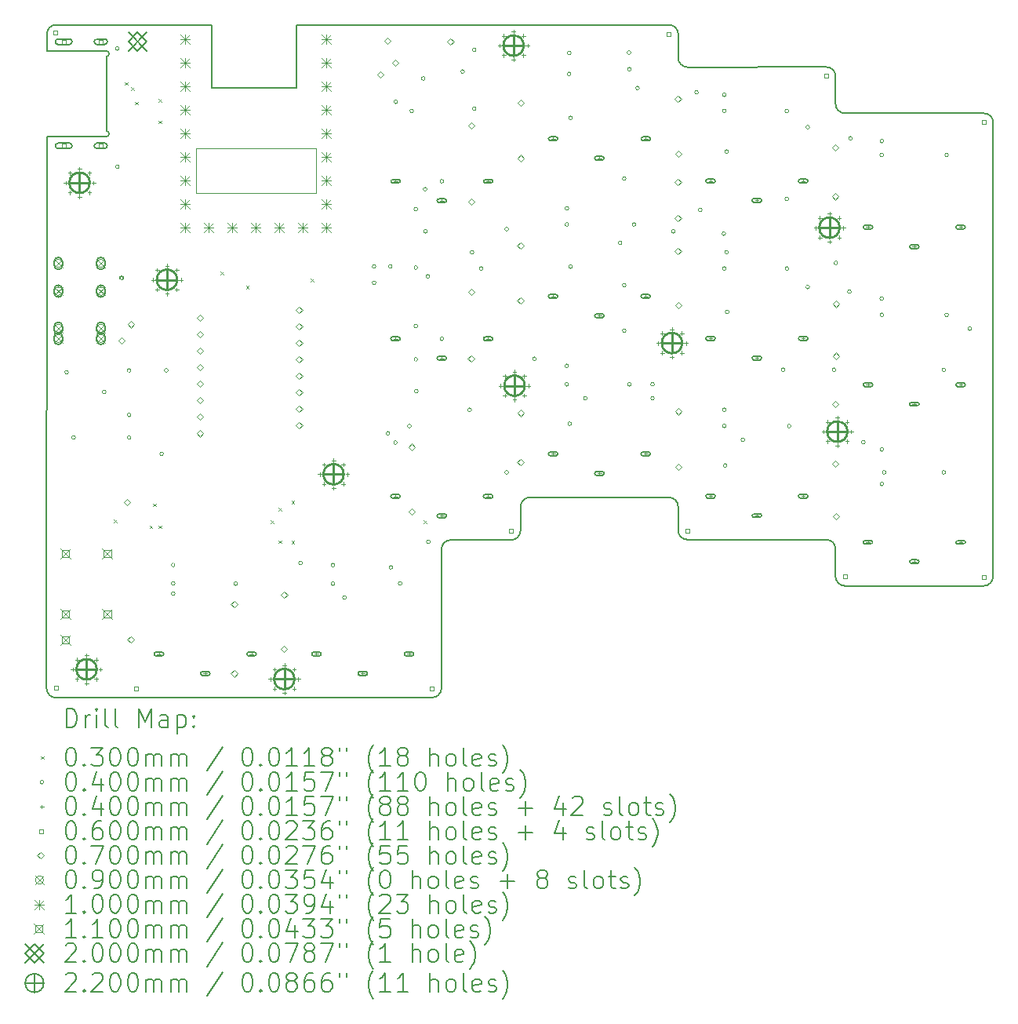
<source format=gbr>
%TF.GenerationSoftware,KiCad,Pcbnew,7.0.2*%
%TF.CreationDate,2024-03-22T10:09:15-05:00*%
%TF.ProjectId,02_capsule5_right,30325f63-6170-4737-956c-65355f726967,v1.0.0*%
%TF.SameCoordinates,Original*%
%TF.FileFunction,Drillmap*%
%TF.FilePolarity,Positive*%
%FSLAX45Y45*%
G04 Gerber Fmt 4.5, Leading zero omitted, Abs format (unit mm)*
G04 Created by KiCad (PCBNEW 7.0.2) date 2024-03-22 10:09:15*
%MOMM*%
%LPD*%
G01*
G04 APERTURE LIST*
%ADD10C,0.150000*%
%ADD11C,0.100000*%
%ADD12C,0.200000*%
%ADD13C,0.030000*%
%ADD14C,0.040000*%
%ADD15C,0.060000*%
%ADD16C,0.070000*%
%ADD17C,0.090000*%
%ADD18C,0.110000*%
%ADD19C,0.220000*%
G04 APERTURE END LIST*
D10*
X22402067Y-4571258D02*
G75*
G03*
X22301667Y-4470843I-100427J-12D01*
G01*
X17370000Y-4470000D02*
X17370000Y-5147500D01*
X24100272Y-10126054D02*
G75*
G03*
X23999885Y-10025638I-100422J-6D01*
G01*
X24100238Y-10423686D02*
G75*
G03*
X24200634Y-10524102I100422J6D01*
G01*
X25802320Y-5525271D02*
X25801714Y-10423884D01*
X18282500Y-4470000D02*
X18282500Y-5147500D01*
X19946320Y-10029125D02*
G75*
G03*
X19845905Y-10129520I-10J-100405D01*
G01*
X16228097Y-4812516D02*
G75*
G03*
X16228097Y-4752524I3J29996D01*
G01*
X20800331Y-9569726D02*
G75*
G03*
X20699916Y-9670123I9J-100424D01*
G01*
X19845905Y-10129520D02*
X19845785Y-11629167D01*
X20599689Y-10028718D02*
X19946320Y-10029128D01*
X15686904Y-4470000D02*
X17370000Y-4470000D01*
X24101441Y-5026558D02*
X24101205Y-5324729D01*
X15583487Y-11630287D02*
G75*
G03*
X15683878Y-11730702I100413J-3D01*
G01*
X22401971Y-4826924D02*
G75*
G03*
X22502355Y-4927339I100419J4D01*
G01*
X15686904Y-4469999D02*
G75*
G03*
X15586489Y-4570392I16J-100431D01*
G01*
X16228097Y-5676516D02*
G75*
G03*
X16228097Y-5616524I3J29996D01*
G01*
X24101206Y-5324729D02*
G75*
G03*
X24201597Y-5425144I100414J-1D01*
G01*
X23999885Y-10025638D02*
X22501538Y-10025386D01*
X24100277Y-10126054D02*
X24100242Y-10423686D01*
X15584904Y-5676500D02*
X15583487Y-11630287D01*
X19745369Y-11729559D02*
X15683878Y-11730702D01*
X19745369Y-11729555D02*
G75*
G03*
X19845785Y-11629167I-9J100425D01*
G01*
X24101448Y-5026558D02*
G75*
G03*
X24001049Y-4926142I-100418J-2D01*
G01*
X24001049Y-4926142D02*
X22502355Y-4927339D01*
X22401342Y-9670308D02*
X22401146Y-9924971D01*
X22301667Y-4470843D02*
X18282500Y-4470000D01*
X22401430Y-9669825D02*
G75*
G03*
X22301039Y-9569410I-100430J-15D01*
G01*
X25701299Y-10524276D02*
X24200634Y-10524102D01*
X25802314Y-5525271D02*
G75*
G03*
X25701928Y-5424856I-100425J-9D01*
G01*
X15588097Y-5676524D02*
X15584904Y-5676500D01*
X16228097Y-5616524D02*
X16228097Y-4812524D01*
X15588097Y-5676524D02*
X16228097Y-5676524D01*
X18282500Y-5147500D02*
X17370000Y-5147500D01*
X15586512Y-4570416D02*
X15588097Y-4752524D01*
D11*
X17200000Y-5800000D02*
X18495000Y-5800000D01*
X18495000Y-6285000D01*
X17200000Y-6285000D01*
X17200000Y-5800000D01*
D10*
X25701299Y-10524274D02*
G75*
G03*
X25801714Y-10423884I1J100414D01*
G01*
X16228097Y-4752524D02*
X15588097Y-4752524D01*
X22301039Y-9569410D02*
X20800331Y-9569731D01*
X20599689Y-10028715D02*
G75*
G03*
X20700105Y-9928327I-9J100425D01*
G01*
X22402059Y-4571258D02*
X22401963Y-4826924D01*
X24201597Y-5425144D02*
X25701928Y-5424856D01*
X22401154Y-9924971D02*
G75*
G03*
X22501538Y-10025386I100426J11D01*
G01*
X20699916Y-9670123D02*
X20700105Y-9928327D01*
D12*
D13*
X16310000Y-9810000D02*
X16340000Y-9840000D01*
X16340000Y-9810000D02*
X16310000Y-9840000D01*
X16429500Y-5089000D02*
X16459500Y-5119000D01*
X16459500Y-5089000D02*
X16429500Y-5119000D01*
X16494500Y-5147000D02*
X16524500Y-5177000D01*
X16524500Y-5147000D02*
X16494500Y-5177000D01*
X16538000Y-5300500D02*
X16568000Y-5330500D01*
X16568000Y-5300500D02*
X16538000Y-5330500D01*
X16695000Y-9875000D02*
X16725000Y-9905000D01*
X16725000Y-9875000D02*
X16695000Y-9905000D01*
X16735000Y-9635000D02*
X16765000Y-9665000D01*
X16765000Y-9635000D02*
X16735000Y-9665000D01*
X16792000Y-5272000D02*
X16822000Y-5302000D01*
X16822000Y-5272000D02*
X16792000Y-5302000D01*
X16792000Y-5503500D02*
X16822000Y-5533500D01*
X16822000Y-5503500D02*
X16792000Y-5533500D01*
X16795000Y-9875000D02*
X16825000Y-9905000D01*
X16825000Y-9875000D02*
X16795000Y-9905000D01*
X17460000Y-7135000D02*
X17490000Y-7165000D01*
X17490000Y-7135000D02*
X17460000Y-7165000D01*
X17735000Y-7285000D02*
X17765000Y-7315000D01*
X17765000Y-7285000D02*
X17735000Y-7315000D01*
X18005000Y-9817550D02*
X18035000Y-9847550D01*
X18035000Y-9817550D02*
X18005000Y-9847550D01*
X18089048Y-9685000D02*
X18119048Y-9715000D01*
X18119048Y-9685000D02*
X18089048Y-9715000D01*
X18089048Y-10034529D02*
X18119048Y-10064529D01*
X18119048Y-10034529D02*
X18089048Y-10064529D01*
X18229048Y-9605000D02*
X18259048Y-9635000D01*
X18259048Y-9605000D02*
X18229048Y-9635000D01*
X18229048Y-10038577D02*
X18259048Y-10068577D01*
X18259048Y-10038577D02*
X18229048Y-10068577D01*
X18435000Y-7210000D02*
X18465000Y-7240000D01*
X18465000Y-7210000D02*
X18435000Y-7240000D01*
X19655000Y-9817550D02*
X19685000Y-9847550D01*
X19685000Y-9817550D02*
X19655000Y-9847550D01*
D14*
X15820000Y-8220000D02*
G75*
G03*
X15820000Y-8220000I-20000J0D01*
G01*
X15895000Y-8925000D02*
G75*
G03*
X15895000Y-8925000I-20000J0D01*
G01*
X16225000Y-8432500D02*
G75*
G03*
X16225000Y-8432500I-20000J0D01*
G01*
X16367000Y-4726500D02*
G75*
G03*
X16367000Y-4726500I-20000J0D01*
G01*
X16367000Y-6001500D02*
G75*
G03*
X16367000Y-6001500I-20000J0D01*
G01*
X16409904Y-7200000D02*
G75*
G03*
X16409904Y-7200000I-20000J0D01*
G01*
X16417000Y-7201500D02*
G75*
G03*
X16417000Y-7201500I-20000J0D01*
G01*
X16495000Y-8200000D02*
G75*
G03*
X16495000Y-8200000I-20000J0D01*
G01*
X16495000Y-8680000D02*
G75*
G03*
X16495000Y-8680000I-20000J0D01*
G01*
X16495000Y-8925000D02*
G75*
G03*
X16495000Y-8925000I-20000J0D01*
G01*
X16845000Y-9100000D02*
G75*
G03*
X16845000Y-9100000I-20000J0D01*
G01*
X16895000Y-8200000D02*
G75*
G03*
X16895000Y-8200000I-20000J0D01*
G01*
X16970000Y-10300000D02*
G75*
G03*
X16970000Y-10300000I-20000J0D01*
G01*
X16970000Y-10500000D02*
G75*
G03*
X16970000Y-10500000I-20000J0D01*
G01*
X16970000Y-10610000D02*
G75*
G03*
X16970000Y-10610000I-20000J0D01*
G01*
X17645000Y-10500000D02*
G75*
G03*
X17645000Y-10500000I-20000J0D01*
G01*
X18345000Y-10280000D02*
G75*
G03*
X18345000Y-10280000I-20000J0D01*
G01*
X18695000Y-10300000D02*
G75*
G03*
X18695000Y-10300000I-20000J0D01*
G01*
X18695000Y-10500000D02*
G75*
G03*
X18695000Y-10500000I-20000J0D01*
G01*
X18820000Y-10650000D02*
G75*
G03*
X18820000Y-10650000I-20000J0D01*
G01*
X19139048Y-7078577D02*
G75*
G03*
X19139048Y-7078577I-20000J0D01*
G01*
X19139048Y-7253577D02*
G75*
G03*
X19139048Y-7253577I-20000J0D01*
G01*
X19289048Y-8878577D02*
G75*
G03*
X19289048Y-8878577I-20000J0D01*
G01*
X19314048Y-7078577D02*
G75*
G03*
X19314048Y-7078577I-20000J0D01*
G01*
X19320000Y-10325000D02*
G75*
G03*
X19320000Y-10325000I-20000J0D01*
G01*
X19370000Y-8978577D02*
G75*
G03*
X19370000Y-8978577I-20000J0D01*
G01*
X19372500Y-5301000D02*
G75*
G03*
X19372500Y-5301000I-20000J0D01*
G01*
X19420000Y-10500000D02*
G75*
G03*
X19420000Y-10500000I-20000J0D01*
G01*
X19520000Y-8800000D02*
G75*
G03*
X19520000Y-8800000I-20000J0D01*
G01*
X19545000Y-5400000D02*
G75*
G03*
X19545000Y-5400000I-20000J0D01*
G01*
X19589904Y-6460000D02*
G75*
G03*
X19589904Y-6460000I-20000J0D01*
G01*
X19589904Y-7090000D02*
G75*
G03*
X19589904Y-7090000I-20000J0D01*
G01*
X19589904Y-7720000D02*
G75*
G03*
X19589904Y-7720000I-20000J0D01*
G01*
X19589904Y-8080000D02*
G75*
G03*
X19589904Y-8080000I-20000J0D01*
G01*
X19595000Y-8425000D02*
G75*
G03*
X19595000Y-8425000I-20000J0D01*
G01*
X19670000Y-5050000D02*
G75*
G03*
X19670000Y-5050000I-20000J0D01*
G01*
X19690000Y-6245000D02*
G75*
G03*
X19690000Y-6245000I-20000J0D01*
G01*
X19695000Y-6700000D02*
G75*
G03*
X19695000Y-6700000I-20000J0D01*
G01*
X19720000Y-7186127D02*
G75*
G03*
X19720000Y-7186127I-20000J0D01*
G01*
X19725000Y-10050000D02*
G75*
G03*
X19725000Y-10050000I-20000J0D01*
G01*
X19870000Y-6158782D02*
G75*
G03*
X19870000Y-6158782I-20000J0D01*
G01*
X19870000Y-7858782D02*
G75*
G03*
X19870000Y-7858782I-20000J0D01*
G01*
X20095000Y-4975000D02*
G75*
G03*
X20095000Y-4975000I-20000J0D01*
G01*
X20170000Y-8625000D02*
G75*
G03*
X20170000Y-8625000I-20000J0D01*
G01*
X20195000Y-6925000D02*
G75*
G03*
X20195000Y-6925000I-20000J0D01*
G01*
X20220000Y-4740000D02*
G75*
G03*
X20220000Y-4740000I-20000J0D01*
G01*
X20220000Y-5375000D02*
G75*
G03*
X20220000Y-5375000I-20000J0D01*
G01*
X20295000Y-7100000D02*
G75*
G03*
X20295000Y-7100000I-20000J0D01*
G01*
X20569904Y-9300000D02*
G75*
G03*
X20569904Y-9300000I-20000J0D01*
G01*
X20570000Y-6675000D02*
G75*
G03*
X20570000Y-6675000I-20000J0D01*
G01*
X20870000Y-8075000D02*
G75*
G03*
X20870000Y-8075000I-20000J0D01*
G01*
X21220000Y-6450000D02*
G75*
G03*
X21220000Y-6450000I-20000J0D01*
G01*
X21220000Y-6625000D02*
G75*
G03*
X21220000Y-6625000I-20000J0D01*
G01*
X21220000Y-8150000D02*
G75*
G03*
X21220000Y-8150000I-20000J0D01*
G01*
X21220000Y-8350000D02*
G75*
G03*
X21220000Y-8350000I-20000J0D01*
G01*
X21245000Y-4775000D02*
G75*
G03*
X21245000Y-4775000I-20000J0D01*
G01*
X21245000Y-5000000D02*
G75*
G03*
X21245000Y-5000000I-20000J0D01*
G01*
X21250000Y-8775000D02*
G75*
G03*
X21250000Y-8775000I-20000J0D01*
G01*
X21260000Y-5475000D02*
G75*
G03*
X21260000Y-5475000I-20000J0D01*
G01*
X21260000Y-7080000D02*
G75*
G03*
X21260000Y-7080000I-20000J0D01*
G01*
X21420000Y-8500000D02*
G75*
G03*
X21420000Y-8500000I-20000J0D01*
G01*
X21795000Y-6825000D02*
G75*
G03*
X21795000Y-6825000I-20000J0D01*
G01*
X21839048Y-7278577D02*
G75*
G03*
X21839048Y-7278577I-20000J0D01*
G01*
X21839048Y-7770000D02*
G75*
G03*
X21839048Y-7770000I-20000J0D01*
G01*
X21839904Y-6130000D02*
G75*
G03*
X21839904Y-6130000I-20000J0D01*
G01*
X21890000Y-4770000D02*
G75*
G03*
X21890000Y-4770000I-20000J0D01*
G01*
X21895000Y-4950000D02*
G75*
G03*
X21895000Y-4950000I-20000J0D01*
G01*
X21895000Y-8350000D02*
G75*
G03*
X21895000Y-8350000I-20000J0D01*
G01*
X21945000Y-6625000D02*
G75*
G03*
X21945000Y-6625000I-20000J0D01*
G01*
X21982500Y-5152500D02*
G75*
G03*
X21982500Y-5152500I-20000J0D01*
G01*
X22145000Y-8350000D02*
G75*
G03*
X22145000Y-8350000I-20000J0D01*
G01*
X22145000Y-8500000D02*
G75*
G03*
X22145000Y-8500000I-20000J0D01*
G01*
X22370000Y-6700000D02*
G75*
G03*
X22370000Y-6700000I-20000J0D01*
G01*
X22620000Y-5200000D02*
G75*
G03*
X22620000Y-5200000I-20000J0D01*
G01*
X22659904Y-6470000D02*
G75*
G03*
X22659904Y-6470000I-20000J0D01*
G01*
X22914048Y-6725000D02*
G75*
G03*
X22914048Y-6725000I-20000J0D01*
G01*
X22920000Y-5225000D02*
G75*
G03*
X22920000Y-5225000I-20000J0D01*
G01*
X22920000Y-5400000D02*
G75*
G03*
X22920000Y-5400000I-20000J0D01*
G01*
X22920000Y-7100000D02*
G75*
G03*
X22920000Y-7100000I-20000J0D01*
G01*
X22920000Y-8625000D02*
G75*
G03*
X22920000Y-8625000I-20000J0D01*
G01*
X22920000Y-8800000D02*
G75*
G03*
X22920000Y-8800000I-20000J0D01*
G01*
X22930000Y-9225000D02*
G75*
G03*
X22930000Y-9225000I-20000J0D01*
G01*
X22945000Y-5840000D02*
G75*
G03*
X22945000Y-5840000I-20000J0D01*
G01*
X22945000Y-6925000D02*
G75*
G03*
X22945000Y-6925000I-20000J0D01*
G01*
X22950691Y-7568006D02*
G75*
G03*
X22950691Y-7568006I-20000J0D01*
G01*
X23120000Y-8950000D02*
G75*
G03*
X23120000Y-8950000I-20000J0D01*
G01*
X23554904Y-8193577D02*
G75*
G03*
X23554904Y-8193577I-20000J0D01*
G01*
X23595000Y-5400000D02*
G75*
G03*
X23595000Y-5400000I-20000J0D01*
G01*
X23595000Y-6350000D02*
G75*
G03*
X23595000Y-6350000I-20000J0D01*
G01*
X23595000Y-7100000D02*
G75*
G03*
X23595000Y-7100000I-20000J0D01*
G01*
X23620000Y-8800000D02*
G75*
G03*
X23620000Y-8800000I-20000J0D01*
G01*
X23820000Y-5575000D02*
G75*
G03*
X23820000Y-5575000I-20000J0D01*
G01*
X23820000Y-7300000D02*
G75*
G03*
X23820000Y-7300000I-20000J0D01*
G01*
X24104048Y-8193577D02*
G75*
G03*
X24104048Y-8193577I-20000J0D01*
G01*
X24124048Y-7040000D02*
G75*
G03*
X24124048Y-7040000I-20000J0D01*
G01*
X24270000Y-7350000D02*
G75*
G03*
X24270000Y-7350000I-20000J0D01*
G01*
X24281000Y-5694000D02*
G75*
G03*
X24281000Y-5694000I-20000J0D01*
G01*
X24420000Y-8975000D02*
G75*
G03*
X24420000Y-8975000I-20000J0D01*
G01*
X24620000Y-5725000D02*
G75*
G03*
X24620000Y-5725000I-20000J0D01*
G01*
X24620000Y-5875000D02*
G75*
G03*
X24620000Y-5875000I-20000J0D01*
G01*
X24620000Y-7425000D02*
G75*
G03*
X24620000Y-7425000I-20000J0D01*
G01*
X24620000Y-7600000D02*
G75*
G03*
X24620000Y-7600000I-20000J0D01*
G01*
X24620000Y-9052450D02*
G75*
G03*
X24620000Y-9052450I-20000J0D01*
G01*
X24620000Y-9425000D02*
G75*
G03*
X24620000Y-9425000I-20000J0D01*
G01*
X24645000Y-9300000D02*
G75*
G03*
X24645000Y-9300000I-20000J0D01*
G01*
X25289048Y-8193577D02*
G75*
G03*
X25289048Y-8193577I-20000J0D01*
G01*
X25289048Y-9300000D02*
G75*
G03*
X25289048Y-9300000I-20000J0D01*
G01*
X25320000Y-5875000D02*
G75*
G03*
X25320000Y-5875000I-20000J0D01*
G01*
X25320000Y-7600000D02*
G75*
G03*
X25320000Y-7600000I-20000J0D01*
G01*
X25570000Y-7750000D02*
G75*
G03*
X25570000Y-7750000I-20000J0D01*
G01*
X15789904Y-6155000D02*
X15789904Y-6195000D01*
X15769904Y-6175000D02*
X15809904Y-6175000D01*
X15789904Y-6155000D02*
X15789904Y-6195000D01*
X15769904Y-6175000D02*
X15809904Y-6175000D01*
X15834904Y-6050000D02*
X15834904Y-6090000D01*
X15814904Y-6070000D02*
X15854904Y-6070000D01*
X15834904Y-6050000D02*
X15834904Y-6090000D01*
X15814904Y-6070000D02*
X15854904Y-6070000D01*
X15834904Y-6260000D02*
X15834904Y-6300000D01*
X15814904Y-6280000D02*
X15854904Y-6280000D01*
X15834904Y-6260000D02*
X15834904Y-6300000D01*
X15814904Y-6280000D02*
X15854904Y-6280000D01*
X15864904Y-11405000D02*
X15864904Y-11445000D01*
X15844904Y-11425000D02*
X15884904Y-11425000D01*
X15909904Y-11300000D02*
X15909904Y-11340000D01*
X15889904Y-11320000D02*
X15929904Y-11320000D01*
X15909904Y-11510000D02*
X15909904Y-11550000D01*
X15889904Y-11530000D02*
X15929904Y-11530000D01*
X15939904Y-6005000D02*
X15939904Y-6045000D01*
X15919904Y-6025000D02*
X15959904Y-6025000D01*
X15939904Y-6005000D02*
X15939904Y-6045000D01*
X15919904Y-6025000D02*
X15959904Y-6025000D01*
X15939904Y-6305000D02*
X15939904Y-6345000D01*
X15919904Y-6325000D02*
X15959904Y-6325000D01*
X15939904Y-6305000D02*
X15939904Y-6345000D01*
X15919904Y-6325000D02*
X15959904Y-6325000D01*
X16014904Y-11255000D02*
X16014904Y-11295000D01*
X15994904Y-11275000D02*
X16034904Y-11275000D01*
X16014904Y-11555000D02*
X16014904Y-11595000D01*
X15994904Y-11575000D02*
X16034904Y-11575000D01*
X16044904Y-6050000D02*
X16044904Y-6090000D01*
X16024904Y-6070000D02*
X16064904Y-6070000D01*
X16044904Y-6050000D02*
X16044904Y-6090000D01*
X16024904Y-6070000D02*
X16064904Y-6070000D01*
X16044904Y-6260000D02*
X16044904Y-6300000D01*
X16024904Y-6280000D02*
X16064904Y-6280000D01*
X16044904Y-6260000D02*
X16044904Y-6300000D01*
X16024904Y-6280000D02*
X16064904Y-6280000D01*
X16089904Y-6155000D02*
X16089904Y-6195000D01*
X16069904Y-6175000D02*
X16109904Y-6175000D01*
X16089904Y-6155000D02*
X16089904Y-6195000D01*
X16069904Y-6175000D02*
X16109904Y-6175000D01*
X16119904Y-11300000D02*
X16119904Y-11340000D01*
X16099904Y-11320000D02*
X16139904Y-11320000D01*
X16119904Y-11510000D02*
X16119904Y-11550000D01*
X16099904Y-11530000D02*
X16139904Y-11530000D01*
X16164904Y-11405000D02*
X16164904Y-11445000D01*
X16144904Y-11425000D02*
X16184904Y-11425000D01*
X16732981Y-7201573D02*
X16732981Y-7241573D01*
X16712981Y-7221573D02*
X16752981Y-7221573D01*
X16777981Y-7096573D02*
X16777981Y-7136573D01*
X16757981Y-7116573D02*
X16797981Y-7116573D01*
X16777981Y-7306573D02*
X16777981Y-7346573D01*
X16757981Y-7326573D02*
X16797981Y-7326573D01*
X16796323Y-11240266D02*
X16796323Y-11280266D01*
X16776323Y-11260266D02*
X16816323Y-11260266D01*
D12*
X16826323Y-11240266D02*
X16766323Y-11240266D01*
X16766323Y-11240266D02*
G75*
G03*
X16766323Y-11280266I0J-20000D01*
G01*
X16766323Y-11280266D02*
X16826323Y-11280266D01*
X16826323Y-11280266D02*
G75*
G03*
X16826323Y-11240266I0J20000D01*
G01*
D14*
X16882981Y-7051573D02*
X16882981Y-7091573D01*
X16862981Y-7071573D02*
X16902981Y-7071573D01*
X16882981Y-7351573D02*
X16882981Y-7391573D01*
X16862981Y-7371573D02*
X16902981Y-7371573D01*
X16987981Y-7096573D02*
X16987981Y-7136573D01*
X16967981Y-7116573D02*
X17007981Y-7116573D01*
X16987981Y-7306573D02*
X16987981Y-7346573D01*
X16967981Y-7326573D02*
X17007981Y-7326573D01*
X17032981Y-7201573D02*
X17032981Y-7241573D01*
X17012981Y-7221573D02*
X17052981Y-7221573D01*
X17296323Y-11450266D02*
X17296323Y-11490266D01*
X17276323Y-11470266D02*
X17316323Y-11470266D01*
D12*
X17326323Y-11450266D02*
X17266323Y-11450266D01*
X17266323Y-11450266D02*
G75*
G03*
X17266323Y-11490266I0J-20000D01*
G01*
X17266323Y-11490266D02*
X17326323Y-11490266D01*
X17326323Y-11490266D02*
G75*
G03*
X17326323Y-11450266I0J20000D01*
G01*
D14*
X17796323Y-11240266D02*
X17796323Y-11280266D01*
X17776323Y-11260266D02*
X17816323Y-11260266D01*
D12*
X17826323Y-11240266D02*
X17766323Y-11240266D01*
X17766323Y-11240266D02*
G75*
G03*
X17766323Y-11280266I0J-20000D01*
G01*
X17766323Y-11280266D02*
X17826323Y-11280266D01*
X17826323Y-11280266D02*
G75*
G03*
X17826323Y-11240266I0J20000D01*
G01*
D14*
X17999904Y-11510000D02*
X17999904Y-11550000D01*
X17979904Y-11530000D02*
X18019904Y-11530000D01*
X18044904Y-11405000D02*
X18044904Y-11445000D01*
X18024904Y-11425000D02*
X18064904Y-11425000D01*
X18044904Y-11615000D02*
X18044904Y-11655000D01*
X18024904Y-11635000D02*
X18064904Y-11635000D01*
X18149904Y-11360000D02*
X18149904Y-11400000D01*
X18129904Y-11380000D02*
X18169904Y-11380000D01*
X18149904Y-11660000D02*
X18149904Y-11700000D01*
X18129904Y-11680000D02*
X18169904Y-11680000D01*
X18254904Y-11405000D02*
X18254904Y-11445000D01*
X18234904Y-11425000D02*
X18274904Y-11425000D01*
X18254904Y-11615000D02*
X18254904Y-11655000D01*
X18234904Y-11635000D02*
X18274904Y-11635000D01*
X18299904Y-11510000D02*
X18299904Y-11550000D01*
X18279904Y-11530000D02*
X18319904Y-11530000D01*
X18496347Y-11239416D02*
X18496347Y-11279416D01*
X18476347Y-11259416D02*
X18516347Y-11259416D01*
D12*
X18526347Y-11239416D02*
X18466347Y-11239416D01*
X18466347Y-11239416D02*
G75*
G03*
X18466347Y-11279416I0J-20000D01*
G01*
X18466347Y-11279416D02*
X18526347Y-11279416D01*
X18526347Y-11279416D02*
G75*
G03*
X18526347Y-11239416I0J20000D01*
G01*
D14*
X18531981Y-9300573D02*
X18531981Y-9340573D01*
X18511981Y-9320573D02*
X18551981Y-9320573D01*
X18576981Y-9195573D02*
X18576981Y-9235573D01*
X18556981Y-9215573D02*
X18596981Y-9215573D01*
X18576981Y-9405573D02*
X18576981Y-9445573D01*
X18556981Y-9425573D02*
X18596981Y-9425573D01*
X18681981Y-9150573D02*
X18681981Y-9190573D01*
X18661981Y-9170573D02*
X18701981Y-9170573D01*
X18681981Y-9450573D02*
X18681981Y-9490573D01*
X18661981Y-9470573D02*
X18701981Y-9470573D01*
X18786981Y-9195573D02*
X18786981Y-9235573D01*
X18766981Y-9215573D02*
X18806981Y-9215573D01*
X18786981Y-9405573D02*
X18786981Y-9445573D01*
X18766981Y-9425573D02*
X18806981Y-9425573D01*
X18831981Y-9300573D02*
X18831981Y-9340573D01*
X18811981Y-9320573D02*
X18851981Y-9320573D01*
X18996347Y-11449416D02*
X18996347Y-11489416D01*
X18976347Y-11469416D02*
X19016347Y-11469416D01*
D12*
X19026347Y-11449416D02*
X18966347Y-11449416D01*
X18966347Y-11449416D02*
G75*
G03*
X18966347Y-11489416I0J-20000D01*
G01*
X18966347Y-11489416D02*
X19026347Y-11489416D01*
X19026347Y-11489416D02*
G75*
G03*
X19026347Y-11449416I0J20000D01*
G01*
D14*
X19349926Y-6138782D02*
X19349926Y-6178782D01*
X19329926Y-6158782D02*
X19369926Y-6158782D01*
D12*
X19379926Y-6138782D02*
X19319926Y-6138782D01*
X19319926Y-6138782D02*
G75*
G03*
X19319926Y-6178782I0J-20000D01*
G01*
X19319926Y-6178782D02*
X19379926Y-6178782D01*
X19379926Y-6178782D02*
G75*
G03*
X19379926Y-6138782I0J20000D01*
G01*
D14*
X19349927Y-7838782D02*
X19349927Y-7878782D01*
X19329927Y-7858782D02*
X19369927Y-7858782D01*
D12*
X19379927Y-7838782D02*
X19319927Y-7838782D01*
X19319927Y-7838782D02*
G75*
G03*
X19319927Y-7878782I0J-20000D01*
G01*
X19319927Y-7878782D02*
X19379927Y-7878782D01*
X19379927Y-7878782D02*
G75*
G03*
X19379927Y-7838782I0J20000D01*
G01*
D14*
X19349927Y-9538782D02*
X19349927Y-9578782D01*
X19329927Y-9558782D02*
X19369927Y-9558782D01*
D12*
X19379927Y-9538782D02*
X19319927Y-9538782D01*
X19319927Y-9538782D02*
G75*
G03*
X19319927Y-9578782I0J-20000D01*
G01*
X19319927Y-9578782D02*
X19379927Y-9578782D01*
X19379927Y-9578782D02*
G75*
G03*
X19379927Y-9538782I0J20000D01*
G01*
D14*
X19496347Y-11239416D02*
X19496347Y-11279416D01*
X19476347Y-11259416D02*
X19516347Y-11259416D01*
D12*
X19526347Y-11239416D02*
X19466347Y-11239416D01*
X19466347Y-11239416D02*
G75*
G03*
X19466347Y-11279416I0J-20000D01*
G01*
X19466347Y-11279416D02*
X19526347Y-11279416D01*
X19526347Y-11279416D02*
G75*
G03*
X19526347Y-11239416I0J20000D01*
G01*
D14*
X19849926Y-6348782D02*
X19849926Y-6388782D01*
X19829926Y-6368782D02*
X19869926Y-6368782D01*
D12*
X19879926Y-6348782D02*
X19819926Y-6348782D01*
X19819926Y-6348782D02*
G75*
G03*
X19819926Y-6388782I0J-20000D01*
G01*
X19819926Y-6388782D02*
X19879926Y-6388782D01*
X19879926Y-6388782D02*
G75*
G03*
X19879926Y-6348782I0J20000D01*
G01*
D14*
X19849927Y-8048782D02*
X19849927Y-8088782D01*
X19829927Y-8068782D02*
X19869927Y-8068782D01*
D12*
X19879927Y-8048782D02*
X19819927Y-8048782D01*
X19819927Y-8048782D02*
G75*
G03*
X19819927Y-8088782I0J-20000D01*
G01*
X19819927Y-8088782D02*
X19879927Y-8088782D01*
X19879927Y-8088782D02*
G75*
G03*
X19879927Y-8048782I0J20000D01*
G01*
D14*
X19849927Y-9748782D02*
X19849927Y-9788782D01*
X19829927Y-9768782D02*
X19869927Y-9768782D01*
D12*
X19879927Y-9748782D02*
X19819927Y-9748782D01*
X19819927Y-9748782D02*
G75*
G03*
X19819927Y-9788782I0J-20000D01*
G01*
X19819927Y-9788782D02*
X19879927Y-9788782D01*
X19879927Y-9788782D02*
G75*
G03*
X19879927Y-9748782I0J20000D01*
G01*
D14*
X20349926Y-6138782D02*
X20349926Y-6178782D01*
X20329926Y-6158782D02*
X20369926Y-6158782D01*
D12*
X20379926Y-6138782D02*
X20319926Y-6138782D01*
X20319926Y-6138782D02*
G75*
G03*
X20319926Y-6178782I0J-20000D01*
G01*
X20319926Y-6178782D02*
X20379926Y-6178782D01*
X20379926Y-6178782D02*
G75*
G03*
X20379926Y-6138782I0J20000D01*
G01*
D14*
X20349927Y-7838782D02*
X20349927Y-7878782D01*
X20329927Y-7858782D02*
X20369927Y-7858782D01*
D12*
X20379927Y-7838782D02*
X20319927Y-7838782D01*
X20319927Y-7838782D02*
G75*
G03*
X20319927Y-7878782I0J-20000D01*
G01*
X20319927Y-7878782D02*
X20379927Y-7878782D01*
X20379927Y-7878782D02*
G75*
G03*
X20379927Y-7838782I0J20000D01*
G01*
D14*
X20349927Y-9538782D02*
X20349927Y-9578782D01*
X20329927Y-9558782D02*
X20369927Y-9558782D01*
D12*
X20379927Y-9538782D02*
X20319927Y-9538782D01*
X20319927Y-9538782D02*
G75*
G03*
X20319927Y-9578782I0J-20000D01*
G01*
X20319927Y-9578782D02*
X20379927Y-9578782D01*
X20379927Y-9578782D02*
G75*
G03*
X20379927Y-9538782I0J20000D01*
G01*
D14*
X20474904Y-4675000D02*
X20474904Y-4715000D01*
X20454904Y-4695000D02*
X20494904Y-4695000D01*
X20484904Y-8345000D02*
X20484904Y-8385000D01*
X20464904Y-8365000D02*
X20504904Y-8365000D01*
X20519904Y-4570000D02*
X20519904Y-4610000D01*
X20499904Y-4590000D02*
X20539904Y-4590000D01*
X20519904Y-4780000D02*
X20519904Y-4820000D01*
X20499904Y-4800000D02*
X20539904Y-4800000D01*
X20529904Y-8240000D02*
X20529904Y-8280000D01*
X20509904Y-8260000D02*
X20549904Y-8260000D01*
X20529904Y-8450000D02*
X20529904Y-8490000D01*
X20509904Y-8470000D02*
X20549904Y-8470000D01*
X20624904Y-4525000D02*
X20624904Y-4565000D01*
X20604904Y-4545000D02*
X20644904Y-4545000D01*
X20624904Y-4825000D02*
X20624904Y-4865000D01*
X20604904Y-4845000D02*
X20644904Y-4845000D01*
X20634904Y-8195000D02*
X20634904Y-8235000D01*
X20614904Y-8215000D02*
X20654904Y-8215000D01*
X20634904Y-8495000D02*
X20634904Y-8535000D01*
X20614904Y-8515000D02*
X20654904Y-8515000D01*
X20729904Y-4570000D02*
X20729904Y-4610000D01*
X20709904Y-4590000D02*
X20749904Y-4590000D01*
X20729904Y-4780000D02*
X20729904Y-4820000D01*
X20709904Y-4800000D02*
X20749904Y-4800000D01*
X20739904Y-8240000D02*
X20739904Y-8280000D01*
X20719904Y-8260000D02*
X20759904Y-8260000D01*
X20739904Y-8450000D02*
X20739904Y-8490000D01*
X20719904Y-8470000D02*
X20759904Y-8470000D01*
X20774904Y-4675000D02*
X20774904Y-4715000D01*
X20754904Y-4695000D02*
X20794904Y-4695000D01*
X20784904Y-8345000D02*
X20784904Y-8385000D01*
X20764904Y-8365000D02*
X20804904Y-8365000D01*
X21051182Y-9080395D02*
X21051182Y-9120395D01*
X21031182Y-9100395D02*
X21071182Y-9100395D01*
D12*
X21081182Y-9080395D02*
X21021182Y-9080395D01*
X21021182Y-9080395D02*
G75*
G03*
X21021182Y-9120395I0J-20000D01*
G01*
X21021182Y-9120395D02*
X21081182Y-9120395D01*
X21081182Y-9120395D02*
G75*
G03*
X21081182Y-9080395I0J20000D01*
G01*
D14*
X21051182Y-7380395D02*
X21051182Y-7420395D01*
X21031182Y-7400395D02*
X21071182Y-7400395D01*
D12*
X21081182Y-7380395D02*
X21021182Y-7380395D01*
X21021182Y-7380395D02*
G75*
G03*
X21021182Y-7420395I0J-20000D01*
G01*
X21021182Y-7420395D02*
X21081182Y-7420395D01*
X21081182Y-7420395D02*
G75*
G03*
X21081182Y-7380395I0J20000D01*
G01*
D14*
X21051182Y-5680395D02*
X21051182Y-5720395D01*
X21031182Y-5700395D02*
X21071182Y-5700395D01*
D12*
X21081182Y-5680395D02*
X21021182Y-5680395D01*
X21021182Y-5680395D02*
G75*
G03*
X21021182Y-5720395I0J-20000D01*
G01*
X21021182Y-5720395D02*
X21081182Y-5720395D01*
X21081182Y-5720395D02*
G75*
G03*
X21081182Y-5680395I0J20000D01*
G01*
D14*
X21551182Y-9290395D02*
X21551182Y-9330395D01*
X21531182Y-9310395D02*
X21571182Y-9310395D01*
D12*
X21581182Y-9290395D02*
X21521182Y-9290395D01*
X21521182Y-9290395D02*
G75*
G03*
X21521182Y-9330395I0J-20000D01*
G01*
X21521182Y-9330395D02*
X21581182Y-9330395D01*
X21581182Y-9330395D02*
G75*
G03*
X21581182Y-9290395I0J20000D01*
G01*
D14*
X21551182Y-7590395D02*
X21551182Y-7630395D01*
X21531182Y-7610395D02*
X21571182Y-7610395D01*
D12*
X21581182Y-7590395D02*
X21521182Y-7590395D01*
X21521182Y-7590395D02*
G75*
G03*
X21521182Y-7630395I0J-20000D01*
G01*
X21521182Y-7630395D02*
X21581182Y-7630395D01*
X21581182Y-7630395D02*
G75*
G03*
X21581182Y-7590395I0J20000D01*
G01*
D14*
X21551182Y-5890395D02*
X21551182Y-5930395D01*
X21531182Y-5910395D02*
X21571182Y-5910395D01*
D12*
X21581182Y-5890395D02*
X21521182Y-5890395D01*
X21521182Y-5890395D02*
G75*
G03*
X21521182Y-5930395I0J-20000D01*
G01*
X21521182Y-5930395D02*
X21581182Y-5930395D01*
X21581182Y-5930395D02*
G75*
G03*
X21581182Y-5890395I0J20000D01*
G01*
D14*
X22051182Y-9080395D02*
X22051182Y-9120395D01*
X22031182Y-9100395D02*
X22071182Y-9100395D01*
D12*
X22081182Y-9080395D02*
X22021182Y-9080395D01*
X22021182Y-9080395D02*
G75*
G03*
X22021182Y-9120395I0J-20000D01*
G01*
X22021182Y-9120395D02*
X22081182Y-9120395D01*
X22081182Y-9120395D02*
G75*
G03*
X22081182Y-9080395I0J20000D01*
G01*
D14*
X22051182Y-7380395D02*
X22051182Y-7420395D01*
X22031182Y-7400395D02*
X22071182Y-7400395D01*
D12*
X22081182Y-7380395D02*
X22021182Y-7380395D01*
X22021182Y-7380395D02*
G75*
G03*
X22021182Y-7420395I0J-20000D01*
G01*
X22021182Y-7420395D02*
X22081182Y-7420395D01*
X22081182Y-7420395D02*
G75*
G03*
X22081182Y-7380395I0J20000D01*
G01*
D14*
X22051182Y-5680395D02*
X22051182Y-5720395D01*
X22031182Y-5700395D02*
X22071182Y-5700395D01*
D12*
X22081182Y-5680395D02*
X22021182Y-5680395D01*
X22021182Y-5680395D02*
G75*
G03*
X22021182Y-5720395I0J-20000D01*
G01*
X22021182Y-5720395D02*
X22081182Y-5720395D01*
X22081182Y-5720395D02*
G75*
G03*
X22081182Y-5680395I0J20000D01*
G01*
D14*
X22184904Y-7885000D02*
X22184904Y-7925000D01*
X22164904Y-7905000D02*
X22204904Y-7905000D01*
X22229904Y-7780000D02*
X22229904Y-7820000D01*
X22209904Y-7800000D02*
X22249904Y-7800000D01*
X22229904Y-7990000D02*
X22229904Y-8030000D01*
X22209904Y-8010000D02*
X22249904Y-8010000D01*
X22334904Y-7735000D02*
X22334904Y-7775000D01*
X22314904Y-7755000D02*
X22354904Y-7755000D01*
X22334904Y-8035000D02*
X22334904Y-8075000D01*
X22314904Y-8055000D02*
X22354904Y-8055000D01*
X22439904Y-7780000D02*
X22439904Y-7820000D01*
X22419904Y-7800000D02*
X22459904Y-7800000D01*
X22439904Y-7990000D02*
X22439904Y-8030000D01*
X22419904Y-8010000D02*
X22459904Y-8010000D01*
X22484904Y-7885000D02*
X22484904Y-7925000D01*
X22464904Y-7905000D02*
X22504904Y-7905000D01*
X22751211Y-6135916D02*
X22751211Y-6175916D01*
X22731211Y-6155916D02*
X22771211Y-6155916D01*
D12*
X22781211Y-6135916D02*
X22721211Y-6135916D01*
X22721211Y-6135916D02*
G75*
G03*
X22721211Y-6175916I0J-20000D01*
G01*
X22721211Y-6175916D02*
X22781211Y-6175916D01*
X22781211Y-6175916D02*
G75*
G03*
X22781211Y-6135916I0J20000D01*
G01*
D14*
X22751211Y-9535916D02*
X22751211Y-9575916D01*
X22731211Y-9555916D02*
X22771211Y-9555916D01*
D12*
X22781211Y-9535916D02*
X22721211Y-9535916D01*
X22721211Y-9535916D02*
G75*
G03*
X22721211Y-9575916I0J-20000D01*
G01*
X22721211Y-9575916D02*
X22781211Y-9575916D01*
X22781211Y-9575916D02*
G75*
G03*
X22781211Y-9535916I0J20000D01*
G01*
D14*
X22751211Y-7835916D02*
X22751211Y-7875916D01*
X22731211Y-7855916D02*
X22771211Y-7855916D01*
D12*
X22781211Y-7835916D02*
X22721211Y-7835916D01*
X22721211Y-7835916D02*
G75*
G03*
X22721211Y-7875916I0J-20000D01*
G01*
X22721211Y-7875916D02*
X22781211Y-7875916D01*
X22781211Y-7875916D02*
G75*
G03*
X22781211Y-7835916I0J20000D01*
G01*
D14*
X23251211Y-6345916D02*
X23251211Y-6385916D01*
X23231211Y-6365916D02*
X23271211Y-6365916D01*
D12*
X23281211Y-6345916D02*
X23221211Y-6345916D01*
X23221211Y-6345916D02*
G75*
G03*
X23221211Y-6385916I0J-20000D01*
G01*
X23221211Y-6385916D02*
X23281211Y-6385916D01*
X23281211Y-6385916D02*
G75*
G03*
X23281211Y-6345916I0J20000D01*
G01*
D14*
X23251211Y-9745916D02*
X23251211Y-9785916D01*
X23231211Y-9765916D02*
X23271211Y-9765916D01*
D12*
X23281211Y-9745916D02*
X23221211Y-9745916D01*
X23221211Y-9745916D02*
G75*
G03*
X23221211Y-9785916I0J-20000D01*
G01*
X23221211Y-9785916D02*
X23281211Y-9785916D01*
X23281211Y-9785916D02*
G75*
G03*
X23281211Y-9745916I0J20000D01*
G01*
D14*
X23251211Y-8045916D02*
X23251211Y-8085916D01*
X23231211Y-8065916D02*
X23271211Y-8065916D01*
D12*
X23281211Y-8045916D02*
X23221211Y-8045916D01*
X23221211Y-8045916D02*
G75*
G03*
X23221211Y-8085916I0J-20000D01*
G01*
X23221211Y-8085916D02*
X23281211Y-8085916D01*
X23281211Y-8085916D02*
G75*
G03*
X23281211Y-8045916I0J20000D01*
G01*
D14*
X23751211Y-6135916D02*
X23751211Y-6175916D01*
X23731211Y-6155916D02*
X23771211Y-6155916D01*
D12*
X23781211Y-6135916D02*
X23721211Y-6135916D01*
X23721211Y-6135916D02*
G75*
G03*
X23721211Y-6175916I0J-20000D01*
G01*
X23721211Y-6175916D02*
X23781211Y-6175916D01*
X23781211Y-6175916D02*
G75*
G03*
X23781211Y-6135916I0J20000D01*
G01*
D14*
X23751211Y-9535916D02*
X23751211Y-9575916D01*
X23731211Y-9555916D02*
X23771211Y-9555916D01*
D12*
X23781211Y-9535916D02*
X23721211Y-9535916D01*
X23721211Y-9535916D02*
G75*
G03*
X23721211Y-9575916I0J-20000D01*
G01*
X23721211Y-9575916D02*
X23781211Y-9575916D01*
X23781211Y-9575916D02*
G75*
G03*
X23781211Y-9535916I0J20000D01*
G01*
D14*
X23751211Y-7835916D02*
X23751211Y-7875916D01*
X23731211Y-7855916D02*
X23771211Y-7855916D01*
D12*
X23781211Y-7835916D02*
X23721211Y-7835916D01*
X23721211Y-7835916D02*
G75*
G03*
X23721211Y-7875916I0J-20000D01*
G01*
X23721211Y-7875916D02*
X23781211Y-7875916D01*
X23781211Y-7875916D02*
G75*
G03*
X23781211Y-7835916I0J20000D01*
G01*
D14*
X23884904Y-6640000D02*
X23884904Y-6680000D01*
X23864904Y-6660000D02*
X23904904Y-6660000D01*
X23929904Y-6535000D02*
X23929904Y-6575000D01*
X23909904Y-6555000D02*
X23949904Y-6555000D01*
X23929904Y-6745000D02*
X23929904Y-6785000D01*
X23909904Y-6765000D02*
X23949904Y-6765000D01*
X23969904Y-8840000D02*
X23969904Y-8880000D01*
X23949904Y-8860000D02*
X23989904Y-8860000D01*
X24014904Y-8735000D02*
X24014904Y-8775000D01*
X23994904Y-8755000D02*
X24034904Y-8755000D01*
X24014904Y-8945000D02*
X24014904Y-8985000D01*
X23994904Y-8965000D02*
X24034904Y-8965000D01*
X24034904Y-6490000D02*
X24034904Y-6530000D01*
X24014904Y-6510000D02*
X24054904Y-6510000D01*
X24034904Y-6790000D02*
X24034904Y-6830000D01*
X24014904Y-6810000D02*
X24054904Y-6810000D01*
X24119904Y-8690000D02*
X24119904Y-8730000D01*
X24099904Y-8710000D02*
X24139904Y-8710000D01*
X24119904Y-8990000D02*
X24119904Y-9030000D01*
X24099904Y-9010000D02*
X24139904Y-9010000D01*
X24139904Y-6535000D02*
X24139904Y-6575000D01*
X24119904Y-6555000D02*
X24159904Y-6555000D01*
X24139904Y-6745000D02*
X24139904Y-6785000D01*
X24119904Y-6765000D02*
X24159904Y-6765000D01*
X24184904Y-6640000D02*
X24184904Y-6680000D01*
X24164904Y-6660000D02*
X24204904Y-6660000D01*
X24224904Y-8735000D02*
X24224904Y-8775000D01*
X24204904Y-8755000D02*
X24244904Y-8755000D01*
X24224904Y-8945000D02*
X24224904Y-8985000D01*
X24204904Y-8965000D02*
X24244904Y-8965000D01*
X24269904Y-8840000D02*
X24269904Y-8880000D01*
X24249904Y-8860000D02*
X24289904Y-8860000D01*
X24451235Y-10034028D02*
X24451235Y-10074028D01*
X24431235Y-10054028D02*
X24471235Y-10054028D01*
D12*
X24481235Y-10034028D02*
X24421235Y-10034028D01*
X24421235Y-10034028D02*
G75*
G03*
X24421235Y-10074028I0J-20000D01*
G01*
X24421235Y-10074028D02*
X24481235Y-10074028D01*
X24481235Y-10074028D02*
G75*
G03*
X24481235Y-10034028I0J20000D01*
G01*
D14*
X24451235Y-6634028D02*
X24451235Y-6674028D01*
X24431235Y-6654028D02*
X24471235Y-6654028D01*
D12*
X24481235Y-6634028D02*
X24421235Y-6634028D01*
X24421235Y-6634028D02*
G75*
G03*
X24421235Y-6674028I0J-20000D01*
G01*
X24421235Y-6674028D02*
X24481235Y-6674028D01*
X24481235Y-6674028D02*
G75*
G03*
X24481235Y-6634028I0J20000D01*
G01*
D14*
X24451235Y-8334028D02*
X24451235Y-8374028D01*
X24431235Y-8354028D02*
X24471235Y-8354028D01*
D12*
X24481235Y-8334028D02*
X24421235Y-8334028D01*
X24421235Y-8334028D02*
G75*
G03*
X24421235Y-8374028I0J-20000D01*
G01*
X24421235Y-8374028D02*
X24481235Y-8374028D01*
X24481235Y-8374028D02*
G75*
G03*
X24481235Y-8334028I0J20000D01*
G01*
D14*
X24951235Y-10244028D02*
X24951235Y-10284028D01*
X24931235Y-10264028D02*
X24971235Y-10264028D01*
D12*
X24981235Y-10244028D02*
X24921235Y-10244028D01*
X24921235Y-10244028D02*
G75*
G03*
X24921235Y-10284028I0J-20000D01*
G01*
X24921235Y-10284028D02*
X24981235Y-10284028D01*
X24981235Y-10284028D02*
G75*
G03*
X24981235Y-10244028I0J20000D01*
G01*
D14*
X24951235Y-6844028D02*
X24951235Y-6884028D01*
X24931235Y-6864028D02*
X24971235Y-6864028D01*
D12*
X24981235Y-6844028D02*
X24921235Y-6844028D01*
X24921235Y-6844028D02*
G75*
G03*
X24921235Y-6884028I0J-20000D01*
G01*
X24921235Y-6884028D02*
X24981235Y-6884028D01*
X24981235Y-6884028D02*
G75*
G03*
X24981235Y-6844028I0J20000D01*
G01*
D14*
X24951235Y-8544028D02*
X24951235Y-8584028D01*
X24931235Y-8564028D02*
X24971235Y-8564028D01*
D12*
X24981235Y-8544028D02*
X24921235Y-8544028D01*
X24921235Y-8544028D02*
G75*
G03*
X24921235Y-8584028I0J-20000D01*
G01*
X24921235Y-8584028D02*
X24981235Y-8584028D01*
X24981235Y-8584028D02*
G75*
G03*
X24981235Y-8544028I0J20000D01*
G01*
D14*
X25451235Y-10034028D02*
X25451235Y-10074028D01*
X25431235Y-10054028D02*
X25471235Y-10054028D01*
D12*
X25481235Y-10034028D02*
X25421235Y-10034028D01*
X25421235Y-10034028D02*
G75*
G03*
X25421235Y-10074028I0J-20000D01*
G01*
X25421235Y-10074028D02*
X25481235Y-10074028D01*
X25481235Y-10074028D02*
G75*
G03*
X25481235Y-10034028I0J20000D01*
G01*
D14*
X25451235Y-6634028D02*
X25451235Y-6674028D01*
X25431235Y-6654028D02*
X25471235Y-6654028D01*
D12*
X25481235Y-6634028D02*
X25421235Y-6634028D01*
X25421235Y-6634028D02*
G75*
G03*
X25421235Y-6674028I0J-20000D01*
G01*
X25421235Y-6674028D02*
X25481235Y-6674028D01*
X25481235Y-6674028D02*
G75*
G03*
X25481235Y-6634028I0J20000D01*
G01*
D14*
X25451235Y-8334028D02*
X25451235Y-8374028D01*
X25431235Y-8354028D02*
X25471235Y-8354028D01*
D12*
X25481235Y-8334028D02*
X25421235Y-8334028D01*
X25421235Y-8334028D02*
G75*
G03*
X25421235Y-8374028I0J-20000D01*
G01*
X25421235Y-8374028D02*
X25481235Y-8374028D01*
X25481235Y-8374028D02*
G75*
G03*
X25481235Y-8334028I0J20000D01*
G01*
D15*
X15701118Y-4576213D02*
X15701118Y-4533787D01*
X15658691Y-4533787D01*
X15658691Y-4576213D01*
X15701118Y-4576213D01*
X15711118Y-11646213D02*
X15711118Y-11603787D01*
X15668691Y-11603787D01*
X15668691Y-11646213D01*
X15711118Y-11646213D01*
X15789632Y-4673637D02*
X15789632Y-4631210D01*
X15747206Y-4631210D01*
X15747206Y-4673637D01*
X15789632Y-4673637D01*
D12*
X15708419Y-4682423D02*
X15828419Y-4682423D01*
X15828419Y-4682423D02*
G75*
G03*
X15828419Y-4622423I0J30000D01*
G01*
X15828419Y-4622423D02*
X15708419Y-4622423D01*
X15708419Y-4622423D02*
G75*
G03*
X15708419Y-4682423I0J-30000D01*
G01*
D15*
X15789632Y-5797637D02*
X15789632Y-5755210D01*
X15747206Y-5755210D01*
X15747206Y-5797637D01*
X15789632Y-5797637D01*
D12*
X15708419Y-5806423D02*
X15828419Y-5806423D01*
X15828419Y-5806423D02*
G75*
G03*
X15828419Y-5746423I0J30000D01*
G01*
X15828419Y-5746423D02*
X15708419Y-5746423D01*
X15708419Y-5746423D02*
G75*
G03*
X15708419Y-5806423I0J-30000D01*
G01*
D15*
X16189632Y-4673637D02*
X16189632Y-4631210D01*
X16147206Y-4631210D01*
X16147206Y-4673637D01*
X16189632Y-4673637D01*
D12*
X16128419Y-4682423D02*
X16208419Y-4682423D01*
X16208419Y-4682423D02*
G75*
G03*
X16208419Y-4622423I0J30000D01*
G01*
X16208419Y-4622423D02*
X16128419Y-4622423D01*
X16128419Y-4622423D02*
G75*
G03*
X16128419Y-4682423I0J-30000D01*
G01*
D15*
X16189632Y-5797637D02*
X16189632Y-5755210D01*
X16147206Y-5755210D01*
X16147206Y-5797637D01*
X16189632Y-5797637D01*
D12*
X16128419Y-5806423D02*
X16208419Y-5806423D01*
X16208419Y-5806423D02*
G75*
G03*
X16208419Y-5746423I0J30000D01*
G01*
X16208419Y-5746423D02*
X16128419Y-5746423D01*
X16128419Y-5746423D02*
G75*
G03*
X16128419Y-5806423I0J-30000D01*
G01*
D15*
X16571118Y-11654790D02*
X16571118Y-11612363D01*
X16528691Y-11612363D01*
X16528691Y-11654790D01*
X16571118Y-11654790D01*
X19761118Y-11654790D02*
X19761118Y-11612363D01*
X19718691Y-11612363D01*
X19718691Y-11654790D01*
X19761118Y-11654790D01*
X20621118Y-9951213D02*
X20621118Y-9908787D01*
X20578691Y-9908787D01*
X20578691Y-9951213D01*
X20621118Y-9951213D01*
X22321118Y-4591213D02*
X22321118Y-4548787D01*
X22278691Y-4548787D01*
X22278691Y-4591213D01*
X22321118Y-4591213D01*
X22521118Y-9951213D02*
X22521118Y-9908787D01*
X22478691Y-9908787D01*
X22478691Y-9951213D01*
X22521118Y-9951213D01*
X24021118Y-5041213D02*
X24021118Y-4998787D01*
X23978691Y-4998787D01*
X23978691Y-5041213D01*
X24021118Y-5041213D01*
X24221118Y-10441213D02*
X24221118Y-10398787D01*
X24178691Y-10398787D01*
X24178691Y-10441213D01*
X24221118Y-10441213D01*
X25721118Y-5541213D02*
X25721118Y-5498787D01*
X25678691Y-5498787D01*
X25678691Y-5541213D01*
X25721118Y-5541213D01*
X25721118Y-10451213D02*
X25721118Y-10408787D01*
X25678691Y-10408787D01*
X25678691Y-10451213D01*
X25721118Y-10451213D01*
D16*
X16389904Y-7910000D02*
X16424904Y-7875000D01*
X16389904Y-7840000D01*
X16354904Y-7875000D01*
X16389904Y-7910000D01*
X16450000Y-9655000D02*
X16485000Y-9620000D01*
X16450000Y-9585000D01*
X16415000Y-9620000D01*
X16450000Y-9655000D01*
X16491000Y-11141000D02*
X16526000Y-11106000D01*
X16491000Y-11071000D01*
X16456000Y-11106000D01*
X16491000Y-11141000D01*
X16496904Y-7738000D02*
X16531904Y-7703000D01*
X16496904Y-7668000D01*
X16461904Y-7703000D01*
X16496904Y-7738000D01*
X17240000Y-7669000D02*
X17275000Y-7634000D01*
X17240000Y-7599000D01*
X17205000Y-7634000D01*
X17240000Y-7669000D01*
X17240000Y-7847000D02*
X17275000Y-7812000D01*
X17240000Y-7777000D01*
X17205000Y-7812000D01*
X17240000Y-7847000D01*
X17240000Y-8025000D02*
X17275000Y-7990000D01*
X17240000Y-7955000D01*
X17205000Y-7990000D01*
X17240000Y-8025000D01*
X17240000Y-8203000D02*
X17275000Y-8168000D01*
X17240000Y-8133000D01*
X17205000Y-8168000D01*
X17240000Y-8203000D01*
X17240000Y-8381000D02*
X17275000Y-8346000D01*
X17240000Y-8311000D01*
X17205000Y-8346000D01*
X17240000Y-8381000D01*
X17240000Y-8559000D02*
X17275000Y-8524000D01*
X17240000Y-8489000D01*
X17205000Y-8524000D01*
X17240000Y-8559000D01*
X17240000Y-8737000D02*
X17275000Y-8702000D01*
X17240000Y-8667000D01*
X17205000Y-8702000D01*
X17240000Y-8737000D01*
X17240000Y-8915000D02*
X17275000Y-8880000D01*
X17240000Y-8845000D01*
X17205000Y-8880000D01*
X17240000Y-8915000D01*
X17609048Y-10758577D02*
X17644048Y-10723577D01*
X17609048Y-10688577D01*
X17574048Y-10723577D01*
X17609048Y-10758577D01*
X17609048Y-11506577D02*
X17644048Y-11471577D01*
X17609048Y-11436577D01*
X17574048Y-11471577D01*
X17609048Y-11506577D01*
X18144048Y-11240000D02*
X18179048Y-11205000D01*
X18144048Y-11170000D01*
X18109048Y-11205000D01*
X18144048Y-11240000D01*
X18149048Y-10653577D02*
X18184048Y-10618577D01*
X18149048Y-10583577D01*
X18114048Y-10618577D01*
X18149048Y-10653577D01*
X18310000Y-7580000D02*
X18345000Y-7545000D01*
X18310000Y-7510000D01*
X18275000Y-7545000D01*
X18310000Y-7580000D01*
X18310000Y-7758000D02*
X18345000Y-7723000D01*
X18310000Y-7688000D01*
X18275000Y-7723000D01*
X18310000Y-7758000D01*
X18310000Y-7936000D02*
X18345000Y-7901000D01*
X18310000Y-7866000D01*
X18275000Y-7901000D01*
X18310000Y-7936000D01*
X18310000Y-8114000D02*
X18345000Y-8079000D01*
X18310000Y-8044000D01*
X18275000Y-8079000D01*
X18310000Y-8114000D01*
X18310000Y-8292000D02*
X18345000Y-8257000D01*
X18310000Y-8222000D01*
X18275000Y-8257000D01*
X18310000Y-8292000D01*
X18310000Y-8470000D02*
X18345000Y-8435000D01*
X18310000Y-8400000D01*
X18275000Y-8435000D01*
X18310000Y-8470000D01*
X18310000Y-8648000D02*
X18345000Y-8613000D01*
X18310000Y-8578000D01*
X18275000Y-8613000D01*
X18310000Y-8648000D01*
X18310000Y-8826000D02*
X18345000Y-8791000D01*
X18310000Y-8756000D01*
X18275000Y-8791000D01*
X18310000Y-8826000D01*
X19185500Y-5042000D02*
X19220500Y-5007000D01*
X19185500Y-4972000D01*
X19150500Y-5007000D01*
X19185500Y-5042000D01*
X19264048Y-4678577D02*
X19299048Y-4643577D01*
X19264048Y-4608577D01*
X19229048Y-4643577D01*
X19264048Y-4678577D01*
X19350000Y-4915000D02*
X19385000Y-4880000D01*
X19350000Y-4845000D01*
X19315000Y-4880000D01*
X19350000Y-4915000D01*
X19525000Y-9060000D02*
X19560000Y-9025000D01*
X19525000Y-8990000D01*
X19490000Y-9025000D01*
X19525000Y-9060000D01*
X19525000Y-9760000D02*
X19560000Y-9725000D01*
X19525000Y-9690000D01*
X19490000Y-9725000D01*
X19525000Y-9760000D01*
X19944048Y-4688577D02*
X19979048Y-4653577D01*
X19944048Y-4618577D01*
X19909048Y-4653577D01*
X19944048Y-4688577D01*
X20164904Y-8110000D02*
X20199904Y-8075000D01*
X20164904Y-8040000D01*
X20129904Y-8075000D01*
X20164904Y-8110000D01*
X20169048Y-5593577D02*
X20204048Y-5558577D01*
X20169048Y-5523577D01*
X20134048Y-5558577D01*
X20169048Y-5593577D01*
X20169048Y-6413577D02*
X20204048Y-6378577D01*
X20169048Y-6343577D01*
X20134048Y-6378577D01*
X20169048Y-6413577D01*
X20169048Y-7385000D02*
X20204048Y-7350000D01*
X20169048Y-7315000D01*
X20134048Y-7350000D01*
X20169048Y-7385000D01*
X20699048Y-6888577D02*
X20734048Y-6853577D01*
X20699048Y-6818577D01*
X20664048Y-6853577D01*
X20699048Y-6888577D01*
X20699048Y-7478577D02*
X20734048Y-7443577D01*
X20699048Y-7408577D01*
X20664048Y-7443577D01*
X20699048Y-7478577D01*
X20699048Y-9225000D02*
X20734048Y-9190000D01*
X20699048Y-9155000D01*
X20664048Y-9190000D01*
X20699048Y-9225000D01*
X20699904Y-5350000D02*
X20734904Y-5315000D01*
X20699904Y-5280000D01*
X20664904Y-5315000D01*
X20699904Y-5350000D01*
X20699904Y-8695000D02*
X20734904Y-8660000D01*
X20699904Y-8625000D01*
X20664904Y-8660000D01*
X20699904Y-8695000D01*
X20704904Y-5945000D02*
X20739904Y-5910000D01*
X20704904Y-5875000D01*
X20669904Y-5910000D01*
X20704904Y-5945000D01*
X22399048Y-6948577D02*
X22434048Y-6913577D01*
X22399048Y-6878577D01*
X22364048Y-6913577D01*
X22399048Y-6948577D01*
X22400000Y-5302500D02*
X22435000Y-5267500D01*
X22400000Y-5232500D01*
X22365000Y-5267500D01*
X22400000Y-5302500D01*
X22400000Y-6205000D02*
X22435000Y-6170000D01*
X22400000Y-6135000D01*
X22365000Y-6170000D01*
X22400000Y-6205000D01*
X22400000Y-6590000D02*
X22435000Y-6555000D01*
X22400000Y-6520000D01*
X22365000Y-6555000D01*
X22400000Y-6590000D01*
X22404048Y-5898577D02*
X22439048Y-5863577D01*
X22404048Y-5828577D01*
X22369048Y-5863577D01*
X22404048Y-5898577D01*
X22404048Y-7533577D02*
X22439048Y-7498577D01*
X22404048Y-7463577D01*
X22369048Y-7498577D01*
X22404048Y-7533577D01*
X22404048Y-8678577D02*
X22439048Y-8643577D01*
X22404048Y-8608577D01*
X22369048Y-8643577D01*
X22404048Y-8678577D01*
X22404048Y-9273577D02*
X22439048Y-9238577D01*
X22404048Y-9203577D01*
X22369048Y-9238577D01*
X22404048Y-9273577D01*
X24099048Y-5828577D02*
X24134048Y-5793577D01*
X24099048Y-5758577D01*
X24064048Y-5793577D01*
X24099048Y-5828577D01*
X24099048Y-6358577D02*
X24134048Y-6323577D01*
X24099048Y-6288577D01*
X24064048Y-6323577D01*
X24099048Y-6358577D01*
X24099048Y-9243577D02*
X24134048Y-9208577D01*
X24099048Y-9173577D01*
X24064048Y-9208577D01*
X24099048Y-9243577D01*
X24100000Y-8600000D02*
X24135000Y-8565000D01*
X24100000Y-8530000D01*
X24065000Y-8565000D01*
X24100000Y-8600000D01*
X24104048Y-7518577D02*
X24139048Y-7483577D01*
X24104048Y-7448577D01*
X24069048Y-7483577D01*
X24104048Y-7518577D01*
X24104048Y-8078577D02*
X24139048Y-8043577D01*
X24104048Y-8008577D01*
X24069048Y-8043577D01*
X24104048Y-8078577D01*
X24104048Y-9808577D02*
X24139048Y-9773577D01*
X24104048Y-9738577D01*
X24069048Y-9773577D01*
X24104048Y-9808577D01*
D17*
X15664904Y-7000000D02*
X15754904Y-7090000D01*
X15754904Y-7000000D02*
X15664904Y-7090000D01*
X15754904Y-7045000D02*
G75*
G03*
X15754904Y-7045000I-45000J0D01*
G01*
D12*
X15754904Y-7065000D02*
X15754904Y-7025000D01*
X15754904Y-7025000D02*
G75*
G03*
X15664904Y-7025000I-45000J0D01*
G01*
X15664904Y-7025000D02*
X15664904Y-7065000D01*
X15664904Y-7065000D02*
G75*
G03*
X15754904Y-7065000I45000J0D01*
G01*
D17*
X15664904Y-7300000D02*
X15754904Y-7390000D01*
X15754904Y-7300000D02*
X15664904Y-7390000D01*
X15754904Y-7345000D02*
G75*
G03*
X15754904Y-7345000I-45000J0D01*
G01*
D12*
X15754904Y-7365000D02*
X15754904Y-7325000D01*
X15754904Y-7325000D02*
G75*
G03*
X15664904Y-7325000I-45000J0D01*
G01*
X15664904Y-7325000D02*
X15664904Y-7365000D01*
X15664904Y-7365000D02*
G75*
G03*
X15754904Y-7365000I45000J0D01*
G01*
D17*
X15664904Y-7700000D02*
X15754904Y-7790000D01*
X15754904Y-7700000D02*
X15664904Y-7790000D01*
X15754904Y-7745000D02*
G75*
G03*
X15754904Y-7745000I-45000J0D01*
G01*
D12*
X15754904Y-7765000D02*
X15754904Y-7725000D01*
X15754904Y-7725000D02*
G75*
G03*
X15664904Y-7725000I-45000J0D01*
G01*
X15664904Y-7725000D02*
X15664904Y-7765000D01*
X15664904Y-7765000D02*
G75*
G03*
X15754904Y-7765000I45000J0D01*
G01*
D17*
X15664904Y-7810000D02*
X15754904Y-7900000D01*
X15754904Y-7810000D02*
X15664904Y-7900000D01*
X15754904Y-7855000D02*
G75*
G03*
X15754904Y-7855000I-45000J0D01*
G01*
D12*
X15754904Y-7875000D02*
X15754904Y-7835000D01*
X15754904Y-7835000D02*
G75*
G03*
X15664904Y-7835000I-45000J0D01*
G01*
X15664904Y-7835000D02*
X15664904Y-7875000D01*
X15664904Y-7875000D02*
G75*
G03*
X15754904Y-7875000I45000J0D01*
G01*
D17*
X16124904Y-7000000D02*
X16214904Y-7090000D01*
X16214904Y-7000000D02*
X16124904Y-7090000D01*
X16214904Y-7045000D02*
G75*
G03*
X16214904Y-7045000I-45000J0D01*
G01*
D12*
X16214904Y-7065000D02*
X16214904Y-7025000D01*
X16214904Y-7025000D02*
G75*
G03*
X16124904Y-7025000I-45000J0D01*
G01*
X16124904Y-7025000D02*
X16124904Y-7065000D01*
X16124904Y-7065000D02*
G75*
G03*
X16214904Y-7065000I45000J0D01*
G01*
D17*
X16124904Y-7300000D02*
X16214904Y-7390000D01*
X16214904Y-7300000D02*
X16124904Y-7390000D01*
X16214904Y-7345000D02*
G75*
G03*
X16214904Y-7345000I-45000J0D01*
G01*
D12*
X16214904Y-7365000D02*
X16214904Y-7325000D01*
X16214904Y-7325000D02*
G75*
G03*
X16124904Y-7325000I-45000J0D01*
G01*
X16124904Y-7325000D02*
X16124904Y-7365000D01*
X16124904Y-7365000D02*
G75*
G03*
X16214904Y-7365000I45000J0D01*
G01*
D17*
X16124904Y-7700000D02*
X16214904Y-7790000D01*
X16214904Y-7700000D02*
X16124904Y-7790000D01*
X16214904Y-7745000D02*
G75*
G03*
X16214904Y-7745000I-45000J0D01*
G01*
D12*
X16214904Y-7765000D02*
X16214904Y-7725000D01*
X16214904Y-7725000D02*
G75*
G03*
X16124904Y-7725000I-45000J0D01*
G01*
X16124904Y-7725000D02*
X16124904Y-7765000D01*
X16124904Y-7765000D02*
G75*
G03*
X16214904Y-7765000I45000J0D01*
G01*
D17*
X16124904Y-7810000D02*
X16214904Y-7900000D01*
X16214904Y-7810000D02*
X16124904Y-7900000D01*
X16214904Y-7855000D02*
G75*
G03*
X16214904Y-7855000I-45000J0D01*
G01*
D12*
X16214904Y-7875000D02*
X16214904Y-7835000D01*
X16214904Y-7835000D02*
G75*
G03*
X16124904Y-7835000I-45000J0D01*
G01*
X16124904Y-7835000D02*
X16124904Y-7875000D01*
X16124904Y-7875000D02*
G75*
G03*
X16214904Y-7875000I45000J0D01*
G01*
D11*
X17032048Y-4578577D02*
X17132048Y-4678577D01*
X17132048Y-4578577D02*
X17032048Y-4678577D01*
X17082048Y-4578577D02*
X17082048Y-4678577D01*
X17032048Y-4628577D02*
X17132048Y-4628577D01*
X17032048Y-4832577D02*
X17132048Y-4932577D01*
X17132048Y-4832577D02*
X17032048Y-4932577D01*
X17082048Y-4832577D02*
X17082048Y-4932577D01*
X17032048Y-4882577D02*
X17132048Y-4882577D01*
X17032048Y-5086577D02*
X17132048Y-5186577D01*
X17132048Y-5086577D02*
X17032048Y-5186577D01*
X17082048Y-5086577D02*
X17082048Y-5186577D01*
X17032048Y-5136577D02*
X17132048Y-5136577D01*
X17032048Y-5340577D02*
X17132048Y-5440577D01*
X17132048Y-5340577D02*
X17032048Y-5440577D01*
X17082048Y-5340577D02*
X17082048Y-5440577D01*
X17032048Y-5390577D02*
X17132048Y-5390577D01*
X17032048Y-5594577D02*
X17132048Y-5694577D01*
X17132048Y-5594577D02*
X17032048Y-5694577D01*
X17082048Y-5594577D02*
X17082048Y-5694577D01*
X17032048Y-5644577D02*
X17132048Y-5644577D01*
X17032048Y-5848577D02*
X17132048Y-5948577D01*
X17132048Y-5848577D02*
X17032048Y-5948577D01*
X17082048Y-5848577D02*
X17082048Y-5948577D01*
X17032048Y-5898577D02*
X17132048Y-5898577D01*
X17032048Y-6102577D02*
X17132048Y-6202577D01*
X17132048Y-6102577D02*
X17032048Y-6202577D01*
X17082048Y-6102577D02*
X17082048Y-6202577D01*
X17032048Y-6152577D02*
X17132048Y-6152577D01*
X17032048Y-6356577D02*
X17132048Y-6456577D01*
X17132048Y-6356577D02*
X17032048Y-6456577D01*
X17082048Y-6356577D02*
X17082048Y-6456577D01*
X17032048Y-6406577D02*
X17132048Y-6406577D01*
X17032048Y-6610577D02*
X17132048Y-6710577D01*
X17132048Y-6610577D02*
X17032048Y-6710577D01*
X17082048Y-6610577D02*
X17082048Y-6710577D01*
X17032048Y-6660577D02*
X17132048Y-6660577D01*
X17286048Y-6610577D02*
X17386048Y-6710577D01*
X17386048Y-6610577D02*
X17286048Y-6710577D01*
X17336048Y-6610577D02*
X17336048Y-6710577D01*
X17286048Y-6660577D02*
X17386048Y-6660577D01*
X17540048Y-6610577D02*
X17640048Y-6710577D01*
X17640048Y-6610577D02*
X17540048Y-6710577D01*
X17590048Y-6610577D02*
X17590048Y-6710577D01*
X17540048Y-6660577D02*
X17640048Y-6660577D01*
X17794048Y-6610577D02*
X17894048Y-6710577D01*
X17894048Y-6610577D02*
X17794048Y-6710577D01*
X17844048Y-6610577D02*
X17844048Y-6710577D01*
X17794048Y-6660577D02*
X17894048Y-6660577D01*
X18048048Y-6610577D02*
X18148048Y-6710577D01*
X18148048Y-6610577D02*
X18048048Y-6710577D01*
X18098048Y-6610577D02*
X18098048Y-6710577D01*
X18048048Y-6660577D02*
X18148048Y-6660577D01*
X18302048Y-6610577D02*
X18402048Y-6710577D01*
X18402048Y-6610577D02*
X18302048Y-6710577D01*
X18352048Y-6610577D02*
X18352048Y-6710577D01*
X18302048Y-6660577D02*
X18402048Y-6660577D01*
X18556048Y-4578577D02*
X18656048Y-4678577D01*
X18656048Y-4578577D02*
X18556048Y-4678577D01*
X18606048Y-4578577D02*
X18606048Y-4678577D01*
X18556048Y-4628577D02*
X18656048Y-4628577D01*
X18556048Y-4832577D02*
X18656048Y-4932577D01*
X18656048Y-4832577D02*
X18556048Y-4932577D01*
X18606048Y-4832577D02*
X18606048Y-4932577D01*
X18556048Y-4882577D02*
X18656048Y-4882577D01*
X18556048Y-5086577D02*
X18656048Y-5186577D01*
X18656048Y-5086577D02*
X18556048Y-5186577D01*
X18606048Y-5086577D02*
X18606048Y-5186577D01*
X18556048Y-5136577D02*
X18656048Y-5136577D01*
X18556048Y-5340577D02*
X18656048Y-5440577D01*
X18656048Y-5340577D02*
X18556048Y-5440577D01*
X18606048Y-5340577D02*
X18606048Y-5440577D01*
X18556048Y-5390577D02*
X18656048Y-5390577D01*
X18556048Y-5594577D02*
X18656048Y-5694577D01*
X18656048Y-5594577D02*
X18556048Y-5694577D01*
X18606048Y-5594577D02*
X18606048Y-5694577D01*
X18556048Y-5644577D02*
X18656048Y-5644577D01*
X18556048Y-5848577D02*
X18656048Y-5948577D01*
X18656048Y-5848577D02*
X18556048Y-5948577D01*
X18606048Y-5848577D02*
X18606048Y-5948577D01*
X18556048Y-5898577D02*
X18656048Y-5898577D01*
X18556048Y-6102577D02*
X18656048Y-6202577D01*
X18656048Y-6102577D02*
X18556048Y-6202577D01*
X18606048Y-6102577D02*
X18606048Y-6202577D01*
X18556048Y-6152577D02*
X18656048Y-6152577D01*
X18556048Y-6356577D02*
X18656048Y-6456577D01*
X18656048Y-6356577D02*
X18556048Y-6456577D01*
X18606048Y-6356577D02*
X18606048Y-6456577D01*
X18556048Y-6406577D02*
X18656048Y-6406577D01*
X18556048Y-6610577D02*
X18656048Y-6710577D01*
X18656048Y-6610577D02*
X18556048Y-6710577D01*
X18606048Y-6610577D02*
X18606048Y-6710577D01*
X18556048Y-6660577D02*
X18656048Y-6660577D01*
D18*
X15734000Y-11053000D02*
X15844000Y-11163000D01*
X15844000Y-11053000D02*
X15734000Y-11163000D01*
X15827891Y-11146891D02*
X15827891Y-11069109D01*
X15750109Y-11069109D01*
X15750109Y-11146891D01*
X15827891Y-11146891D01*
X15734904Y-10120000D02*
X15844904Y-10230000D01*
X15844904Y-10120000D02*
X15734904Y-10230000D01*
X15828795Y-10213891D02*
X15828795Y-10136109D01*
X15751013Y-10136109D01*
X15751013Y-10213891D01*
X15828795Y-10213891D01*
X15734904Y-10770000D02*
X15844904Y-10880000D01*
X15844904Y-10770000D02*
X15734904Y-10880000D01*
X15828795Y-10863891D02*
X15828795Y-10786109D01*
X15751013Y-10786109D01*
X15751013Y-10863891D01*
X15828795Y-10863891D01*
X16184904Y-10120000D02*
X16294904Y-10230000D01*
X16294904Y-10120000D02*
X16184904Y-10230000D01*
X16278795Y-10213891D02*
X16278795Y-10136109D01*
X16201013Y-10136109D01*
X16201013Y-10213891D01*
X16278795Y-10213891D01*
X16184904Y-10770000D02*
X16294904Y-10880000D01*
X16294904Y-10770000D02*
X16184904Y-10880000D01*
X16278795Y-10863891D02*
X16278795Y-10786109D01*
X16201013Y-10786109D01*
X16201013Y-10863891D01*
X16278795Y-10863891D01*
D12*
X16465000Y-4550000D02*
X16665000Y-4750000D01*
X16665000Y-4550000D02*
X16465000Y-4750000D01*
X16565000Y-4750000D02*
X16665000Y-4650000D01*
X16565000Y-4550000D01*
X16465000Y-4650000D01*
X16565000Y-4750000D01*
D19*
X15939904Y-6065000D02*
X15939904Y-6285000D01*
X15829904Y-6175000D02*
X16049904Y-6175000D01*
X16049904Y-6175000D02*
G75*
G03*
X16049904Y-6175000I-110000J0D01*
G01*
X15939904Y-6065000D02*
X15939904Y-6285000D01*
X15829904Y-6175000D02*
X16049904Y-6175000D01*
X16049904Y-6175000D02*
G75*
G03*
X16049904Y-6175000I-110000J0D01*
G01*
X16014904Y-11315000D02*
X16014904Y-11535000D01*
X15904904Y-11425000D02*
X16124904Y-11425000D01*
X16124904Y-11425000D02*
G75*
G03*
X16124904Y-11425000I-110000J0D01*
G01*
X16882981Y-7111573D02*
X16882981Y-7331573D01*
X16772981Y-7221573D02*
X16992981Y-7221573D01*
X16992981Y-7221573D02*
G75*
G03*
X16992981Y-7221573I-110000J0D01*
G01*
X18149904Y-11420000D02*
X18149904Y-11640000D01*
X18039904Y-11530000D02*
X18259904Y-11530000D01*
X18259904Y-11530000D02*
G75*
G03*
X18259904Y-11530000I-110000J0D01*
G01*
X18681981Y-9210573D02*
X18681981Y-9430573D01*
X18571981Y-9320573D02*
X18791981Y-9320573D01*
X18791981Y-9320573D02*
G75*
G03*
X18791981Y-9320573I-110000J0D01*
G01*
X20624904Y-4585000D02*
X20624904Y-4805000D01*
X20514904Y-4695000D02*
X20734904Y-4695000D01*
X20734904Y-4695000D02*
G75*
G03*
X20734904Y-4695000I-110000J0D01*
G01*
X20634904Y-8255000D02*
X20634904Y-8475000D01*
X20524904Y-8365000D02*
X20744904Y-8365000D01*
X20744904Y-8365000D02*
G75*
G03*
X20744904Y-8365000I-110000J0D01*
G01*
X22334904Y-7795000D02*
X22334904Y-8015000D01*
X22224904Y-7905000D02*
X22444904Y-7905000D01*
X22444904Y-7905000D02*
G75*
G03*
X22444904Y-7905000I-110000J0D01*
G01*
X24034904Y-6550000D02*
X24034904Y-6770000D01*
X23924904Y-6660000D02*
X24144904Y-6660000D01*
X24144904Y-6660000D02*
G75*
G03*
X24144904Y-6660000I-110000J0D01*
G01*
X24119904Y-8750000D02*
X24119904Y-8970000D01*
X24009904Y-8860000D02*
X24229904Y-8860000D01*
X24229904Y-8860000D02*
G75*
G03*
X24229904Y-8860000I-110000J0D01*
G01*
D12*
X15800038Y-12050726D02*
X15800038Y-11850726D01*
X15800038Y-11850726D02*
X15847657Y-11850726D01*
X15847657Y-11850726D02*
X15876228Y-11860250D01*
X15876228Y-11860250D02*
X15895276Y-11879298D01*
X15895276Y-11879298D02*
X15904800Y-11898345D01*
X15904800Y-11898345D02*
X15914324Y-11936440D01*
X15914324Y-11936440D02*
X15914324Y-11965012D01*
X15914324Y-11965012D02*
X15904800Y-12003107D01*
X15904800Y-12003107D02*
X15895276Y-12022155D01*
X15895276Y-12022155D02*
X15876228Y-12041202D01*
X15876228Y-12041202D02*
X15847657Y-12050726D01*
X15847657Y-12050726D02*
X15800038Y-12050726D01*
X16000038Y-12050726D02*
X16000038Y-11917393D01*
X16000038Y-11955488D02*
X16009562Y-11936440D01*
X16009562Y-11936440D02*
X16019086Y-11926917D01*
X16019086Y-11926917D02*
X16038133Y-11917393D01*
X16038133Y-11917393D02*
X16057181Y-11917393D01*
X16123847Y-12050726D02*
X16123847Y-11917393D01*
X16123847Y-11850726D02*
X16114324Y-11860250D01*
X16114324Y-11860250D02*
X16123847Y-11869774D01*
X16123847Y-11869774D02*
X16133371Y-11860250D01*
X16133371Y-11860250D02*
X16123847Y-11850726D01*
X16123847Y-11850726D02*
X16123847Y-11869774D01*
X16247657Y-12050726D02*
X16228609Y-12041202D01*
X16228609Y-12041202D02*
X16219086Y-12022155D01*
X16219086Y-12022155D02*
X16219086Y-11850726D01*
X16352419Y-12050726D02*
X16333371Y-12041202D01*
X16333371Y-12041202D02*
X16323847Y-12022155D01*
X16323847Y-12022155D02*
X16323847Y-11850726D01*
X16580990Y-12050726D02*
X16580990Y-11850726D01*
X16580990Y-11850726D02*
X16647657Y-11993583D01*
X16647657Y-11993583D02*
X16714324Y-11850726D01*
X16714324Y-11850726D02*
X16714324Y-12050726D01*
X16895276Y-12050726D02*
X16895276Y-11945964D01*
X16895276Y-11945964D02*
X16885752Y-11926917D01*
X16885752Y-11926917D02*
X16866705Y-11917393D01*
X16866705Y-11917393D02*
X16828609Y-11917393D01*
X16828609Y-11917393D02*
X16809562Y-11926917D01*
X16895276Y-12041202D02*
X16876229Y-12050726D01*
X16876229Y-12050726D02*
X16828609Y-12050726D01*
X16828609Y-12050726D02*
X16809562Y-12041202D01*
X16809562Y-12041202D02*
X16800038Y-12022155D01*
X16800038Y-12022155D02*
X16800038Y-12003107D01*
X16800038Y-12003107D02*
X16809562Y-11984060D01*
X16809562Y-11984060D02*
X16828609Y-11974536D01*
X16828609Y-11974536D02*
X16876229Y-11974536D01*
X16876229Y-11974536D02*
X16895276Y-11965012D01*
X16990514Y-11917393D02*
X16990514Y-12117393D01*
X16990514Y-11926917D02*
X17009562Y-11917393D01*
X17009562Y-11917393D02*
X17047657Y-11917393D01*
X17047657Y-11917393D02*
X17066705Y-11926917D01*
X17066705Y-11926917D02*
X17076229Y-11936440D01*
X17076229Y-11936440D02*
X17085752Y-11955488D01*
X17085752Y-11955488D02*
X17085752Y-12012631D01*
X17085752Y-12012631D02*
X17076229Y-12031679D01*
X17076229Y-12031679D02*
X17066705Y-12041202D01*
X17066705Y-12041202D02*
X17047657Y-12050726D01*
X17047657Y-12050726D02*
X17009562Y-12050726D01*
X17009562Y-12050726D02*
X16990514Y-12041202D01*
X17171467Y-12031679D02*
X17180990Y-12041202D01*
X17180990Y-12041202D02*
X17171467Y-12050726D01*
X17171467Y-12050726D02*
X17161943Y-12041202D01*
X17161943Y-12041202D02*
X17171467Y-12031679D01*
X17171467Y-12031679D02*
X17171467Y-12050726D01*
X17171467Y-11926917D02*
X17180990Y-11936440D01*
X17180990Y-11936440D02*
X17171467Y-11945964D01*
X17171467Y-11945964D02*
X17161943Y-11936440D01*
X17161943Y-11936440D02*
X17171467Y-11926917D01*
X17171467Y-11926917D02*
X17171467Y-11945964D01*
D13*
X15522419Y-12363202D02*
X15552419Y-12393202D01*
X15552419Y-12363202D02*
X15522419Y-12393202D01*
D12*
X15838133Y-12270726D02*
X15857181Y-12270726D01*
X15857181Y-12270726D02*
X15876228Y-12280250D01*
X15876228Y-12280250D02*
X15885752Y-12289774D01*
X15885752Y-12289774D02*
X15895276Y-12308821D01*
X15895276Y-12308821D02*
X15904800Y-12346917D01*
X15904800Y-12346917D02*
X15904800Y-12394536D01*
X15904800Y-12394536D02*
X15895276Y-12432631D01*
X15895276Y-12432631D02*
X15885752Y-12451679D01*
X15885752Y-12451679D02*
X15876228Y-12461202D01*
X15876228Y-12461202D02*
X15857181Y-12470726D01*
X15857181Y-12470726D02*
X15838133Y-12470726D01*
X15838133Y-12470726D02*
X15819086Y-12461202D01*
X15819086Y-12461202D02*
X15809562Y-12451679D01*
X15809562Y-12451679D02*
X15800038Y-12432631D01*
X15800038Y-12432631D02*
X15790514Y-12394536D01*
X15790514Y-12394536D02*
X15790514Y-12346917D01*
X15790514Y-12346917D02*
X15800038Y-12308821D01*
X15800038Y-12308821D02*
X15809562Y-12289774D01*
X15809562Y-12289774D02*
X15819086Y-12280250D01*
X15819086Y-12280250D02*
X15838133Y-12270726D01*
X15990514Y-12451679D02*
X16000038Y-12461202D01*
X16000038Y-12461202D02*
X15990514Y-12470726D01*
X15990514Y-12470726D02*
X15980990Y-12461202D01*
X15980990Y-12461202D02*
X15990514Y-12451679D01*
X15990514Y-12451679D02*
X15990514Y-12470726D01*
X16066705Y-12270726D02*
X16190514Y-12270726D01*
X16190514Y-12270726D02*
X16123847Y-12346917D01*
X16123847Y-12346917D02*
X16152419Y-12346917D01*
X16152419Y-12346917D02*
X16171467Y-12356440D01*
X16171467Y-12356440D02*
X16180990Y-12365964D01*
X16180990Y-12365964D02*
X16190514Y-12385012D01*
X16190514Y-12385012D02*
X16190514Y-12432631D01*
X16190514Y-12432631D02*
X16180990Y-12451679D01*
X16180990Y-12451679D02*
X16171467Y-12461202D01*
X16171467Y-12461202D02*
X16152419Y-12470726D01*
X16152419Y-12470726D02*
X16095276Y-12470726D01*
X16095276Y-12470726D02*
X16076228Y-12461202D01*
X16076228Y-12461202D02*
X16066705Y-12451679D01*
X16314324Y-12270726D02*
X16333371Y-12270726D01*
X16333371Y-12270726D02*
X16352419Y-12280250D01*
X16352419Y-12280250D02*
X16361943Y-12289774D01*
X16361943Y-12289774D02*
X16371467Y-12308821D01*
X16371467Y-12308821D02*
X16380990Y-12346917D01*
X16380990Y-12346917D02*
X16380990Y-12394536D01*
X16380990Y-12394536D02*
X16371467Y-12432631D01*
X16371467Y-12432631D02*
X16361943Y-12451679D01*
X16361943Y-12451679D02*
X16352419Y-12461202D01*
X16352419Y-12461202D02*
X16333371Y-12470726D01*
X16333371Y-12470726D02*
X16314324Y-12470726D01*
X16314324Y-12470726D02*
X16295276Y-12461202D01*
X16295276Y-12461202D02*
X16285752Y-12451679D01*
X16285752Y-12451679D02*
X16276228Y-12432631D01*
X16276228Y-12432631D02*
X16266705Y-12394536D01*
X16266705Y-12394536D02*
X16266705Y-12346917D01*
X16266705Y-12346917D02*
X16276228Y-12308821D01*
X16276228Y-12308821D02*
X16285752Y-12289774D01*
X16285752Y-12289774D02*
X16295276Y-12280250D01*
X16295276Y-12280250D02*
X16314324Y-12270726D01*
X16504800Y-12270726D02*
X16523848Y-12270726D01*
X16523848Y-12270726D02*
X16542895Y-12280250D01*
X16542895Y-12280250D02*
X16552419Y-12289774D01*
X16552419Y-12289774D02*
X16561943Y-12308821D01*
X16561943Y-12308821D02*
X16571467Y-12346917D01*
X16571467Y-12346917D02*
X16571467Y-12394536D01*
X16571467Y-12394536D02*
X16561943Y-12432631D01*
X16561943Y-12432631D02*
X16552419Y-12451679D01*
X16552419Y-12451679D02*
X16542895Y-12461202D01*
X16542895Y-12461202D02*
X16523848Y-12470726D01*
X16523848Y-12470726D02*
X16504800Y-12470726D01*
X16504800Y-12470726D02*
X16485752Y-12461202D01*
X16485752Y-12461202D02*
X16476228Y-12451679D01*
X16476228Y-12451679D02*
X16466705Y-12432631D01*
X16466705Y-12432631D02*
X16457181Y-12394536D01*
X16457181Y-12394536D02*
X16457181Y-12346917D01*
X16457181Y-12346917D02*
X16466705Y-12308821D01*
X16466705Y-12308821D02*
X16476228Y-12289774D01*
X16476228Y-12289774D02*
X16485752Y-12280250D01*
X16485752Y-12280250D02*
X16504800Y-12270726D01*
X16657181Y-12470726D02*
X16657181Y-12337393D01*
X16657181Y-12356440D02*
X16666705Y-12346917D01*
X16666705Y-12346917D02*
X16685752Y-12337393D01*
X16685752Y-12337393D02*
X16714324Y-12337393D01*
X16714324Y-12337393D02*
X16733371Y-12346917D01*
X16733371Y-12346917D02*
X16742895Y-12365964D01*
X16742895Y-12365964D02*
X16742895Y-12470726D01*
X16742895Y-12365964D02*
X16752419Y-12346917D01*
X16752419Y-12346917D02*
X16771467Y-12337393D01*
X16771467Y-12337393D02*
X16800038Y-12337393D01*
X16800038Y-12337393D02*
X16819086Y-12346917D01*
X16819086Y-12346917D02*
X16828610Y-12365964D01*
X16828610Y-12365964D02*
X16828610Y-12470726D01*
X16923848Y-12470726D02*
X16923848Y-12337393D01*
X16923848Y-12356440D02*
X16933371Y-12346917D01*
X16933371Y-12346917D02*
X16952419Y-12337393D01*
X16952419Y-12337393D02*
X16980991Y-12337393D01*
X16980991Y-12337393D02*
X17000038Y-12346917D01*
X17000038Y-12346917D02*
X17009562Y-12365964D01*
X17009562Y-12365964D02*
X17009562Y-12470726D01*
X17009562Y-12365964D02*
X17019086Y-12346917D01*
X17019086Y-12346917D02*
X17038133Y-12337393D01*
X17038133Y-12337393D02*
X17066705Y-12337393D01*
X17066705Y-12337393D02*
X17085752Y-12346917D01*
X17085752Y-12346917D02*
X17095276Y-12365964D01*
X17095276Y-12365964D02*
X17095276Y-12470726D01*
X17485752Y-12261202D02*
X17314324Y-12518345D01*
X17742895Y-12270726D02*
X17761943Y-12270726D01*
X17761943Y-12270726D02*
X17780991Y-12280250D01*
X17780991Y-12280250D02*
X17790514Y-12289774D01*
X17790514Y-12289774D02*
X17800038Y-12308821D01*
X17800038Y-12308821D02*
X17809562Y-12346917D01*
X17809562Y-12346917D02*
X17809562Y-12394536D01*
X17809562Y-12394536D02*
X17800038Y-12432631D01*
X17800038Y-12432631D02*
X17790514Y-12451679D01*
X17790514Y-12451679D02*
X17780991Y-12461202D01*
X17780991Y-12461202D02*
X17761943Y-12470726D01*
X17761943Y-12470726D02*
X17742895Y-12470726D01*
X17742895Y-12470726D02*
X17723848Y-12461202D01*
X17723848Y-12461202D02*
X17714324Y-12451679D01*
X17714324Y-12451679D02*
X17704800Y-12432631D01*
X17704800Y-12432631D02*
X17695276Y-12394536D01*
X17695276Y-12394536D02*
X17695276Y-12346917D01*
X17695276Y-12346917D02*
X17704800Y-12308821D01*
X17704800Y-12308821D02*
X17714324Y-12289774D01*
X17714324Y-12289774D02*
X17723848Y-12280250D01*
X17723848Y-12280250D02*
X17742895Y-12270726D01*
X17895276Y-12451679D02*
X17904800Y-12461202D01*
X17904800Y-12461202D02*
X17895276Y-12470726D01*
X17895276Y-12470726D02*
X17885753Y-12461202D01*
X17885753Y-12461202D02*
X17895276Y-12451679D01*
X17895276Y-12451679D02*
X17895276Y-12470726D01*
X18028610Y-12270726D02*
X18047657Y-12270726D01*
X18047657Y-12270726D02*
X18066705Y-12280250D01*
X18066705Y-12280250D02*
X18076229Y-12289774D01*
X18076229Y-12289774D02*
X18085753Y-12308821D01*
X18085753Y-12308821D02*
X18095276Y-12346917D01*
X18095276Y-12346917D02*
X18095276Y-12394536D01*
X18095276Y-12394536D02*
X18085753Y-12432631D01*
X18085753Y-12432631D02*
X18076229Y-12451679D01*
X18076229Y-12451679D02*
X18066705Y-12461202D01*
X18066705Y-12461202D02*
X18047657Y-12470726D01*
X18047657Y-12470726D02*
X18028610Y-12470726D01*
X18028610Y-12470726D02*
X18009562Y-12461202D01*
X18009562Y-12461202D02*
X18000038Y-12451679D01*
X18000038Y-12451679D02*
X17990514Y-12432631D01*
X17990514Y-12432631D02*
X17980991Y-12394536D01*
X17980991Y-12394536D02*
X17980991Y-12346917D01*
X17980991Y-12346917D02*
X17990514Y-12308821D01*
X17990514Y-12308821D02*
X18000038Y-12289774D01*
X18000038Y-12289774D02*
X18009562Y-12280250D01*
X18009562Y-12280250D02*
X18028610Y-12270726D01*
X18285753Y-12470726D02*
X18171467Y-12470726D01*
X18228610Y-12470726D02*
X18228610Y-12270726D01*
X18228610Y-12270726D02*
X18209562Y-12299298D01*
X18209562Y-12299298D02*
X18190514Y-12318345D01*
X18190514Y-12318345D02*
X18171467Y-12327869D01*
X18476229Y-12470726D02*
X18361943Y-12470726D01*
X18419086Y-12470726D02*
X18419086Y-12270726D01*
X18419086Y-12270726D02*
X18400038Y-12299298D01*
X18400038Y-12299298D02*
X18380991Y-12318345D01*
X18380991Y-12318345D02*
X18361943Y-12327869D01*
X18590514Y-12356440D02*
X18571467Y-12346917D01*
X18571467Y-12346917D02*
X18561943Y-12337393D01*
X18561943Y-12337393D02*
X18552419Y-12318345D01*
X18552419Y-12318345D02*
X18552419Y-12308821D01*
X18552419Y-12308821D02*
X18561943Y-12289774D01*
X18561943Y-12289774D02*
X18571467Y-12280250D01*
X18571467Y-12280250D02*
X18590514Y-12270726D01*
X18590514Y-12270726D02*
X18628610Y-12270726D01*
X18628610Y-12270726D02*
X18647657Y-12280250D01*
X18647657Y-12280250D02*
X18657181Y-12289774D01*
X18657181Y-12289774D02*
X18666705Y-12308821D01*
X18666705Y-12308821D02*
X18666705Y-12318345D01*
X18666705Y-12318345D02*
X18657181Y-12337393D01*
X18657181Y-12337393D02*
X18647657Y-12346917D01*
X18647657Y-12346917D02*
X18628610Y-12356440D01*
X18628610Y-12356440D02*
X18590514Y-12356440D01*
X18590514Y-12356440D02*
X18571467Y-12365964D01*
X18571467Y-12365964D02*
X18561943Y-12375488D01*
X18561943Y-12375488D02*
X18552419Y-12394536D01*
X18552419Y-12394536D02*
X18552419Y-12432631D01*
X18552419Y-12432631D02*
X18561943Y-12451679D01*
X18561943Y-12451679D02*
X18571467Y-12461202D01*
X18571467Y-12461202D02*
X18590514Y-12470726D01*
X18590514Y-12470726D02*
X18628610Y-12470726D01*
X18628610Y-12470726D02*
X18647657Y-12461202D01*
X18647657Y-12461202D02*
X18657181Y-12451679D01*
X18657181Y-12451679D02*
X18666705Y-12432631D01*
X18666705Y-12432631D02*
X18666705Y-12394536D01*
X18666705Y-12394536D02*
X18657181Y-12375488D01*
X18657181Y-12375488D02*
X18647657Y-12365964D01*
X18647657Y-12365964D02*
X18628610Y-12356440D01*
X18742895Y-12270726D02*
X18742895Y-12308821D01*
X18819086Y-12270726D02*
X18819086Y-12308821D01*
X19114324Y-12546917D02*
X19104800Y-12537393D01*
X19104800Y-12537393D02*
X19085753Y-12508821D01*
X19085753Y-12508821D02*
X19076229Y-12489774D01*
X19076229Y-12489774D02*
X19066705Y-12461202D01*
X19066705Y-12461202D02*
X19057181Y-12413583D01*
X19057181Y-12413583D02*
X19057181Y-12375488D01*
X19057181Y-12375488D02*
X19066705Y-12327869D01*
X19066705Y-12327869D02*
X19076229Y-12299298D01*
X19076229Y-12299298D02*
X19085753Y-12280250D01*
X19085753Y-12280250D02*
X19104800Y-12251679D01*
X19104800Y-12251679D02*
X19114324Y-12242155D01*
X19295276Y-12470726D02*
X19180991Y-12470726D01*
X19238134Y-12470726D02*
X19238134Y-12270726D01*
X19238134Y-12270726D02*
X19219086Y-12299298D01*
X19219086Y-12299298D02*
X19200038Y-12318345D01*
X19200038Y-12318345D02*
X19180991Y-12327869D01*
X19409562Y-12356440D02*
X19390515Y-12346917D01*
X19390515Y-12346917D02*
X19380991Y-12337393D01*
X19380991Y-12337393D02*
X19371467Y-12318345D01*
X19371467Y-12318345D02*
X19371467Y-12308821D01*
X19371467Y-12308821D02*
X19380991Y-12289774D01*
X19380991Y-12289774D02*
X19390515Y-12280250D01*
X19390515Y-12280250D02*
X19409562Y-12270726D01*
X19409562Y-12270726D02*
X19447657Y-12270726D01*
X19447657Y-12270726D02*
X19466705Y-12280250D01*
X19466705Y-12280250D02*
X19476229Y-12289774D01*
X19476229Y-12289774D02*
X19485753Y-12308821D01*
X19485753Y-12308821D02*
X19485753Y-12318345D01*
X19485753Y-12318345D02*
X19476229Y-12337393D01*
X19476229Y-12337393D02*
X19466705Y-12346917D01*
X19466705Y-12346917D02*
X19447657Y-12356440D01*
X19447657Y-12356440D02*
X19409562Y-12356440D01*
X19409562Y-12356440D02*
X19390515Y-12365964D01*
X19390515Y-12365964D02*
X19380991Y-12375488D01*
X19380991Y-12375488D02*
X19371467Y-12394536D01*
X19371467Y-12394536D02*
X19371467Y-12432631D01*
X19371467Y-12432631D02*
X19380991Y-12451679D01*
X19380991Y-12451679D02*
X19390515Y-12461202D01*
X19390515Y-12461202D02*
X19409562Y-12470726D01*
X19409562Y-12470726D02*
X19447657Y-12470726D01*
X19447657Y-12470726D02*
X19466705Y-12461202D01*
X19466705Y-12461202D02*
X19476229Y-12451679D01*
X19476229Y-12451679D02*
X19485753Y-12432631D01*
X19485753Y-12432631D02*
X19485753Y-12394536D01*
X19485753Y-12394536D02*
X19476229Y-12375488D01*
X19476229Y-12375488D02*
X19466705Y-12365964D01*
X19466705Y-12365964D02*
X19447657Y-12356440D01*
X19723848Y-12470726D02*
X19723848Y-12270726D01*
X19809562Y-12470726D02*
X19809562Y-12365964D01*
X19809562Y-12365964D02*
X19800038Y-12346917D01*
X19800038Y-12346917D02*
X19780991Y-12337393D01*
X19780991Y-12337393D02*
X19752419Y-12337393D01*
X19752419Y-12337393D02*
X19733372Y-12346917D01*
X19733372Y-12346917D02*
X19723848Y-12356440D01*
X19933372Y-12470726D02*
X19914324Y-12461202D01*
X19914324Y-12461202D02*
X19904800Y-12451679D01*
X19904800Y-12451679D02*
X19895277Y-12432631D01*
X19895277Y-12432631D02*
X19895277Y-12375488D01*
X19895277Y-12375488D02*
X19904800Y-12356440D01*
X19904800Y-12356440D02*
X19914324Y-12346917D01*
X19914324Y-12346917D02*
X19933372Y-12337393D01*
X19933372Y-12337393D02*
X19961943Y-12337393D01*
X19961943Y-12337393D02*
X19980991Y-12346917D01*
X19980991Y-12346917D02*
X19990515Y-12356440D01*
X19990515Y-12356440D02*
X20000038Y-12375488D01*
X20000038Y-12375488D02*
X20000038Y-12432631D01*
X20000038Y-12432631D02*
X19990515Y-12451679D01*
X19990515Y-12451679D02*
X19980991Y-12461202D01*
X19980991Y-12461202D02*
X19961943Y-12470726D01*
X19961943Y-12470726D02*
X19933372Y-12470726D01*
X20114324Y-12470726D02*
X20095277Y-12461202D01*
X20095277Y-12461202D02*
X20085753Y-12442155D01*
X20085753Y-12442155D02*
X20085753Y-12270726D01*
X20266705Y-12461202D02*
X20247658Y-12470726D01*
X20247658Y-12470726D02*
X20209562Y-12470726D01*
X20209562Y-12470726D02*
X20190515Y-12461202D01*
X20190515Y-12461202D02*
X20180991Y-12442155D01*
X20180991Y-12442155D02*
X20180991Y-12365964D01*
X20180991Y-12365964D02*
X20190515Y-12346917D01*
X20190515Y-12346917D02*
X20209562Y-12337393D01*
X20209562Y-12337393D02*
X20247658Y-12337393D01*
X20247658Y-12337393D02*
X20266705Y-12346917D01*
X20266705Y-12346917D02*
X20276229Y-12365964D01*
X20276229Y-12365964D02*
X20276229Y-12385012D01*
X20276229Y-12385012D02*
X20180991Y-12404060D01*
X20352419Y-12461202D02*
X20371467Y-12470726D01*
X20371467Y-12470726D02*
X20409562Y-12470726D01*
X20409562Y-12470726D02*
X20428610Y-12461202D01*
X20428610Y-12461202D02*
X20438134Y-12442155D01*
X20438134Y-12442155D02*
X20438134Y-12432631D01*
X20438134Y-12432631D02*
X20428610Y-12413583D01*
X20428610Y-12413583D02*
X20409562Y-12404060D01*
X20409562Y-12404060D02*
X20380991Y-12404060D01*
X20380991Y-12404060D02*
X20361943Y-12394536D01*
X20361943Y-12394536D02*
X20352419Y-12375488D01*
X20352419Y-12375488D02*
X20352419Y-12365964D01*
X20352419Y-12365964D02*
X20361943Y-12346917D01*
X20361943Y-12346917D02*
X20380991Y-12337393D01*
X20380991Y-12337393D02*
X20409562Y-12337393D01*
X20409562Y-12337393D02*
X20428610Y-12346917D01*
X20504800Y-12546917D02*
X20514324Y-12537393D01*
X20514324Y-12537393D02*
X20533372Y-12508821D01*
X20533372Y-12508821D02*
X20542896Y-12489774D01*
X20542896Y-12489774D02*
X20552419Y-12461202D01*
X20552419Y-12461202D02*
X20561943Y-12413583D01*
X20561943Y-12413583D02*
X20561943Y-12375488D01*
X20561943Y-12375488D02*
X20552419Y-12327869D01*
X20552419Y-12327869D02*
X20542896Y-12299298D01*
X20542896Y-12299298D02*
X20533372Y-12280250D01*
X20533372Y-12280250D02*
X20514324Y-12251679D01*
X20514324Y-12251679D02*
X20504800Y-12242155D01*
D14*
X15552419Y-12642202D02*
G75*
G03*
X15552419Y-12642202I-20000J0D01*
G01*
D12*
X15838133Y-12534726D02*
X15857181Y-12534726D01*
X15857181Y-12534726D02*
X15876228Y-12544250D01*
X15876228Y-12544250D02*
X15885752Y-12553774D01*
X15885752Y-12553774D02*
X15895276Y-12572821D01*
X15895276Y-12572821D02*
X15904800Y-12610917D01*
X15904800Y-12610917D02*
X15904800Y-12658536D01*
X15904800Y-12658536D02*
X15895276Y-12696631D01*
X15895276Y-12696631D02*
X15885752Y-12715679D01*
X15885752Y-12715679D02*
X15876228Y-12725202D01*
X15876228Y-12725202D02*
X15857181Y-12734726D01*
X15857181Y-12734726D02*
X15838133Y-12734726D01*
X15838133Y-12734726D02*
X15819086Y-12725202D01*
X15819086Y-12725202D02*
X15809562Y-12715679D01*
X15809562Y-12715679D02*
X15800038Y-12696631D01*
X15800038Y-12696631D02*
X15790514Y-12658536D01*
X15790514Y-12658536D02*
X15790514Y-12610917D01*
X15790514Y-12610917D02*
X15800038Y-12572821D01*
X15800038Y-12572821D02*
X15809562Y-12553774D01*
X15809562Y-12553774D02*
X15819086Y-12544250D01*
X15819086Y-12544250D02*
X15838133Y-12534726D01*
X15990514Y-12715679D02*
X16000038Y-12725202D01*
X16000038Y-12725202D02*
X15990514Y-12734726D01*
X15990514Y-12734726D02*
X15980990Y-12725202D01*
X15980990Y-12725202D02*
X15990514Y-12715679D01*
X15990514Y-12715679D02*
X15990514Y-12734726D01*
X16171467Y-12601393D02*
X16171467Y-12734726D01*
X16123847Y-12525202D02*
X16076228Y-12668060D01*
X16076228Y-12668060D02*
X16200038Y-12668060D01*
X16314324Y-12534726D02*
X16333371Y-12534726D01*
X16333371Y-12534726D02*
X16352419Y-12544250D01*
X16352419Y-12544250D02*
X16361943Y-12553774D01*
X16361943Y-12553774D02*
X16371467Y-12572821D01*
X16371467Y-12572821D02*
X16380990Y-12610917D01*
X16380990Y-12610917D02*
X16380990Y-12658536D01*
X16380990Y-12658536D02*
X16371467Y-12696631D01*
X16371467Y-12696631D02*
X16361943Y-12715679D01*
X16361943Y-12715679D02*
X16352419Y-12725202D01*
X16352419Y-12725202D02*
X16333371Y-12734726D01*
X16333371Y-12734726D02*
X16314324Y-12734726D01*
X16314324Y-12734726D02*
X16295276Y-12725202D01*
X16295276Y-12725202D02*
X16285752Y-12715679D01*
X16285752Y-12715679D02*
X16276228Y-12696631D01*
X16276228Y-12696631D02*
X16266705Y-12658536D01*
X16266705Y-12658536D02*
X16266705Y-12610917D01*
X16266705Y-12610917D02*
X16276228Y-12572821D01*
X16276228Y-12572821D02*
X16285752Y-12553774D01*
X16285752Y-12553774D02*
X16295276Y-12544250D01*
X16295276Y-12544250D02*
X16314324Y-12534726D01*
X16504800Y-12534726D02*
X16523848Y-12534726D01*
X16523848Y-12534726D02*
X16542895Y-12544250D01*
X16542895Y-12544250D02*
X16552419Y-12553774D01*
X16552419Y-12553774D02*
X16561943Y-12572821D01*
X16561943Y-12572821D02*
X16571467Y-12610917D01*
X16571467Y-12610917D02*
X16571467Y-12658536D01*
X16571467Y-12658536D02*
X16561943Y-12696631D01*
X16561943Y-12696631D02*
X16552419Y-12715679D01*
X16552419Y-12715679D02*
X16542895Y-12725202D01*
X16542895Y-12725202D02*
X16523848Y-12734726D01*
X16523848Y-12734726D02*
X16504800Y-12734726D01*
X16504800Y-12734726D02*
X16485752Y-12725202D01*
X16485752Y-12725202D02*
X16476228Y-12715679D01*
X16476228Y-12715679D02*
X16466705Y-12696631D01*
X16466705Y-12696631D02*
X16457181Y-12658536D01*
X16457181Y-12658536D02*
X16457181Y-12610917D01*
X16457181Y-12610917D02*
X16466705Y-12572821D01*
X16466705Y-12572821D02*
X16476228Y-12553774D01*
X16476228Y-12553774D02*
X16485752Y-12544250D01*
X16485752Y-12544250D02*
X16504800Y-12534726D01*
X16657181Y-12734726D02*
X16657181Y-12601393D01*
X16657181Y-12620440D02*
X16666705Y-12610917D01*
X16666705Y-12610917D02*
X16685752Y-12601393D01*
X16685752Y-12601393D02*
X16714324Y-12601393D01*
X16714324Y-12601393D02*
X16733371Y-12610917D01*
X16733371Y-12610917D02*
X16742895Y-12629964D01*
X16742895Y-12629964D02*
X16742895Y-12734726D01*
X16742895Y-12629964D02*
X16752419Y-12610917D01*
X16752419Y-12610917D02*
X16771467Y-12601393D01*
X16771467Y-12601393D02*
X16800038Y-12601393D01*
X16800038Y-12601393D02*
X16819086Y-12610917D01*
X16819086Y-12610917D02*
X16828610Y-12629964D01*
X16828610Y-12629964D02*
X16828610Y-12734726D01*
X16923848Y-12734726D02*
X16923848Y-12601393D01*
X16923848Y-12620440D02*
X16933371Y-12610917D01*
X16933371Y-12610917D02*
X16952419Y-12601393D01*
X16952419Y-12601393D02*
X16980991Y-12601393D01*
X16980991Y-12601393D02*
X17000038Y-12610917D01*
X17000038Y-12610917D02*
X17009562Y-12629964D01*
X17009562Y-12629964D02*
X17009562Y-12734726D01*
X17009562Y-12629964D02*
X17019086Y-12610917D01*
X17019086Y-12610917D02*
X17038133Y-12601393D01*
X17038133Y-12601393D02*
X17066705Y-12601393D01*
X17066705Y-12601393D02*
X17085752Y-12610917D01*
X17085752Y-12610917D02*
X17095276Y-12629964D01*
X17095276Y-12629964D02*
X17095276Y-12734726D01*
X17485752Y-12525202D02*
X17314324Y-12782345D01*
X17742895Y-12534726D02*
X17761943Y-12534726D01*
X17761943Y-12534726D02*
X17780991Y-12544250D01*
X17780991Y-12544250D02*
X17790514Y-12553774D01*
X17790514Y-12553774D02*
X17800038Y-12572821D01*
X17800038Y-12572821D02*
X17809562Y-12610917D01*
X17809562Y-12610917D02*
X17809562Y-12658536D01*
X17809562Y-12658536D02*
X17800038Y-12696631D01*
X17800038Y-12696631D02*
X17790514Y-12715679D01*
X17790514Y-12715679D02*
X17780991Y-12725202D01*
X17780991Y-12725202D02*
X17761943Y-12734726D01*
X17761943Y-12734726D02*
X17742895Y-12734726D01*
X17742895Y-12734726D02*
X17723848Y-12725202D01*
X17723848Y-12725202D02*
X17714324Y-12715679D01*
X17714324Y-12715679D02*
X17704800Y-12696631D01*
X17704800Y-12696631D02*
X17695276Y-12658536D01*
X17695276Y-12658536D02*
X17695276Y-12610917D01*
X17695276Y-12610917D02*
X17704800Y-12572821D01*
X17704800Y-12572821D02*
X17714324Y-12553774D01*
X17714324Y-12553774D02*
X17723848Y-12544250D01*
X17723848Y-12544250D02*
X17742895Y-12534726D01*
X17895276Y-12715679D02*
X17904800Y-12725202D01*
X17904800Y-12725202D02*
X17895276Y-12734726D01*
X17895276Y-12734726D02*
X17885753Y-12725202D01*
X17885753Y-12725202D02*
X17895276Y-12715679D01*
X17895276Y-12715679D02*
X17895276Y-12734726D01*
X18028610Y-12534726D02*
X18047657Y-12534726D01*
X18047657Y-12534726D02*
X18066705Y-12544250D01*
X18066705Y-12544250D02*
X18076229Y-12553774D01*
X18076229Y-12553774D02*
X18085753Y-12572821D01*
X18085753Y-12572821D02*
X18095276Y-12610917D01*
X18095276Y-12610917D02*
X18095276Y-12658536D01*
X18095276Y-12658536D02*
X18085753Y-12696631D01*
X18085753Y-12696631D02*
X18076229Y-12715679D01*
X18076229Y-12715679D02*
X18066705Y-12725202D01*
X18066705Y-12725202D02*
X18047657Y-12734726D01*
X18047657Y-12734726D02*
X18028610Y-12734726D01*
X18028610Y-12734726D02*
X18009562Y-12725202D01*
X18009562Y-12725202D02*
X18000038Y-12715679D01*
X18000038Y-12715679D02*
X17990514Y-12696631D01*
X17990514Y-12696631D02*
X17980991Y-12658536D01*
X17980991Y-12658536D02*
X17980991Y-12610917D01*
X17980991Y-12610917D02*
X17990514Y-12572821D01*
X17990514Y-12572821D02*
X18000038Y-12553774D01*
X18000038Y-12553774D02*
X18009562Y-12544250D01*
X18009562Y-12544250D02*
X18028610Y-12534726D01*
X18285753Y-12734726D02*
X18171467Y-12734726D01*
X18228610Y-12734726D02*
X18228610Y-12534726D01*
X18228610Y-12534726D02*
X18209562Y-12563298D01*
X18209562Y-12563298D02*
X18190514Y-12582345D01*
X18190514Y-12582345D02*
X18171467Y-12591869D01*
X18466705Y-12534726D02*
X18371467Y-12534726D01*
X18371467Y-12534726D02*
X18361943Y-12629964D01*
X18361943Y-12629964D02*
X18371467Y-12620440D01*
X18371467Y-12620440D02*
X18390514Y-12610917D01*
X18390514Y-12610917D02*
X18438134Y-12610917D01*
X18438134Y-12610917D02*
X18457181Y-12620440D01*
X18457181Y-12620440D02*
X18466705Y-12629964D01*
X18466705Y-12629964D02*
X18476229Y-12649012D01*
X18476229Y-12649012D02*
X18476229Y-12696631D01*
X18476229Y-12696631D02*
X18466705Y-12715679D01*
X18466705Y-12715679D02*
X18457181Y-12725202D01*
X18457181Y-12725202D02*
X18438134Y-12734726D01*
X18438134Y-12734726D02*
X18390514Y-12734726D01*
X18390514Y-12734726D02*
X18371467Y-12725202D01*
X18371467Y-12725202D02*
X18361943Y-12715679D01*
X18542895Y-12534726D02*
X18676229Y-12534726D01*
X18676229Y-12534726D02*
X18590514Y-12734726D01*
X18742895Y-12534726D02*
X18742895Y-12572821D01*
X18819086Y-12534726D02*
X18819086Y-12572821D01*
X19114324Y-12810917D02*
X19104800Y-12801393D01*
X19104800Y-12801393D02*
X19085753Y-12772821D01*
X19085753Y-12772821D02*
X19076229Y-12753774D01*
X19076229Y-12753774D02*
X19066705Y-12725202D01*
X19066705Y-12725202D02*
X19057181Y-12677583D01*
X19057181Y-12677583D02*
X19057181Y-12639488D01*
X19057181Y-12639488D02*
X19066705Y-12591869D01*
X19066705Y-12591869D02*
X19076229Y-12563298D01*
X19076229Y-12563298D02*
X19085753Y-12544250D01*
X19085753Y-12544250D02*
X19104800Y-12515679D01*
X19104800Y-12515679D02*
X19114324Y-12506155D01*
X19295276Y-12734726D02*
X19180991Y-12734726D01*
X19238134Y-12734726D02*
X19238134Y-12534726D01*
X19238134Y-12534726D02*
X19219086Y-12563298D01*
X19219086Y-12563298D02*
X19200038Y-12582345D01*
X19200038Y-12582345D02*
X19180991Y-12591869D01*
X19485753Y-12734726D02*
X19371467Y-12734726D01*
X19428610Y-12734726D02*
X19428610Y-12534726D01*
X19428610Y-12534726D02*
X19409562Y-12563298D01*
X19409562Y-12563298D02*
X19390515Y-12582345D01*
X19390515Y-12582345D02*
X19371467Y-12591869D01*
X19609562Y-12534726D02*
X19628610Y-12534726D01*
X19628610Y-12534726D02*
X19647657Y-12544250D01*
X19647657Y-12544250D02*
X19657181Y-12553774D01*
X19657181Y-12553774D02*
X19666705Y-12572821D01*
X19666705Y-12572821D02*
X19676229Y-12610917D01*
X19676229Y-12610917D02*
X19676229Y-12658536D01*
X19676229Y-12658536D02*
X19666705Y-12696631D01*
X19666705Y-12696631D02*
X19657181Y-12715679D01*
X19657181Y-12715679D02*
X19647657Y-12725202D01*
X19647657Y-12725202D02*
X19628610Y-12734726D01*
X19628610Y-12734726D02*
X19609562Y-12734726D01*
X19609562Y-12734726D02*
X19590515Y-12725202D01*
X19590515Y-12725202D02*
X19580991Y-12715679D01*
X19580991Y-12715679D02*
X19571467Y-12696631D01*
X19571467Y-12696631D02*
X19561943Y-12658536D01*
X19561943Y-12658536D02*
X19561943Y-12610917D01*
X19561943Y-12610917D02*
X19571467Y-12572821D01*
X19571467Y-12572821D02*
X19580991Y-12553774D01*
X19580991Y-12553774D02*
X19590515Y-12544250D01*
X19590515Y-12544250D02*
X19609562Y-12534726D01*
X19914324Y-12734726D02*
X19914324Y-12534726D01*
X20000038Y-12734726D02*
X20000038Y-12629964D01*
X20000038Y-12629964D02*
X19990515Y-12610917D01*
X19990515Y-12610917D02*
X19971467Y-12601393D01*
X19971467Y-12601393D02*
X19942896Y-12601393D01*
X19942896Y-12601393D02*
X19923848Y-12610917D01*
X19923848Y-12610917D02*
X19914324Y-12620440D01*
X20123848Y-12734726D02*
X20104800Y-12725202D01*
X20104800Y-12725202D02*
X20095277Y-12715679D01*
X20095277Y-12715679D02*
X20085753Y-12696631D01*
X20085753Y-12696631D02*
X20085753Y-12639488D01*
X20085753Y-12639488D02*
X20095277Y-12620440D01*
X20095277Y-12620440D02*
X20104800Y-12610917D01*
X20104800Y-12610917D02*
X20123848Y-12601393D01*
X20123848Y-12601393D02*
X20152419Y-12601393D01*
X20152419Y-12601393D02*
X20171467Y-12610917D01*
X20171467Y-12610917D02*
X20180991Y-12620440D01*
X20180991Y-12620440D02*
X20190515Y-12639488D01*
X20190515Y-12639488D02*
X20190515Y-12696631D01*
X20190515Y-12696631D02*
X20180991Y-12715679D01*
X20180991Y-12715679D02*
X20171467Y-12725202D01*
X20171467Y-12725202D02*
X20152419Y-12734726D01*
X20152419Y-12734726D02*
X20123848Y-12734726D01*
X20304800Y-12734726D02*
X20285753Y-12725202D01*
X20285753Y-12725202D02*
X20276229Y-12706155D01*
X20276229Y-12706155D02*
X20276229Y-12534726D01*
X20457181Y-12725202D02*
X20438134Y-12734726D01*
X20438134Y-12734726D02*
X20400038Y-12734726D01*
X20400038Y-12734726D02*
X20380991Y-12725202D01*
X20380991Y-12725202D02*
X20371467Y-12706155D01*
X20371467Y-12706155D02*
X20371467Y-12629964D01*
X20371467Y-12629964D02*
X20380991Y-12610917D01*
X20380991Y-12610917D02*
X20400038Y-12601393D01*
X20400038Y-12601393D02*
X20438134Y-12601393D01*
X20438134Y-12601393D02*
X20457181Y-12610917D01*
X20457181Y-12610917D02*
X20466705Y-12629964D01*
X20466705Y-12629964D02*
X20466705Y-12649012D01*
X20466705Y-12649012D02*
X20371467Y-12668060D01*
X20542896Y-12725202D02*
X20561943Y-12734726D01*
X20561943Y-12734726D02*
X20600038Y-12734726D01*
X20600038Y-12734726D02*
X20619086Y-12725202D01*
X20619086Y-12725202D02*
X20628610Y-12706155D01*
X20628610Y-12706155D02*
X20628610Y-12696631D01*
X20628610Y-12696631D02*
X20619086Y-12677583D01*
X20619086Y-12677583D02*
X20600038Y-12668060D01*
X20600038Y-12668060D02*
X20571467Y-12668060D01*
X20571467Y-12668060D02*
X20552419Y-12658536D01*
X20552419Y-12658536D02*
X20542896Y-12639488D01*
X20542896Y-12639488D02*
X20542896Y-12629964D01*
X20542896Y-12629964D02*
X20552419Y-12610917D01*
X20552419Y-12610917D02*
X20571467Y-12601393D01*
X20571467Y-12601393D02*
X20600038Y-12601393D01*
X20600038Y-12601393D02*
X20619086Y-12610917D01*
X20695277Y-12810917D02*
X20704800Y-12801393D01*
X20704800Y-12801393D02*
X20723848Y-12772821D01*
X20723848Y-12772821D02*
X20733372Y-12753774D01*
X20733372Y-12753774D02*
X20742896Y-12725202D01*
X20742896Y-12725202D02*
X20752419Y-12677583D01*
X20752419Y-12677583D02*
X20752419Y-12639488D01*
X20752419Y-12639488D02*
X20742896Y-12591869D01*
X20742896Y-12591869D02*
X20733372Y-12563298D01*
X20733372Y-12563298D02*
X20723848Y-12544250D01*
X20723848Y-12544250D02*
X20704800Y-12515679D01*
X20704800Y-12515679D02*
X20695277Y-12506155D01*
D14*
X15532419Y-12886202D02*
X15532419Y-12926202D01*
X15512419Y-12906202D02*
X15552419Y-12906202D01*
D12*
X15838133Y-12798726D02*
X15857181Y-12798726D01*
X15857181Y-12798726D02*
X15876228Y-12808250D01*
X15876228Y-12808250D02*
X15885752Y-12817774D01*
X15885752Y-12817774D02*
X15895276Y-12836821D01*
X15895276Y-12836821D02*
X15904800Y-12874917D01*
X15904800Y-12874917D02*
X15904800Y-12922536D01*
X15904800Y-12922536D02*
X15895276Y-12960631D01*
X15895276Y-12960631D02*
X15885752Y-12979679D01*
X15885752Y-12979679D02*
X15876228Y-12989202D01*
X15876228Y-12989202D02*
X15857181Y-12998726D01*
X15857181Y-12998726D02*
X15838133Y-12998726D01*
X15838133Y-12998726D02*
X15819086Y-12989202D01*
X15819086Y-12989202D02*
X15809562Y-12979679D01*
X15809562Y-12979679D02*
X15800038Y-12960631D01*
X15800038Y-12960631D02*
X15790514Y-12922536D01*
X15790514Y-12922536D02*
X15790514Y-12874917D01*
X15790514Y-12874917D02*
X15800038Y-12836821D01*
X15800038Y-12836821D02*
X15809562Y-12817774D01*
X15809562Y-12817774D02*
X15819086Y-12808250D01*
X15819086Y-12808250D02*
X15838133Y-12798726D01*
X15990514Y-12979679D02*
X16000038Y-12989202D01*
X16000038Y-12989202D02*
X15990514Y-12998726D01*
X15990514Y-12998726D02*
X15980990Y-12989202D01*
X15980990Y-12989202D02*
X15990514Y-12979679D01*
X15990514Y-12979679D02*
X15990514Y-12998726D01*
X16171467Y-12865393D02*
X16171467Y-12998726D01*
X16123847Y-12789202D02*
X16076228Y-12932060D01*
X16076228Y-12932060D02*
X16200038Y-12932060D01*
X16314324Y-12798726D02*
X16333371Y-12798726D01*
X16333371Y-12798726D02*
X16352419Y-12808250D01*
X16352419Y-12808250D02*
X16361943Y-12817774D01*
X16361943Y-12817774D02*
X16371467Y-12836821D01*
X16371467Y-12836821D02*
X16380990Y-12874917D01*
X16380990Y-12874917D02*
X16380990Y-12922536D01*
X16380990Y-12922536D02*
X16371467Y-12960631D01*
X16371467Y-12960631D02*
X16361943Y-12979679D01*
X16361943Y-12979679D02*
X16352419Y-12989202D01*
X16352419Y-12989202D02*
X16333371Y-12998726D01*
X16333371Y-12998726D02*
X16314324Y-12998726D01*
X16314324Y-12998726D02*
X16295276Y-12989202D01*
X16295276Y-12989202D02*
X16285752Y-12979679D01*
X16285752Y-12979679D02*
X16276228Y-12960631D01*
X16276228Y-12960631D02*
X16266705Y-12922536D01*
X16266705Y-12922536D02*
X16266705Y-12874917D01*
X16266705Y-12874917D02*
X16276228Y-12836821D01*
X16276228Y-12836821D02*
X16285752Y-12817774D01*
X16285752Y-12817774D02*
X16295276Y-12808250D01*
X16295276Y-12808250D02*
X16314324Y-12798726D01*
X16504800Y-12798726D02*
X16523848Y-12798726D01*
X16523848Y-12798726D02*
X16542895Y-12808250D01*
X16542895Y-12808250D02*
X16552419Y-12817774D01*
X16552419Y-12817774D02*
X16561943Y-12836821D01*
X16561943Y-12836821D02*
X16571467Y-12874917D01*
X16571467Y-12874917D02*
X16571467Y-12922536D01*
X16571467Y-12922536D02*
X16561943Y-12960631D01*
X16561943Y-12960631D02*
X16552419Y-12979679D01*
X16552419Y-12979679D02*
X16542895Y-12989202D01*
X16542895Y-12989202D02*
X16523848Y-12998726D01*
X16523848Y-12998726D02*
X16504800Y-12998726D01*
X16504800Y-12998726D02*
X16485752Y-12989202D01*
X16485752Y-12989202D02*
X16476228Y-12979679D01*
X16476228Y-12979679D02*
X16466705Y-12960631D01*
X16466705Y-12960631D02*
X16457181Y-12922536D01*
X16457181Y-12922536D02*
X16457181Y-12874917D01*
X16457181Y-12874917D02*
X16466705Y-12836821D01*
X16466705Y-12836821D02*
X16476228Y-12817774D01*
X16476228Y-12817774D02*
X16485752Y-12808250D01*
X16485752Y-12808250D02*
X16504800Y-12798726D01*
X16657181Y-12998726D02*
X16657181Y-12865393D01*
X16657181Y-12884440D02*
X16666705Y-12874917D01*
X16666705Y-12874917D02*
X16685752Y-12865393D01*
X16685752Y-12865393D02*
X16714324Y-12865393D01*
X16714324Y-12865393D02*
X16733371Y-12874917D01*
X16733371Y-12874917D02*
X16742895Y-12893964D01*
X16742895Y-12893964D02*
X16742895Y-12998726D01*
X16742895Y-12893964D02*
X16752419Y-12874917D01*
X16752419Y-12874917D02*
X16771467Y-12865393D01*
X16771467Y-12865393D02*
X16800038Y-12865393D01*
X16800038Y-12865393D02*
X16819086Y-12874917D01*
X16819086Y-12874917D02*
X16828610Y-12893964D01*
X16828610Y-12893964D02*
X16828610Y-12998726D01*
X16923848Y-12998726D02*
X16923848Y-12865393D01*
X16923848Y-12884440D02*
X16933371Y-12874917D01*
X16933371Y-12874917D02*
X16952419Y-12865393D01*
X16952419Y-12865393D02*
X16980991Y-12865393D01*
X16980991Y-12865393D02*
X17000038Y-12874917D01*
X17000038Y-12874917D02*
X17009562Y-12893964D01*
X17009562Y-12893964D02*
X17009562Y-12998726D01*
X17009562Y-12893964D02*
X17019086Y-12874917D01*
X17019086Y-12874917D02*
X17038133Y-12865393D01*
X17038133Y-12865393D02*
X17066705Y-12865393D01*
X17066705Y-12865393D02*
X17085752Y-12874917D01*
X17085752Y-12874917D02*
X17095276Y-12893964D01*
X17095276Y-12893964D02*
X17095276Y-12998726D01*
X17485752Y-12789202D02*
X17314324Y-13046345D01*
X17742895Y-12798726D02*
X17761943Y-12798726D01*
X17761943Y-12798726D02*
X17780991Y-12808250D01*
X17780991Y-12808250D02*
X17790514Y-12817774D01*
X17790514Y-12817774D02*
X17800038Y-12836821D01*
X17800038Y-12836821D02*
X17809562Y-12874917D01*
X17809562Y-12874917D02*
X17809562Y-12922536D01*
X17809562Y-12922536D02*
X17800038Y-12960631D01*
X17800038Y-12960631D02*
X17790514Y-12979679D01*
X17790514Y-12979679D02*
X17780991Y-12989202D01*
X17780991Y-12989202D02*
X17761943Y-12998726D01*
X17761943Y-12998726D02*
X17742895Y-12998726D01*
X17742895Y-12998726D02*
X17723848Y-12989202D01*
X17723848Y-12989202D02*
X17714324Y-12979679D01*
X17714324Y-12979679D02*
X17704800Y-12960631D01*
X17704800Y-12960631D02*
X17695276Y-12922536D01*
X17695276Y-12922536D02*
X17695276Y-12874917D01*
X17695276Y-12874917D02*
X17704800Y-12836821D01*
X17704800Y-12836821D02*
X17714324Y-12817774D01*
X17714324Y-12817774D02*
X17723848Y-12808250D01*
X17723848Y-12808250D02*
X17742895Y-12798726D01*
X17895276Y-12979679D02*
X17904800Y-12989202D01*
X17904800Y-12989202D02*
X17895276Y-12998726D01*
X17895276Y-12998726D02*
X17885753Y-12989202D01*
X17885753Y-12989202D02*
X17895276Y-12979679D01*
X17895276Y-12979679D02*
X17895276Y-12998726D01*
X18028610Y-12798726D02*
X18047657Y-12798726D01*
X18047657Y-12798726D02*
X18066705Y-12808250D01*
X18066705Y-12808250D02*
X18076229Y-12817774D01*
X18076229Y-12817774D02*
X18085753Y-12836821D01*
X18085753Y-12836821D02*
X18095276Y-12874917D01*
X18095276Y-12874917D02*
X18095276Y-12922536D01*
X18095276Y-12922536D02*
X18085753Y-12960631D01*
X18085753Y-12960631D02*
X18076229Y-12979679D01*
X18076229Y-12979679D02*
X18066705Y-12989202D01*
X18066705Y-12989202D02*
X18047657Y-12998726D01*
X18047657Y-12998726D02*
X18028610Y-12998726D01*
X18028610Y-12998726D02*
X18009562Y-12989202D01*
X18009562Y-12989202D02*
X18000038Y-12979679D01*
X18000038Y-12979679D02*
X17990514Y-12960631D01*
X17990514Y-12960631D02*
X17980991Y-12922536D01*
X17980991Y-12922536D02*
X17980991Y-12874917D01*
X17980991Y-12874917D02*
X17990514Y-12836821D01*
X17990514Y-12836821D02*
X18000038Y-12817774D01*
X18000038Y-12817774D02*
X18009562Y-12808250D01*
X18009562Y-12808250D02*
X18028610Y-12798726D01*
X18285753Y-12998726D02*
X18171467Y-12998726D01*
X18228610Y-12998726D02*
X18228610Y-12798726D01*
X18228610Y-12798726D02*
X18209562Y-12827298D01*
X18209562Y-12827298D02*
X18190514Y-12846345D01*
X18190514Y-12846345D02*
X18171467Y-12855869D01*
X18466705Y-12798726D02*
X18371467Y-12798726D01*
X18371467Y-12798726D02*
X18361943Y-12893964D01*
X18361943Y-12893964D02*
X18371467Y-12884440D01*
X18371467Y-12884440D02*
X18390514Y-12874917D01*
X18390514Y-12874917D02*
X18438134Y-12874917D01*
X18438134Y-12874917D02*
X18457181Y-12884440D01*
X18457181Y-12884440D02*
X18466705Y-12893964D01*
X18466705Y-12893964D02*
X18476229Y-12913012D01*
X18476229Y-12913012D02*
X18476229Y-12960631D01*
X18476229Y-12960631D02*
X18466705Y-12979679D01*
X18466705Y-12979679D02*
X18457181Y-12989202D01*
X18457181Y-12989202D02*
X18438134Y-12998726D01*
X18438134Y-12998726D02*
X18390514Y-12998726D01*
X18390514Y-12998726D02*
X18371467Y-12989202D01*
X18371467Y-12989202D02*
X18361943Y-12979679D01*
X18542895Y-12798726D02*
X18676229Y-12798726D01*
X18676229Y-12798726D02*
X18590514Y-12998726D01*
X18742895Y-12798726D02*
X18742895Y-12836821D01*
X18819086Y-12798726D02*
X18819086Y-12836821D01*
X19114324Y-13074917D02*
X19104800Y-13065393D01*
X19104800Y-13065393D02*
X19085753Y-13036821D01*
X19085753Y-13036821D02*
X19076229Y-13017774D01*
X19076229Y-13017774D02*
X19066705Y-12989202D01*
X19066705Y-12989202D02*
X19057181Y-12941583D01*
X19057181Y-12941583D02*
X19057181Y-12903488D01*
X19057181Y-12903488D02*
X19066705Y-12855869D01*
X19066705Y-12855869D02*
X19076229Y-12827298D01*
X19076229Y-12827298D02*
X19085753Y-12808250D01*
X19085753Y-12808250D02*
X19104800Y-12779679D01*
X19104800Y-12779679D02*
X19114324Y-12770155D01*
X19219086Y-12884440D02*
X19200038Y-12874917D01*
X19200038Y-12874917D02*
X19190515Y-12865393D01*
X19190515Y-12865393D02*
X19180991Y-12846345D01*
X19180991Y-12846345D02*
X19180991Y-12836821D01*
X19180991Y-12836821D02*
X19190515Y-12817774D01*
X19190515Y-12817774D02*
X19200038Y-12808250D01*
X19200038Y-12808250D02*
X19219086Y-12798726D01*
X19219086Y-12798726D02*
X19257181Y-12798726D01*
X19257181Y-12798726D02*
X19276229Y-12808250D01*
X19276229Y-12808250D02*
X19285753Y-12817774D01*
X19285753Y-12817774D02*
X19295276Y-12836821D01*
X19295276Y-12836821D02*
X19295276Y-12846345D01*
X19295276Y-12846345D02*
X19285753Y-12865393D01*
X19285753Y-12865393D02*
X19276229Y-12874917D01*
X19276229Y-12874917D02*
X19257181Y-12884440D01*
X19257181Y-12884440D02*
X19219086Y-12884440D01*
X19219086Y-12884440D02*
X19200038Y-12893964D01*
X19200038Y-12893964D02*
X19190515Y-12903488D01*
X19190515Y-12903488D02*
X19180991Y-12922536D01*
X19180991Y-12922536D02*
X19180991Y-12960631D01*
X19180991Y-12960631D02*
X19190515Y-12979679D01*
X19190515Y-12979679D02*
X19200038Y-12989202D01*
X19200038Y-12989202D02*
X19219086Y-12998726D01*
X19219086Y-12998726D02*
X19257181Y-12998726D01*
X19257181Y-12998726D02*
X19276229Y-12989202D01*
X19276229Y-12989202D02*
X19285753Y-12979679D01*
X19285753Y-12979679D02*
X19295276Y-12960631D01*
X19295276Y-12960631D02*
X19295276Y-12922536D01*
X19295276Y-12922536D02*
X19285753Y-12903488D01*
X19285753Y-12903488D02*
X19276229Y-12893964D01*
X19276229Y-12893964D02*
X19257181Y-12884440D01*
X19409562Y-12884440D02*
X19390515Y-12874917D01*
X19390515Y-12874917D02*
X19380991Y-12865393D01*
X19380991Y-12865393D02*
X19371467Y-12846345D01*
X19371467Y-12846345D02*
X19371467Y-12836821D01*
X19371467Y-12836821D02*
X19380991Y-12817774D01*
X19380991Y-12817774D02*
X19390515Y-12808250D01*
X19390515Y-12808250D02*
X19409562Y-12798726D01*
X19409562Y-12798726D02*
X19447657Y-12798726D01*
X19447657Y-12798726D02*
X19466705Y-12808250D01*
X19466705Y-12808250D02*
X19476229Y-12817774D01*
X19476229Y-12817774D02*
X19485753Y-12836821D01*
X19485753Y-12836821D02*
X19485753Y-12846345D01*
X19485753Y-12846345D02*
X19476229Y-12865393D01*
X19476229Y-12865393D02*
X19466705Y-12874917D01*
X19466705Y-12874917D02*
X19447657Y-12884440D01*
X19447657Y-12884440D02*
X19409562Y-12884440D01*
X19409562Y-12884440D02*
X19390515Y-12893964D01*
X19390515Y-12893964D02*
X19380991Y-12903488D01*
X19380991Y-12903488D02*
X19371467Y-12922536D01*
X19371467Y-12922536D02*
X19371467Y-12960631D01*
X19371467Y-12960631D02*
X19380991Y-12979679D01*
X19380991Y-12979679D02*
X19390515Y-12989202D01*
X19390515Y-12989202D02*
X19409562Y-12998726D01*
X19409562Y-12998726D02*
X19447657Y-12998726D01*
X19447657Y-12998726D02*
X19466705Y-12989202D01*
X19466705Y-12989202D02*
X19476229Y-12979679D01*
X19476229Y-12979679D02*
X19485753Y-12960631D01*
X19485753Y-12960631D02*
X19485753Y-12922536D01*
X19485753Y-12922536D02*
X19476229Y-12903488D01*
X19476229Y-12903488D02*
X19466705Y-12893964D01*
X19466705Y-12893964D02*
X19447657Y-12884440D01*
X19723848Y-12998726D02*
X19723848Y-12798726D01*
X19809562Y-12998726D02*
X19809562Y-12893964D01*
X19809562Y-12893964D02*
X19800038Y-12874917D01*
X19800038Y-12874917D02*
X19780991Y-12865393D01*
X19780991Y-12865393D02*
X19752419Y-12865393D01*
X19752419Y-12865393D02*
X19733372Y-12874917D01*
X19733372Y-12874917D02*
X19723848Y-12884440D01*
X19933372Y-12998726D02*
X19914324Y-12989202D01*
X19914324Y-12989202D02*
X19904800Y-12979679D01*
X19904800Y-12979679D02*
X19895277Y-12960631D01*
X19895277Y-12960631D02*
X19895277Y-12903488D01*
X19895277Y-12903488D02*
X19904800Y-12884440D01*
X19904800Y-12884440D02*
X19914324Y-12874917D01*
X19914324Y-12874917D02*
X19933372Y-12865393D01*
X19933372Y-12865393D02*
X19961943Y-12865393D01*
X19961943Y-12865393D02*
X19980991Y-12874917D01*
X19980991Y-12874917D02*
X19990515Y-12884440D01*
X19990515Y-12884440D02*
X20000038Y-12903488D01*
X20000038Y-12903488D02*
X20000038Y-12960631D01*
X20000038Y-12960631D02*
X19990515Y-12979679D01*
X19990515Y-12979679D02*
X19980991Y-12989202D01*
X19980991Y-12989202D02*
X19961943Y-12998726D01*
X19961943Y-12998726D02*
X19933372Y-12998726D01*
X20114324Y-12998726D02*
X20095277Y-12989202D01*
X20095277Y-12989202D02*
X20085753Y-12970155D01*
X20085753Y-12970155D02*
X20085753Y-12798726D01*
X20266705Y-12989202D02*
X20247658Y-12998726D01*
X20247658Y-12998726D02*
X20209562Y-12998726D01*
X20209562Y-12998726D02*
X20190515Y-12989202D01*
X20190515Y-12989202D02*
X20180991Y-12970155D01*
X20180991Y-12970155D02*
X20180991Y-12893964D01*
X20180991Y-12893964D02*
X20190515Y-12874917D01*
X20190515Y-12874917D02*
X20209562Y-12865393D01*
X20209562Y-12865393D02*
X20247658Y-12865393D01*
X20247658Y-12865393D02*
X20266705Y-12874917D01*
X20266705Y-12874917D02*
X20276229Y-12893964D01*
X20276229Y-12893964D02*
X20276229Y-12913012D01*
X20276229Y-12913012D02*
X20180991Y-12932060D01*
X20352419Y-12989202D02*
X20371467Y-12998726D01*
X20371467Y-12998726D02*
X20409562Y-12998726D01*
X20409562Y-12998726D02*
X20428610Y-12989202D01*
X20428610Y-12989202D02*
X20438134Y-12970155D01*
X20438134Y-12970155D02*
X20438134Y-12960631D01*
X20438134Y-12960631D02*
X20428610Y-12941583D01*
X20428610Y-12941583D02*
X20409562Y-12932060D01*
X20409562Y-12932060D02*
X20380991Y-12932060D01*
X20380991Y-12932060D02*
X20361943Y-12922536D01*
X20361943Y-12922536D02*
X20352419Y-12903488D01*
X20352419Y-12903488D02*
X20352419Y-12893964D01*
X20352419Y-12893964D02*
X20361943Y-12874917D01*
X20361943Y-12874917D02*
X20380991Y-12865393D01*
X20380991Y-12865393D02*
X20409562Y-12865393D01*
X20409562Y-12865393D02*
X20428610Y-12874917D01*
X20676229Y-12922536D02*
X20828610Y-12922536D01*
X20752420Y-12998726D02*
X20752420Y-12846345D01*
X21161943Y-12865393D02*
X21161943Y-12998726D01*
X21114324Y-12789202D02*
X21066705Y-12932060D01*
X21066705Y-12932060D02*
X21190515Y-12932060D01*
X21257181Y-12817774D02*
X21266705Y-12808250D01*
X21266705Y-12808250D02*
X21285753Y-12798726D01*
X21285753Y-12798726D02*
X21333372Y-12798726D01*
X21333372Y-12798726D02*
X21352420Y-12808250D01*
X21352420Y-12808250D02*
X21361943Y-12817774D01*
X21361943Y-12817774D02*
X21371467Y-12836821D01*
X21371467Y-12836821D02*
X21371467Y-12855869D01*
X21371467Y-12855869D02*
X21361943Y-12884440D01*
X21361943Y-12884440D02*
X21247658Y-12998726D01*
X21247658Y-12998726D02*
X21371467Y-12998726D01*
X21600039Y-12989202D02*
X21619086Y-12998726D01*
X21619086Y-12998726D02*
X21657181Y-12998726D01*
X21657181Y-12998726D02*
X21676229Y-12989202D01*
X21676229Y-12989202D02*
X21685753Y-12970155D01*
X21685753Y-12970155D02*
X21685753Y-12960631D01*
X21685753Y-12960631D02*
X21676229Y-12941583D01*
X21676229Y-12941583D02*
X21657181Y-12932060D01*
X21657181Y-12932060D02*
X21628610Y-12932060D01*
X21628610Y-12932060D02*
X21609562Y-12922536D01*
X21609562Y-12922536D02*
X21600039Y-12903488D01*
X21600039Y-12903488D02*
X21600039Y-12893964D01*
X21600039Y-12893964D02*
X21609562Y-12874917D01*
X21609562Y-12874917D02*
X21628610Y-12865393D01*
X21628610Y-12865393D02*
X21657181Y-12865393D01*
X21657181Y-12865393D02*
X21676229Y-12874917D01*
X21800039Y-12998726D02*
X21780991Y-12989202D01*
X21780991Y-12989202D02*
X21771467Y-12970155D01*
X21771467Y-12970155D02*
X21771467Y-12798726D01*
X21904801Y-12998726D02*
X21885753Y-12989202D01*
X21885753Y-12989202D02*
X21876229Y-12979679D01*
X21876229Y-12979679D02*
X21866705Y-12960631D01*
X21866705Y-12960631D02*
X21866705Y-12903488D01*
X21866705Y-12903488D02*
X21876229Y-12884440D01*
X21876229Y-12884440D02*
X21885753Y-12874917D01*
X21885753Y-12874917D02*
X21904801Y-12865393D01*
X21904801Y-12865393D02*
X21933372Y-12865393D01*
X21933372Y-12865393D02*
X21952420Y-12874917D01*
X21952420Y-12874917D02*
X21961943Y-12884440D01*
X21961943Y-12884440D02*
X21971467Y-12903488D01*
X21971467Y-12903488D02*
X21971467Y-12960631D01*
X21971467Y-12960631D02*
X21961943Y-12979679D01*
X21961943Y-12979679D02*
X21952420Y-12989202D01*
X21952420Y-12989202D02*
X21933372Y-12998726D01*
X21933372Y-12998726D02*
X21904801Y-12998726D01*
X22028610Y-12865393D02*
X22104801Y-12865393D01*
X22057182Y-12798726D02*
X22057182Y-12970155D01*
X22057182Y-12970155D02*
X22066705Y-12989202D01*
X22066705Y-12989202D02*
X22085753Y-12998726D01*
X22085753Y-12998726D02*
X22104801Y-12998726D01*
X22161943Y-12989202D02*
X22180991Y-12998726D01*
X22180991Y-12998726D02*
X22219086Y-12998726D01*
X22219086Y-12998726D02*
X22238134Y-12989202D01*
X22238134Y-12989202D02*
X22247658Y-12970155D01*
X22247658Y-12970155D02*
X22247658Y-12960631D01*
X22247658Y-12960631D02*
X22238134Y-12941583D01*
X22238134Y-12941583D02*
X22219086Y-12932060D01*
X22219086Y-12932060D02*
X22190515Y-12932060D01*
X22190515Y-12932060D02*
X22171467Y-12922536D01*
X22171467Y-12922536D02*
X22161943Y-12903488D01*
X22161943Y-12903488D02*
X22161943Y-12893964D01*
X22161943Y-12893964D02*
X22171467Y-12874917D01*
X22171467Y-12874917D02*
X22190515Y-12865393D01*
X22190515Y-12865393D02*
X22219086Y-12865393D01*
X22219086Y-12865393D02*
X22238134Y-12874917D01*
X22314324Y-13074917D02*
X22323848Y-13065393D01*
X22323848Y-13065393D02*
X22342896Y-13036821D01*
X22342896Y-13036821D02*
X22352420Y-13017774D01*
X22352420Y-13017774D02*
X22361943Y-12989202D01*
X22361943Y-12989202D02*
X22371467Y-12941583D01*
X22371467Y-12941583D02*
X22371467Y-12903488D01*
X22371467Y-12903488D02*
X22361943Y-12855869D01*
X22361943Y-12855869D02*
X22352420Y-12827298D01*
X22352420Y-12827298D02*
X22342896Y-12808250D01*
X22342896Y-12808250D02*
X22323848Y-12779679D01*
X22323848Y-12779679D02*
X22314324Y-12770155D01*
D15*
X15543632Y-13191416D02*
X15543632Y-13148989D01*
X15501206Y-13148989D01*
X15501206Y-13191416D01*
X15543632Y-13191416D01*
D12*
X15838133Y-13062726D02*
X15857181Y-13062726D01*
X15857181Y-13062726D02*
X15876228Y-13072250D01*
X15876228Y-13072250D02*
X15885752Y-13081774D01*
X15885752Y-13081774D02*
X15895276Y-13100821D01*
X15895276Y-13100821D02*
X15904800Y-13138917D01*
X15904800Y-13138917D02*
X15904800Y-13186536D01*
X15904800Y-13186536D02*
X15895276Y-13224631D01*
X15895276Y-13224631D02*
X15885752Y-13243679D01*
X15885752Y-13243679D02*
X15876228Y-13253202D01*
X15876228Y-13253202D02*
X15857181Y-13262726D01*
X15857181Y-13262726D02*
X15838133Y-13262726D01*
X15838133Y-13262726D02*
X15819086Y-13253202D01*
X15819086Y-13253202D02*
X15809562Y-13243679D01*
X15809562Y-13243679D02*
X15800038Y-13224631D01*
X15800038Y-13224631D02*
X15790514Y-13186536D01*
X15790514Y-13186536D02*
X15790514Y-13138917D01*
X15790514Y-13138917D02*
X15800038Y-13100821D01*
X15800038Y-13100821D02*
X15809562Y-13081774D01*
X15809562Y-13081774D02*
X15819086Y-13072250D01*
X15819086Y-13072250D02*
X15838133Y-13062726D01*
X15990514Y-13243679D02*
X16000038Y-13253202D01*
X16000038Y-13253202D02*
X15990514Y-13262726D01*
X15990514Y-13262726D02*
X15980990Y-13253202D01*
X15980990Y-13253202D02*
X15990514Y-13243679D01*
X15990514Y-13243679D02*
X15990514Y-13262726D01*
X16171467Y-13062726D02*
X16133371Y-13062726D01*
X16133371Y-13062726D02*
X16114324Y-13072250D01*
X16114324Y-13072250D02*
X16104800Y-13081774D01*
X16104800Y-13081774D02*
X16085752Y-13110345D01*
X16085752Y-13110345D02*
X16076228Y-13148440D01*
X16076228Y-13148440D02*
X16076228Y-13224631D01*
X16076228Y-13224631D02*
X16085752Y-13243679D01*
X16085752Y-13243679D02*
X16095276Y-13253202D01*
X16095276Y-13253202D02*
X16114324Y-13262726D01*
X16114324Y-13262726D02*
X16152419Y-13262726D01*
X16152419Y-13262726D02*
X16171467Y-13253202D01*
X16171467Y-13253202D02*
X16180990Y-13243679D01*
X16180990Y-13243679D02*
X16190514Y-13224631D01*
X16190514Y-13224631D02*
X16190514Y-13177012D01*
X16190514Y-13177012D02*
X16180990Y-13157964D01*
X16180990Y-13157964D02*
X16171467Y-13148440D01*
X16171467Y-13148440D02*
X16152419Y-13138917D01*
X16152419Y-13138917D02*
X16114324Y-13138917D01*
X16114324Y-13138917D02*
X16095276Y-13148440D01*
X16095276Y-13148440D02*
X16085752Y-13157964D01*
X16085752Y-13157964D02*
X16076228Y-13177012D01*
X16314324Y-13062726D02*
X16333371Y-13062726D01*
X16333371Y-13062726D02*
X16352419Y-13072250D01*
X16352419Y-13072250D02*
X16361943Y-13081774D01*
X16361943Y-13081774D02*
X16371467Y-13100821D01*
X16371467Y-13100821D02*
X16380990Y-13138917D01*
X16380990Y-13138917D02*
X16380990Y-13186536D01*
X16380990Y-13186536D02*
X16371467Y-13224631D01*
X16371467Y-13224631D02*
X16361943Y-13243679D01*
X16361943Y-13243679D02*
X16352419Y-13253202D01*
X16352419Y-13253202D02*
X16333371Y-13262726D01*
X16333371Y-13262726D02*
X16314324Y-13262726D01*
X16314324Y-13262726D02*
X16295276Y-13253202D01*
X16295276Y-13253202D02*
X16285752Y-13243679D01*
X16285752Y-13243679D02*
X16276228Y-13224631D01*
X16276228Y-13224631D02*
X16266705Y-13186536D01*
X16266705Y-13186536D02*
X16266705Y-13138917D01*
X16266705Y-13138917D02*
X16276228Y-13100821D01*
X16276228Y-13100821D02*
X16285752Y-13081774D01*
X16285752Y-13081774D02*
X16295276Y-13072250D01*
X16295276Y-13072250D02*
X16314324Y-13062726D01*
X16504800Y-13062726D02*
X16523848Y-13062726D01*
X16523848Y-13062726D02*
X16542895Y-13072250D01*
X16542895Y-13072250D02*
X16552419Y-13081774D01*
X16552419Y-13081774D02*
X16561943Y-13100821D01*
X16561943Y-13100821D02*
X16571467Y-13138917D01*
X16571467Y-13138917D02*
X16571467Y-13186536D01*
X16571467Y-13186536D02*
X16561943Y-13224631D01*
X16561943Y-13224631D02*
X16552419Y-13243679D01*
X16552419Y-13243679D02*
X16542895Y-13253202D01*
X16542895Y-13253202D02*
X16523848Y-13262726D01*
X16523848Y-13262726D02*
X16504800Y-13262726D01*
X16504800Y-13262726D02*
X16485752Y-13253202D01*
X16485752Y-13253202D02*
X16476228Y-13243679D01*
X16476228Y-13243679D02*
X16466705Y-13224631D01*
X16466705Y-13224631D02*
X16457181Y-13186536D01*
X16457181Y-13186536D02*
X16457181Y-13138917D01*
X16457181Y-13138917D02*
X16466705Y-13100821D01*
X16466705Y-13100821D02*
X16476228Y-13081774D01*
X16476228Y-13081774D02*
X16485752Y-13072250D01*
X16485752Y-13072250D02*
X16504800Y-13062726D01*
X16657181Y-13262726D02*
X16657181Y-13129393D01*
X16657181Y-13148440D02*
X16666705Y-13138917D01*
X16666705Y-13138917D02*
X16685752Y-13129393D01*
X16685752Y-13129393D02*
X16714324Y-13129393D01*
X16714324Y-13129393D02*
X16733371Y-13138917D01*
X16733371Y-13138917D02*
X16742895Y-13157964D01*
X16742895Y-13157964D02*
X16742895Y-13262726D01*
X16742895Y-13157964D02*
X16752419Y-13138917D01*
X16752419Y-13138917D02*
X16771467Y-13129393D01*
X16771467Y-13129393D02*
X16800038Y-13129393D01*
X16800038Y-13129393D02*
X16819086Y-13138917D01*
X16819086Y-13138917D02*
X16828610Y-13157964D01*
X16828610Y-13157964D02*
X16828610Y-13262726D01*
X16923848Y-13262726D02*
X16923848Y-13129393D01*
X16923848Y-13148440D02*
X16933371Y-13138917D01*
X16933371Y-13138917D02*
X16952419Y-13129393D01*
X16952419Y-13129393D02*
X16980991Y-13129393D01*
X16980991Y-13129393D02*
X17000038Y-13138917D01*
X17000038Y-13138917D02*
X17009562Y-13157964D01*
X17009562Y-13157964D02*
X17009562Y-13262726D01*
X17009562Y-13157964D02*
X17019086Y-13138917D01*
X17019086Y-13138917D02*
X17038133Y-13129393D01*
X17038133Y-13129393D02*
X17066705Y-13129393D01*
X17066705Y-13129393D02*
X17085752Y-13138917D01*
X17085752Y-13138917D02*
X17095276Y-13157964D01*
X17095276Y-13157964D02*
X17095276Y-13262726D01*
X17485752Y-13053202D02*
X17314324Y-13310345D01*
X17742895Y-13062726D02*
X17761943Y-13062726D01*
X17761943Y-13062726D02*
X17780991Y-13072250D01*
X17780991Y-13072250D02*
X17790514Y-13081774D01*
X17790514Y-13081774D02*
X17800038Y-13100821D01*
X17800038Y-13100821D02*
X17809562Y-13138917D01*
X17809562Y-13138917D02*
X17809562Y-13186536D01*
X17809562Y-13186536D02*
X17800038Y-13224631D01*
X17800038Y-13224631D02*
X17790514Y-13243679D01*
X17790514Y-13243679D02*
X17780991Y-13253202D01*
X17780991Y-13253202D02*
X17761943Y-13262726D01*
X17761943Y-13262726D02*
X17742895Y-13262726D01*
X17742895Y-13262726D02*
X17723848Y-13253202D01*
X17723848Y-13253202D02*
X17714324Y-13243679D01*
X17714324Y-13243679D02*
X17704800Y-13224631D01*
X17704800Y-13224631D02*
X17695276Y-13186536D01*
X17695276Y-13186536D02*
X17695276Y-13138917D01*
X17695276Y-13138917D02*
X17704800Y-13100821D01*
X17704800Y-13100821D02*
X17714324Y-13081774D01*
X17714324Y-13081774D02*
X17723848Y-13072250D01*
X17723848Y-13072250D02*
X17742895Y-13062726D01*
X17895276Y-13243679D02*
X17904800Y-13253202D01*
X17904800Y-13253202D02*
X17895276Y-13262726D01*
X17895276Y-13262726D02*
X17885753Y-13253202D01*
X17885753Y-13253202D02*
X17895276Y-13243679D01*
X17895276Y-13243679D02*
X17895276Y-13262726D01*
X18028610Y-13062726D02*
X18047657Y-13062726D01*
X18047657Y-13062726D02*
X18066705Y-13072250D01*
X18066705Y-13072250D02*
X18076229Y-13081774D01*
X18076229Y-13081774D02*
X18085753Y-13100821D01*
X18085753Y-13100821D02*
X18095276Y-13138917D01*
X18095276Y-13138917D02*
X18095276Y-13186536D01*
X18095276Y-13186536D02*
X18085753Y-13224631D01*
X18085753Y-13224631D02*
X18076229Y-13243679D01*
X18076229Y-13243679D02*
X18066705Y-13253202D01*
X18066705Y-13253202D02*
X18047657Y-13262726D01*
X18047657Y-13262726D02*
X18028610Y-13262726D01*
X18028610Y-13262726D02*
X18009562Y-13253202D01*
X18009562Y-13253202D02*
X18000038Y-13243679D01*
X18000038Y-13243679D02*
X17990514Y-13224631D01*
X17990514Y-13224631D02*
X17980991Y-13186536D01*
X17980991Y-13186536D02*
X17980991Y-13138917D01*
X17980991Y-13138917D02*
X17990514Y-13100821D01*
X17990514Y-13100821D02*
X18000038Y-13081774D01*
X18000038Y-13081774D02*
X18009562Y-13072250D01*
X18009562Y-13072250D02*
X18028610Y-13062726D01*
X18171467Y-13081774D02*
X18180991Y-13072250D01*
X18180991Y-13072250D02*
X18200038Y-13062726D01*
X18200038Y-13062726D02*
X18247657Y-13062726D01*
X18247657Y-13062726D02*
X18266705Y-13072250D01*
X18266705Y-13072250D02*
X18276229Y-13081774D01*
X18276229Y-13081774D02*
X18285753Y-13100821D01*
X18285753Y-13100821D02*
X18285753Y-13119869D01*
X18285753Y-13119869D02*
X18276229Y-13148440D01*
X18276229Y-13148440D02*
X18161943Y-13262726D01*
X18161943Y-13262726D02*
X18285753Y-13262726D01*
X18352419Y-13062726D02*
X18476229Y-13062726D01*
X18476229Y-13062726D02*
X18409562Y-13138917D01*
X18409562Y-13138917D02*
X18438134Y-13138917D01*
X18438134Y-13138917D02*
X18457181Y-13148440D01*
X18457181Y-13148440D02*
X18466705Y-13157964D01*
X18466705Y-13157964D02*
X18476229Y-13177012D01*
X18476229Y-13177012D02*
X18476229Y-13224631D01*
X18476229Y-13224631D02*
X18466705Y-13243679D01*
X18466705Y-13243679D02*
X18457181Y-13253202D01*
X18457181Y-13253202D02*
X18438134Y-13262726D01*
X18438134Y-13262726D02*
X18380991Y-13262726D01*
X18380991Y-13262726D02*
X18361943Y-13253202D01*
X18361943Y-13253202D02*
X18352419Y-13243679D01*
X18647657Y-13062726D02*
X18609562Y-13062726D01*
X18609562Y-13062726D02*
X18590514Y-13072250D01*
X18590514Y-13072250D02*
X18580991Y-13081774D01*
X18580991Y-13081774D02*
X18561943Y-13110345D01*
X18561943Y-13110345D02*
X18552419Y-13148440D01*
X18552419Y-13148440D02*
X18552419Y-13224631D01*
X18552419Y-13224631D02*
X18561943Y-13243679D01*
X18561943Y-13243679D02*
X18571467Y-13253202D01*
X18571467Y-13253202D02*
X18590514Y-13262726D01*
X18590514Y-13262726D02*
X18628610Y-13262726D01*
X18628610Y-13262726D02*
X18647657Y-13253202D01*
X18647657Y-13253202D02*
X18657181Y-13243679D01*
X18657181Y-13243679D02*
X18666705Y-13224631D01*
X18666705Y-13224631D02*
X18666705Y-13177012D01*
X18666705Y-13177012D02*
X18657181Y-13157964D01*
X18657181Y-13157964D02*
X18647657Y-13148440D01*
X18647657Y-13148440D02*
X18628610Y-13138917D01*
X18628610Y-13138917D02*
X18590514Y-13138917D01*
X18590514Y-13138917D02*
X18571467Y-13148440D01*
X18571467Y-13148440D02*
X18561943Y-13157964D01*
X18561943Y-13157964D02*
X18552419Y-13177012D01*
X18742895Y-13062726D02*
X18742895Y-13100821D01*
X18819086Y-13062726D02*
X18819086Y-13100821D01*
X19114324Y-13338917D02*
X19104800Y-13329393D01*
X19104800Y-13329393D02*
X19085753Y-13300821D01*
X19085753Y-13300821D02*
X19076229Y-13281774D01*
X19076229Y-13281774D02*
X19066705Y-13253202D01*
X19066705Y-13253202D02*
X19057181Y-13205583D01*
X19057181Y-13205583D02*
X19057181Y-13167488D01*
X19057181Y-13167488D02*
X19066705Y-13119869D01*
X19066705Y-13119869D02*
X19076229Y-13091298D01*
X19076229Y-13091298D02*
X19085753Y-13072250D01*
X19085753Y-13072250D02*
X19104800Y-13043679D01*
X19104800Y-13043679D02*
X19114324Y-13034155D01*
X19295276Y-13262726D02*
X19180991Y-13262726D01*
X19238134Y-13262726D02*
X19238134Y-13062726D01*
X19238134Y-13062726D02*
X19219086Y-13091298D01*
X19219086Y-13091298D02*
X19200038Y-13110345D01*
X19200038Y-13110345D02*
X19180991Y-13119869D01*
X19485753Y-13262726D02*
X19371467Y-13262726D01*
X19428610Y-13262726D02*
X19428610Y-13062726D01*
X19428610Y-13062726D02*
X19409562Y-13091298D01*
X19409562Y-13091298D02*
X19390515Y-13110345D01*
X19390515Y-13110345D02*
X19371467Y-13119869D01*
X19723848Y-13262726D02*
X19723848Y-13062726D01*
X19809562Y-13262726D02*
X19809562Y-13157964D01*
X19809562Y-13157964D02*
X19800038Y-13138917D01*
X19800038Y-13138917D02*
X19780991Y-13129393D01*
X19780991Y-13129393D02*
X19752419Y-13129393D01*
X19752419Y-13129393D02*
X19733372Y-13138917D01*
X19733372Y-13138917D02*
X19723848Y-13148440D01*
X19933372Y-13262726D02*
X19914324Y-13253202D01*
X19914324Y-13253202D02*
X19904800Y-13243679D01*
X19904800Y-13243679D02*
X19895277Y-13224631D01*
X19895277Y-13224631D02*
X19895277Y-13167488D01*
X19895277Y-13167488D02*
X19904800Y-13148440D01*
X19904800Y-13148440D02*
X19914324Y-13138917D01*
X19914324Y-13138917D02*
X19933372Y-13129393D01*
X19933372Y-13129393D02*
X19961943Y-13129393D01*
X19961943Y-13129393D02*
X19980991Y-13138917D01*
X19980991Y-13138917D02*
X19990515Y-13148440D01*
X19990515Y-13148440D02*
X20000038Y-13167488D01*
X20000038Y-13167488D02*
X20000038Y-13224631D01*
X20000038Y-13224631D02*
X19990515Y-13243679D01*
X19990515Y-13243679D02*
X19980991Y-13253202D01*
X19980991Y-13253202D02*
X19961943Y-13262726D01*
X19961943Y-13262726D02*
X19933372Y-13262726D01*
X20114324Y-13262726D02*
X20095277Y-13253202D01*
X20095277Y-13253202D02*
X20085753Y-13234155D01*
X20085753Y-13234155D02*
X20085753Y-13062726D01*
X20266705Y-13253202D02*
X20247658Y-13262726D01*
X20247658Y-13262726D02*
X20209562Y-13262726D01*
X20209562Y-13262726D02*
X20190515Y-13253202D01*
X20190515Y-13253202D02*
X20180991Y-13234155D01*
X20180991Y-13234155D02*
X20180991Y-13157964D01*
X20180991Y-13157964D02*
X20190515Y-13138917D01*
X20190515Y-13138917D02*
X20209562Y-13129393D01*
X20209562Y-13129393D02*
X20247658Y-13129393D01*
X20247658Y-13129393D02*
X20266705Y-13138917D01*
X20266705Y-13138917D02*
X20276229Y-13157964D01*
X20276229Y-13157964D02*
X20276229Y-13177012D01*
X20276229Y-13177012D02*
X20180991Y-13196060D01*
X20352419Y-13253202D02*
X20371467Y-13262726D01*
X20371467Y-13262726D02*
X20409562Y-13262726D01*
X20409562Y-13262726D02*
X20428610Y-13253202D01*
X20428610Y-13253202D02*
X20438134Y-13234155D01*
X20438134Y-13234155D02*
X20438134Y-13224631D01*
X20438134Y-13224631D02*
X20428610Y-13205583D01*
X20428610Y-13205583D02*
X20409562Y-13196060D01*
X20409562Y-13196060D02*
X20380991Y-13196060D01*
X20380991Y-13196060D02*
X20361943Y-13186536D01*
X20361943Y-13186536D02*
X20352419Y-13167488D01*
X20352419Y-13167488D02*
X20352419Y-13157964D01*
X20352419Y-13157964D02*
X20361943Y-13138917D01*
X20361943Y-13138917D02*
X20380991Y-13129393D01*
X20380991Y-13129393D02*
X20409562Y-13129393D01*
X20409562Y-13129393D02*
X20428610Y-13138917D01*
X20676229Y-13186536D02*
X20828610Y-13186536D01*
X20752420Y-13262726D02*
X20752420Y-13110345D01*
X21161943Y-13129393D02*
X21161943Y-13262726D01*
X21114324Y-13053202D02*
X21066705Y-13196060D01*
X21066705Y-13196060D02*
X21190515Y-13196060D01*
X21409562Y-13253202D02*
X21428610Y-13262726D01*
X21428610Y-13262726D02*
X21466705Y-13262726D01*
X21466705Y-13262726D02*
X21485753Y-13253202D01*
X21485753Y-13253202D02*
X21495277Y-13234155D01*
X21495277Y-13234155D02*
X21495277Y-13224631D01*
X21495277Y-13224631D02*
X21485753Y-13205583D01*
X21485753Y-13205583D02*
X21466705Y-13196060D01*
X21466705Y-13196060D02*
X21438134Y-13196060D01*
X21438134Y-13196060D02*
X21419086Y-13186536D01*
X21419086Y-13186536D02*
X21409562Y-13167488D01*
X21409562Y-13167488D02*
X21409562Y-13157964D01*
X21409562Y-13157964D02*
X21419086Y-13138917D01*
X21419086Y-13138917D02*
X21438134Y-13129393D01*
X21438134Y-13129393D02*
X21466705Y-13129393D01*
X21466705Y-13129393D02*
X21485753Y-13138917D01*
X21609562Y-13262726D02*
X21590515Y-13253202D01*
X21590515Y-13253202D02*
X21580991Y-13234155D01*
X21580991Y-13234155D02*
X21580991Y-13062726D01*
X21714324Y-13262726D02*
X21695277Y-13253202D01*
X21695277Y-13253202D02*
X21685753Y-13243679D01*
X21685753Y-13243679D02*
X21676229Y-13224631D01*
X21676229Y-13224631D02*
X21676229Y-13167488D01*
X21676229Y-13167488D02*
X21685753Y-13148440D01*
X21685753Y-13148440D02*
X21695277Y-13138917D01*
X21695277Y-13138917D02*
X21714324Y-13129393D01*
X21714324Y-13129393D02*
X21742896Y-13129393D01*
X21742896Y-13129393D02*
X21761943Y-13138917D01*
X21761943Y-13138917D02*
X21771467Y-13148440D01*
X21771467Y-13148440D02*
X21780991Y-13167488D01*
X21780991Y-13167488D02*
X21780991Y-13224631D01*
X21780991Y-13224631D02*
X21771467Y-13243679D01*
X21771467Y-13243679D02*
X21761943Y-13253202D01*
X21761943Y-13253202D02*
X21742896Y-13262726D01*
X21742896Y-13262726D02*
X21714324Y-13262726D01*
X21838134Y-13129393D02*
X21914324Y-13129393D01*
X21866705Y-13062726D02*
X21866705Y-13234155D01*
X21866705Y-13234155D02*
X21876229Y-13253202D01*
X21876229Y-13253202D02*
X21895277Y-13262726D01*
X21895277Y-13262726D02*
X21914324Y-13262726D01*
X21971467Y-13253202D02*
X21990515Y-13262726D01*
X21990515Y-13262726D02*
X22028610Y-13262726D01*
X22028610Y-13262726D02*
X22047658Y-13253202D01*
X22047658Y-13253202D02*
X22057182Y-13234155D01*
X22057182Y-13234155D02*
X22057182Y-13224631D01*
X22057182Y-13224631D02*
X22047658Y-13205583D01*
X22047658Y-13205583D02*
X22028610Y-13196060D01*
X22028610Y-13196060D02*
X22000039Y-13196060D01*
X22000039Y-13196060D02*
X21980991Y-13186536D01*
X21980991Y-13186536D02*
X21971467Y-13167488D01*
X21971467Y-13167488D02*
X21971467Y-13157964D01*
X21971467Y-13157964D02*
X21980991Y-13138917D01*
X21980991Y-13138917D02*
X22000039Y-13129393D01*
X22000039Y-13129393D02*
X22028610Y-13129393D01*
X22028610Y-13129393D02*
X22047658Y-13138917D01*
X22123848Y-13338917D02*
X22133372Y-13329393D01*
X22133372Y-13329393D02*
X22152420Y-13300821D01*
X22152420Y-13300821D02*
X22161943Y-13281774D01*
X22161943Y-13281774D02*
X22171467Y-13253202D01*
X22171467Y-13253202D02*
X22180991Y-13205583D01*
X22180991Y-13205583D02*
X22180991Y-13167488D01*
X22180991Y-13167488D02*
X22171467Y-13119869D01*
X22171467Y-13119869D02*
X22161943Y-13091298D01*
X22161943Y-13091298D02*
X22152420Y-13072250D01*
X22152420Y-13072250D02*
X22133372Y-13043679D01*
X22133372Y-13043679D02*
X22123848Y-13034155D01*
D16*
X15517419Y-13469202D02*
X15552419Y-13434202D01*
X15517419Y-13399202D01*
X15482419Y-13434202D01*
X15517419Y-13469202D01*
D12*
X15838133Y-13326726D02*
X15857181Y-13326726D01*
X15857181Y-13326726D02*
X15876228Y-13336250D01*
X15876228Y-13336250D02*
X15885752Y-13345774D01*
X15885752Y-13345774D02*
X15895276Y-13364821D01*
X15895276Y-13364821D02*
X15904800Y-13402917D01*
X15904800Y-13402917D02*
X15904800Y-13450536D01*
X15904800Y-13450536D02*
X15895276Y-13488631D01*
X15895276Y-13488631D02*
X15885752Y-13507679D01*
X15885752Y-13507679D02*
X15876228Y-13517202D01*
X15876228Y-13517202D02*
X15857181Y-13526726D01*
X15857181Y-13526726D02*
X15838133Y-13526726D01*
X15838133Y-13526726D02*
X15819086Y-13517202D01*
X15819086Y-13517202D02*
X15809562Y-13507679D01*
X15809562Y-13507679D02*
X15800038Y-13488631D01*
X15800038Y-13488631D02*
X15790514Y-13450536D01*
X15790514Y-13450536D02*
X15790514Y-13402917D01*
X15790514Y-13402917D02*
X15800038Y-13364821D01*
X15800038Y-13364821D02*
X15809562Y-13345774D01*
X15809562Y-13345774D02*
X15819086Y-13336250D01*
X15819086Y-13336250D02*
X15838133Y-13326726D01*
X15990514Y-13507679D02*
X16000038Y-13517202D01*
X16000038Y-13517202D02*
X15990514Y-13526726D01*
X15990514Y-13526726D02*
X15980990Y-13517202D01*
X15980990Y-13517202D02*
X15990514Y-13507679D01*
X15990514Y-13507679D02*
X15990514Y-13526726D01*
X16066705Y-13326726D02*
X16200038Y-13326726D01*
X16200038Y-13326726D02*
X16114324Y-13526726D01*
X16314324Y-13326726D02*
X16333371Y-13326726D01*
X16333371Y-13326726D02*
X16352419Y-13336250D01*
X16352419Y-13336250D02*
X16361943Y-13345774D01*
X16361943Y-13345774D02*
X16371467Y-13364821D01*
X16371467Y-13364821D02*
X16380990Y-13402917D01*
X16380990Y-13402917D02*
X16380990Y-13450536D01*
X16380990Y-13450536D02*
X16371467Y-13488631D01*
X16371467Y-13488631D02*
X16361943Y-13507679D01*
X16361943Y-13507679D02*
X16352419Y-13517202D01*
X16352419Y-13517202D02*
X16333371Y-13526726D01*
X16333371Y-13526726D02*
X16314324Y-13526726D01*
X16314324Y-13526726D02*
X16295276Y-13517202D01*
X16295276Y-13517202D02*
X16285752Y-13507679D01*
X16285752Y-13507679D02*
X16276228Y-13488631D01*
X16276228Y-13488631D02*
X16266705Y-13450536D01*
X16266705Y-13450536D02*
X16266705Y-13402917D01*
X16266705Y-13402917D02*
X16276228Y-13364821D01*
X16276228Y-13364821D02*
X16285752Y-13345774D01*
X16285752Y-13345774D02*
X16295276Y-13336250D01*
X16295276Y-13336250D02*
X16314324Y-13326726D01*
X16504800Y-13326726D02*
X16523848Y-13326726D01*
X16523848Y-13326726D02*
X16542895Y-13336250D01*
X16542895Y-13336250D02*
X16552419Y-13345774D01*
X16552419Y-13345774D02*
X16561943Y-13364821D01*
X16561943Y-13364821D02*
X16571467Y-13402917D01*
X16571467Y-13402917D02*
X16571467Y-13450536D01*
X16571467Y-13450536D02*
X16561943Y-13488631D01*
X16561943Y-13488631D02*
X16552419Y-13507679D01*
X16552419Y-13507679D02*
X16542895Y-13517202D01*
X16542895Y-13517202D02*
X16523848Y-13526726D01*
X16523848Y-13526726D02*
X16504800Y-13526726D01*
X16504800Y-13526726D02*
X16485752Y-13517202D01*
X16485752Y-13517202D02*
X16476228Y-13507679D01*
X16476228Y-13507679D02*
X16466705Y-13488631D01*
X16466705Y-13488631D02*
X16457181Y-13450536D01*
X16457181Y-13450536D02*
X16457181Y-13402917D01*
X16457181Y-13402917D02*
X16466705Y-13364821D01*
X16466705Y-13364821D02*
X16476228Y-13345774D01*
X16476228Y-13345774D02*
X16485752Y-13336250D01*
X16485752Y-13336250D02*
X16504800Y-13326726D01*
X16657181Y-13526726D02*
X16657181Y-13393393D01*
X16657181Y-13412440D02*
X16666705Y-13402917D01*
X16666705Y-13402917D02*
X16685752Y-13393393D01*
X16685752Y-13393393D02*
X16714324Y-13393393D01*
X16714324Y-13393393D02*
X16733371Y-13402917D01*
X16733371Y-13402917D02*
X16742895Y-13421964D01*
X16742895Y-13421964D02*
X16742895Y-13526726D01*
X16742895Y-13421964D02*
X16752419Y-13402917D01*
X16752419Y-13402917D02*
X16771467Y-13393393D01*
X16771467Y-13393393D02*
X16800038Y-13393393D01*
X16800038Y-13393393D02*
X16819086Y-13402917D01*
X16819086Y-13402917D02*
X16828610Y-13421964D01*
X16828610Y-13421964D02*
X16828610Y-13526726D01*
X16923848Y-13526726D02*
X16923848Y-13393393D01*
X16923848Y-13412440D02*
X16933371Y-13402917D01*
X16933371Y-13402917D02*
X16952419Y-13393393D01*
X16952419Y-13393393D02*
X16980991Y-13393393D01*
X16980991Y-13393393D02*
X17000038Y-13402917D01*
X17000038Y-13402917D02*
X17009562Y-13421964D01*
X17009562Y-13421964D02*
X17009562Y-13526726D01*
X17009562Y-13421964D02*
X17019086Y-13402917D01*
X17019086Y-13402917D02*
X17038133Y-13393393D01*
X17038133Y-13393393D02*
X17066705Y-13393393D01*
X17066705Y-13393393D02*
X17085752Y-13402917D01*
X17085752Y-13402917D02*
X17095276Y-13421964D01*
X17095276Y-13421964D02*
X17095276Y-13526726D01*
X17485752Y-13317202D02*
X17314324Y-13574345D01*
X17742895Y-13326726D02*
X17761943Y-13326726D01*
X17761943Y-13326726D02*
X17780991Y-13336250D01*
X17780991Y-13336250D02*
X17790514Y-13345774D01*
X17790514Y-13345774D02*
X17800038Y-13364821D01*
X17800038Y-13364821D02*
X17809562Y-13402917D01*
X17809562Y-13402917D02*
X17809562Y-13450536D01*
X17809562Y-13450536D02*
X17800038Y-13488631D01*
X17800038Y-13488631D02*
X17790514Y-13507679D01*
X17790514Y-13507679D02*
X17780991Y-13517202D01*
X17780991Y-13517202D02*
X17761943Y-13526726D01*
X17761943Y-13526726D02*
X17742895Y-13526726D01*
X17742895Y-13526726D02*
X17723848Y-13517202D01*
X17723848Y-13517202D02*
X17714324Y-13507679D01*
X17714324Y-13507679D02*
X17704800Y-13488631D01*
X17704800Y-13488631D02*
X17695276Y-13450536D01*
X17695276Y-13450536D02*
X17695276Y-13402917D01*
X17695276Y-13402917D02*
X17704800Y-13364821D01*
X17704800Y-13364821D02*
X17714324Y-13345774D01*
X17714324Y-13345774D02*
X17723848Y-13336250D01*
X17723848Y-13336250D02*
X17742895Y-13326726D01*
X17895276Y-13507679D02*
X17904800Y-13517202D01*
X17904800Y-13517202D02*
X17895276Y-13526726D01*
X17895276Y-13526726D02*
X17885753Y-13517202D01*
X17885753Y-13517202D02*
X17895276Y-13507679D01*
X17895276Y-13507679D02*
X17895276Y-13526726D01*
X18028610Y-13326726D02*
X18047657Y-13326726D01*
X18047657Y-13326726D02*
X18066705Y-13336250D01*
X18066705Y-13336250D02*
X18076229Y-13345774D01*
X18076229Y-13345774D02*
X18085753Y-13364821D01*
X18085753Y-13364821D02*
X18095276Y-13402917D01*
X18095276Y-13402917D02*
X18095276Y-13450536D01*
X18095276Y-13450536D02*
X18085753Y-13488631D01*
X18085753Y-13488631D02*
X18076229Y-13507679D01*
X18076229Y-13507679D02*
X18066705Y-13517202D01*
X18066705Y-13517202D02*
X18047657Y-13526726D01*
X18047657Y-13526726D02*
X18028610Y-13526726D01*
X18028610Y-13526726D02*
X18009562Y-13517202D01*
X18009562Y-13517202D02*
X18000038Y-13507679D01*
X18000038Y-13507679D02*
X17990514Y-13488631D01*
X17990514Y-13488631D02*
X17980991Y-13450536D01*
X17980991Y-13450536D02*
X17980991Y-13402917D01*
X17980991Y-13402917D02*
X17990514Y-13364821D01*
X17990514Y-13364821D02*
X18000038Y-13345774D01*
X18000038Y-13345774D02*
X18009562Y-13336250D01*
X18009562Y-13336250D02*
X18028610Y-13326726D01*
X18171467Y-13345774D02*
X18180991Y-13336250D01*
X18180991Y-13336250D02*
X18200038Y-13326726D01*
X18200038Y-13326726D02*
X18247657Y-13326726D01*
X18247657Y-13326726D02*
X18266705Y-13336250D01*
X18266705Y-13336250D02*
X18276229Y-13345774D01*
X18276229Y-13345774D02*
X18285753Y-13364821D01*
X18285753Y-13364821D02*
X18285753Y-13383869D01*
X18285753Y-13383869D02*
X18276229Y-13412440D01*
X18276229Y-13412440D02*
X18161943Y-13526726D01*
X18161943Y-13526726D02*
X18285753Y-13526726D01*
X18352419Y-13326726D02*
X18485753Y-13326726D01*
X18485753Y-13326726D02*
X18400038Y-13526726D01*
X18647657Y-13326726D02*
X18609562Y-13326726D01*
X18609562Y-13326726D02*
X18590514Y-13336250D01*
X18590514Y-13336250D02*
X18580991Y-13345774D01*
X18580991Y-13345774D02*
X18561943Y-13374345D01*
X18561943Y-13374345D02*
X18552419Y-13412440D01*
X18552419Y-13412440D02*
X18552419Y-13488631D01*
X18552419Y-13488631D02*
X18561943Y-13507679D01*
X18561943Y-13507679D02*
X18571467Y-13517202D01*
X18571467Y-13517202D02*
X18590514Y-13526726D01*
X18590514Y-13526726D02*
X18628610Y-13526726D01*
X18628610Y-13526726D02*
X18647657Y-13517202D01*
X18647657Y-13517202D02*
X18657181Y-13507679D01*
X18657181Y-13507679D02*
X18666705Y-13488631D01*
X18666705Y-13488631D02*
X18666705Y-13441012D01*
X18666705Y-13441012D02*
X18657181Y-13421964D01*
X18657181Y-13421964D02*
X18647657Y-13412440D01*
X18647657Y-13412440D02*
X18628610Y-13402917D01*
X18628610Y-13402917D02*
X18590514Y-13402917D01*
X18590514Y-13402917D02*
X18571467Y-13412440D01*
X18571467Y-13412440D02*
X18561943Y-13421964D01*
X18561943Y-13421964D02*
X18552419Y-13441012D01*
X18742895Y-13326726D02*
X18742895Y-13364821D01*
X18819086Y-13326726D02*
X18819086Y-13364821D01*
X19114324Y-13602917D02*
X19104800Y-13593393D01*
X19104800Y-13593393D02*
X19085753Y-13564821D01*
X19085753Y-13564821D02*
X19076229Y-13545774D01*
X19076229Y-13545774D02*
X19066705Y-13517202D01*
X19066705Y-13517202D02*
X19057181Y-13469583D01*
X19057181Y-13469583D02*
X19057181Y-13431488D01*
X19057181Y-13431488D02*
X19066705Y-13383869D01*
X19066705Y-13383869D02*
X19076229Y-13355298D01*
X19076229Y-13355298D02*
X19085753Y-13336250D01*
X19085753Y-13336250D02*
X19104800Y-13307679D01*
X19104800Y-13307679D02*
X19114324Y-13298155D01*
X19285753Y-13326726D02*
X19190515Y-13326726D01*
X19190515Y-13326726D02*
X19180991Y-13421964D01*
X19180991Y-13421964D02*
X19190515Y-13412440D01*
X19190515Y-13412440D02*
X19209562Y-13402917D01*
X19209562Y-13402917D02*
X19257181Y-13402917D01*
X19257181Y-13402917D02*
X19276229Y-13412440D01*
X19276229Y-13412440D02*
X19285753Y-13421964D01*
X19285753Y-13421964D02*
X19295276Y-13441012D01*
X19295276Y-13441012D02*
X19295276Y-13488631D01*
X19295276Y-13488631D02*
X19285753Y-13507679D01*
X19285753Y-13507679D02*
X19276229Y-13517202D01*
X19276229Y-13517202D02*
X19257181Y-13526726D01*
X19257181Y-13526726D02*
X19209562Y-13526726D01*
X19209562Y-13526726D02*
X19190515Y-13517202D01*
X19190515Y-13517202D02*
X19180991Y-13507679D01*
X19476229Y-13326726D02*
X19380991Y-13326726D01*
X19380991Y-13326726D02*
X19371467Y-13421964D01*
X19371467Y-13421964D02*
X19380991Y-13412440D01*
X19380991Y-13412440D02*
X19400038Y-13402917D01*
X19400038Y-13402917D02*
X19447657Y-13402917D01*
X19447657Y-13402917D02*
X19466705Y-13412440D01*
X19466705Y-13412440D02*
X19476229Y-13421964D01*
X19476229Y-13421964D02*
X19485753Y-13441012D01*
X19485753Y-13441012D02*
X19485753Y-13488631D01*
X19485753Y-13488631D02*
X19476229Y-13507679D01*
X19476229Y-13507679D02*
X19466705Y-13517202D01*
X19466705Y-13517202D02*
X19447657Y-13526726D01*
X19447657Y-13526726D02*
X19400038Y-13526726D01*
X19400038Y-13526726D02*
X19380991Y-13517202D01*
X19380991Y-13517202D02*
X19371467Y-13507679D01*
X19723848Y-13526726D02*
X19723848Y-13326726D01*
X19809562Y-13526726D02*
X19809562Y-13421964D01*
X19809562Y-13421964D02*
X19800038Y-13402917D01*
X19800038Y-13402917D02*
X19780991Y-13393393D01*
X19780991Y-13393393D02*
X19752419Y-13393393D01*
X19752419Y-13393393D02*
X19733372Y-13402917D01*
X19733372Y-13402917D02*
X19723848Y-13412440D01*
X19933372Y-13526726D02*
X19914324Y-13517202D01*
X19914324Y-13517202D02*
X19904800Y-13507679D01*
X19904800Y-13507679D02*
X19895277Y-13488631D01*
X19895277Y-13488631D02*
X19895277Y-13431488D01*
X19895277Y-13431488D02*
X19904800Y-13412440D01*
X19904800Y-13412440D02*
X19914324Y-13402917D01*
X19914324Y-13402917D02*
X19933372Y-13393393D01*
X19933372Y-13393393D02*
X19961943Y-13393393D01*
X19961943Y-13393393D02*
X19980991Y-13402917D01*
X19980991Y-13402917D02*
X19990515Y-13412440D01*
X19990515Y-13412440D02*
X20000038Y-13431488D01*
X20000038Y-13431488D02*
X20000038Y-13488631D01*
X20000038Y-13488631D02*
X19990515Y-13507679D01*
X19990515Y-13507679D02*
X19980991Y-13517202D01*
X19980991Y-13517202D02*
X19961943Y-13526726D01*
X19961943Y-13526726D02*
X19933372Y-13526726D01*
X20114324Y-13526726D02*
X20095277Y-13517202D01*
X20095277Y-13517202D02*
X20085753Y-13498155D01*
X20085753Y-13498155D02*
X20085753Y-13326726D01*
X20266705Y-13517202D02*
X20247658Y-13526726D01*
X20247658Y-13526726D02*
X20209562Y-13526726D01*
X20209562Y-13526726D02*
X20190515Y-13517202D01*
X20190515Y-13517202D02*
X20180991Y-13498155D01*
X20180991Y-13498155D02*
X20180991Y-13421964D01*
X20180991Y-13421964D02*
X20190515Y-13402917D01*
X20190515Y-13402917D02*
X20209562Y-13393393D01*
X20209562Y-13393393D02*
X20247658Y-13393393D01*
X20247658Y-13393393D02*
X20266705Y-13402917D01*
X20266705Y-13402917D02*
X20276229Y-13421964D01*
X20276229Y-13421964D02*
X20276229Y-13441012D01*
X20276229Y-13441012D02*
X20180991Y-13460060D01*
X20352419Y-13517202D02*
X20371467Y-13526726D01*
X20371467Y-13526726D02*
X20409562Y-13526726D01*
X20409562Y-13526726D02*
X20428610Y-13517202D01*
X20428610Y-13517202D02*
X20438134Y-13498155D01*
X20438134Y-13498155D02*
X20438134Y-13488631D01*
X20438134Y-13488631D02*
X20428610Y-13469583D01*
X20428610Y-13469583D02*
X20409562Y-13460060D01*
X20409562Y-13460060D02*
X20380991Y-13460060D01*
X20380991Y-13460060D02*
X20361943Y-13450536D01*
X20361943Y-13450536D02*
X20352419Y-13431488D01*
X20352419Y-13431488D02*
X20352419Y-13421964D01*
X20352419Y-13421964D02*
X20361943Y-13402917D01*
X20361943Y-13402917D02*
X20380991Y-13393393D01*
X20380991Y-13393393D02*
X20409562Y-13393393D01*
X20409562Y-13393393D02*
X20428610Y-13402917D01*
X20504800Y-13602917D02*
X20514324Y-13593393D01*
X20514324Y-13593393D02*
X20533372Y-13564821D01*
X20533372Y-13564821D02*
X20542896Y-13545774D01*
X20542896Y-13545774D02*
X20552419Y-13517202D01*
X20552419Y-13517202D02*
X20561943Y-13469583D01*
X20561943Y-13469583D02*
X20561943Y-13431488D01*
X20561943Y-13431488D02*
X20552419Y-13383869D01*
X20552419Y-13383869D02*
X20542896Y-13355298D01*
X20542896Y-13355298D02*
X20533372Y-13336250D01*
X20533372Y-13336250D02*
X20514324Y-13307679D01*
X20514324Y-13307679D02*
X20504800Y-13298155D01*
D17*
X15462419Y-13653202D02*
X15552419Y-13743202D01*
X15552419Y-13653202D02*
X15462419Y-13743202D01*
X15552419Y-13698202D02*
G75*
G03*
X15552419Y-13698202I-45000J0D01*
G01*
D12*
X15838133Y-13590726D02*
X15857181Y-13590726D01*
X15857181Y-13590726D02*
X15876228Y-13600250D01*
X15876228Y-13600250D02*
X15885752Y-13609774D01*
X15885752Y-13609774D02*
X15895276Y-13628821D01*
X15895276Y-13628821D02*
X15904800Y-13666917D01*
X15904800Y-13666917D02*
X15904800Y-13714536D01*
X15904800Y-13714536D02*
X15895276Y-13752631D01*
X15895276Y-13752631D02*
X15885752Y-13771679D01*
X15885752Y-13771679D02*
X15876228Y-13781202D01*
X15876228Y-13781202D02*
X15857181Y-13790726D01*
X15857181Y-13790726D02*
X15838133Y-13790726D01*
X15838133Y-13790726D02*
X15819086Y-13781202D01*
X15819086Y-13781202D02*
X15809562Y-13771679D01*
X15809562Y-13771679D02*
X15800038Y-13752631D01*
X15800038Y-13752631D02*
X15790514Y-13714536D01*
X15790514Y-13714536D02*
X15790514Y-13666917D01*
X15790514Y-13666917D02*
X15800038Y-13628821D01*
X15800038Y-13628821D02*
X15809562Y-13609774D01*
X15809562Y-13609774D02*
X15819086Y-13600250D01*
X15819086Y-13600250D02*
X15838133Y-13590726D01*
X15990514Y-13771679D02*
X16000038Y-13781202D01*
X16000038Y-13781202D02*
X15990514Y-13790726D01*
X15990514Y-13790726D02*
X15980990Y-13781202D01*
X15980990Y-13781202D02*
X15990514Y-13771679D01*
X15990514Y-13771679D02*
X15990514Y-13790726D01*
X16095276Y-13790726D02*
X16133371Y-13790726D01*
X16133371Y-13790726D02*
X16152419Y-13781202D01*
X16152419Y-13781202D02*
X16161943Y-13771679D01*
X16161943Y-13771679D02*
X16180990Y-13743107D01*
X16180990Y-13743107D02*
X16190514Y-13705012D01*
X16190514Y-13705012D02*
X16190514Y-13628821D01*
X16190514Y-13628821D02*
X16180990Y-13609774D01*
X16180990Y-13609774D02*
X16171467Y-13600250D01*
X16171467Y-13600250D02*
X16152419Y-13590726D01*
X16152419Y-13590726D02*
X16114324Y-13590726D01*
X16114324Y-13590726D02*
X16095276Y-13600250D01*
X16095276Y-13600250D02*
X16085752Y-13609774D01*
X16085752Y-13609774D02*
X16076228Y-13628821D01*
X16076228Y-13628821D02*
X16076228Y-13676440D01*
X16076228Y-13676440D02*
X16085752Y-13695488D01*
X16085752Y-13695488D02*
X16095276Y-13705012D01*
X16095276Y-13705012D02*
X16114324Y-13714536D01*
X16114324Y-13714536D02*
X16152419Y-13714536D01*
X16152419Y-13714536D02*
X16171467Y-13705012D01*
X16171467Y-13705012D02*
X16180990Y-13695488D01*
X16180990Y-13695488D02*
X16190514Y-13676440D01*
X16314324Y-13590726D02*
X16333371Y-13590726D01*
X16333371Y-13590726D02*
X16352419Y-13600250D01*
X16352419Y-13600250D02*
X16361943Y-13609774D01*
X16361943Y-13609774D02*
X16371467Y-13628821D01*
X16371467Y-13628821D02*
X16380990Y-13666917D01*
X16380990Y-13666917D02*
X16380990Y-13714536D01*
X16380990Y-13714536D02*
X16371467Y-13752631D01*
X16371467Y-13752631D02*
X16361943Y-13771679D01*
X16361943Y-13771679D02*
X16352419Y-13781202D01*
X16352419Y-13781202D02*
X16333371Y-13790726D01*
X16333371Y-13790726D02*
X16314324Y-13790726D01*
X16314324Y-13790726D02*
X16295276Y-13781202D01*
X16295276Y-13781202D02*
X16285752Y-13771679D01*
X16285752Y-13771679D02*
X16276228Y-13752631D01*
X16276228Y-13752631D02*
X16266705Y-13714536D01*
X16266705Y-13714536D02*
X16266705Y-13666917D01*
X16266705Y-13666917D02*
X16276228Y-13628821D01*
X16276228Y-13628821D02*
X16285752Y-13609774D01*
X16285752Y-13609774D02*
X16295276Y-13600250D01*
X16295276Y-13600250D02*
X16314324Y-13590726D01*
X16504800Y-13590726D02*
X16523848Y-13590726D01*
X16523848Y-13590726D02*
X16542895Y-13600250D01*
X16542895Y-13600250D02*
X16552419Y-13609774D01*
X16552419Y-13609774D02*
X16561943Y-13628821D01*
X16561943Y-13628821D02*
X16571467Y-13666917D01*
X16571467Y-13666917D02*
X16571467Y-13714536D01*
X16571467Y-13714536D02*
X16561943Y-13752631D01*
X16561943Y-13752631D02*
X16552419Y-13771679D01*
X16552419Y-13771679D02*
X16542895Y-13781202D01*
X16542895Y-13781202D02*
X16523848Y-13790726D01*
X16523848Y-13790726D02*
X16504800Y-13790726D01*
X16504800Y-13790726D02*
X16485752Y-13781202D01*
X16485752Y-13781202D02*
X16476228Y-13771679D01*
X16476228Y-13771679D02*
X16466705Y-13752631D01*
X16466705Y-13752631D02*
X16457181Y-13714536D01*
X16457181Y-13714536D02*
X16457181Y-13666917D01*
X16457181Y-13666917D02*
X16466705Y-13628821D01*
X16466705Y-13628821D02*
X16476228Y-13609774D01*
X16476228Y-13609774D02*
X16485752Y-13600250D01*
X16485752Y-13600250D02*
X16504800Y-13590726D01*
X16657181Y-13790726D02*
X16657181Y-13657393D01*
X16657181Y-13676440D02*
X16666705Y-13666917D01*
X16666705Y-13666917D02*
X16685752Y-13657393D01*
X16685752Y-13657393D02*
X16714324Y-13657393D01*
X16714324Y-13657393D02*
X16733371Y-13666917D01*
X16733371Y-13666917D02*
X16742895Y-13685964D01*
X16742895Y-13685964D02*
X16742895Y-13790726D01*
X16742895Y-13685964D02*
X16752419Y-13666917D01*
X16752419Y-13666917D02*
X16771467Y-13657393D01*
X16771467Y-13657393D02*
X16800038Y-13657393D01*
X16800038Y-13657393D02*
X16819086Y-13666917D01*
X16819086Y-13666917D02*
X16828610Y-13685964D01*
X16828610Y-13685964D02*
X16828610Y-13790726D01*
X16923848Y-13790726D02*
X16923848Y-13657393D01*
X16923848Y-13676440D02*
X16933371Y-13666917D01*
X16933371Y-13666917D02*
X16952419Y-13657393D01*
X16952419Y-13657393D02*
X16980991Y-13657393D01*
X16980991Y-13657393D02*
X17000038Y-13666917D01*
X17000038Y-13666917D02*
X17009562Y-13685964D01*
X17009562Y-13685964D02*
X17009562Y-13790726D01*
X17009562Y-13685964D02*
X17019086Y-13666917D01*
X17019086Y-13666917D02*
X17038133Y-13657393D01*
X17038133Y-13657393D02*
X17066705Y-13657393D01*
X17066705Y-13657393D02*
X17085752Y-13666917D01*
X17085752Y-13666917D02*
X17095276Y-13685964D01*
X17095276Y-13685964D02*
X17095276Y-13790726D01*
X17485752Y-13581202D02*
X17314324Y-13838345D01*
X17742895Y-13590726D02*
X17761943Y-13590726D01*
X17761943Y-13590726D02*
X17780991Y-13600250D01*
X17780991Y-13600250D02*
X17790514Y-13609774D01*
X17790514Y-13609774D02*
X17800038Y-13628821D01*
X17800038Y-13628821D02*
X17809562Y-13666917D01*
X17809562Y-13666917D02*
X17809562Y-13714536D01*
X17809562Y-13714536D02*
X17800038Y-13752631D01*
X17800038Y-13752631D02*
X17790514Y-13771679D01*
X17790514Y-13771679D02*
X17780991Y-13781202D01*
X17780991Y-13781202D02*
X17761943Y-13790726D01*
X17761943Y-13790726D02*
X17742895Y-13790726D01*
X17742895Y-13790726D02*
X17723848Y-13781202D01*
X17723848Y-13781202D02*
X17714324Y-13771679D01*
X17714324Y-13771679D02*
X17704800Y-13752631D01*
X17704800Y-13752631D02*
X17695276Y-13714536D01*
X17695276Y-13714536D02*
X17695276Y-13666917D01*
X17695276Y-13666917D02*
X17704800Y-13628821D01*
X17704800Y-13628821D02*
X17714324Y-13609774D01*
X17714324Y-13609774D02*
X17723848Y-13600250D01*
X17723848Y-13600250D02*
X17742895Y-13590726D01*
X17895276Y-13771679D02*
X17904800Y-13781202D01*
X17904800Y-13781202D02*
X17895276Y-13790726D01*
X17895276Y-13790726D02*
X17885753Y-13781202D01*
X17885753Y-13781202D02*
X17895276Y-13771679D01*
X17895276Y-13771679D02*
X17895276Y-13790726D01*
X18028610Y-13590726D02*
X18047657Y-13590726D01*
X18047657Y-13590726D02*
X18066705Y-13600250D01*
X18066705Y-13600250D02*
X18076229Y-13609774D01*
X18076229Y-13609774D02*
X18085753Y-13628821D01*
X18085753Y-13628821D02*
X18095276Y-13666917D01*
X18095276Y-13666917D02*
X18095276Y-13714536D01*
X18095276Y-13714536D02*
X18085753Y-13752631D01*
X18085753Y-13752631D02*
X18076229Y-13771679D01*
X18076229Y-13771679D02*
X18066705Y-13781202D01*
X18066705Y-13781202D02*
X18047657Y-13790726D01*
X18047657Y-13790726D02*
X18028610Y-13790726D01*
X18028610Y-13790726D02*
X18009562Y-13781202D01*
X18009562Y-13781202D02*
X18000038Y-13771679D01*
X18000038Y-13771679D02*
X17990514Y-13752631D01*
X17990514Y-13752631D02*
X17980991Y-13714536D01*
X17980991Y-13714536D02*
X17980991Y-13666917D01*
X17980991Y-13666917D02*
X17990514Y-13628821D01*
X17990514Y-13628821D02*
X18000038Y-13609774D01*
X18000038Y-13609774D02*
X18009562Y-13600250D01*
X18009562Y-13600250D02*
X18028610Y-13590726D01*
X18161943Y-13590726D02*
X18285753Y-13590726D01*
X18285753Y-13590726D02*
X18219086Y-13666917D01*
X18219086Y-13666917D02*
X18247657Y-13666917D01*
X18247657Y-13666917D02*
X18266705Y-13676440D01*
X18266705Y-13676440D02*
X18276229Y-13685964D01*
X18276229Y-13685964D02*
X18285753Y-13705012D01*
X18285753Y-13705012D02*
X18285753Y-13752631D01*
X18285753Y-13752631D02*
X18276229Y-13771679D01*
X18276229Y-13771679D02*
X18266705Y-13781202D01*
X18266705Y-13781202D02*
X18247657Y-13790726D01*
X18247657Y-13790726D02*
X18190514Y-13790726D01*
X18190514Y-13790726D02*
X18171467Y-13781202D01*
X18171467Y-13781202D02*
X18161943Y-13771679D01*
X18466705Y-13590726D02*
X18371467Y-13590726D01*
X18371467Y-13590726D02*
X18361943Y-13685964D01*
X18361943Y-13685964D02*
X18371467Y-13676440D01*
X18371467Y-13676440D02*
X18390514Y-13666917D01*
X18390514Y-13666917D02*
X18438134Y-13666917D01*
X18438134Y-13666917D02*
X18457181Y-13676440D01*
X18457181Y-13676440D02*
X18466705Y-13685964D01*
X18466705Y-13685964D02*
X18476229Y-13705012D01*
X18476229Y-13705012D02*
X18476229Y-13752631D01*
X18476229Y-13752631D02*
X18466705Y-13771679D01*
X18466705Y-13771679D02*
X18457181Y-13781202D01*
X18457181Y-13781202D02*
X18438134Y-13790726D01*
X18438134Y-13790726D02*
X18390514Y-13790726D01*
X18390514Y-13790726D02*
X18371467Y-13781202D01*
X18371467Y-13781202D02*
X18361943Y-13771679D01*
X18647657Y-13657393D02*
X18647657Y-13790726D01*
X18600038Y-13581202D02*
X18552419Y-13724060D01*
X18552419Y-13724060D02*
X18676229Y-13724060D01*
X18742895Y-13590726D02*
X18742895Y-13628821D01*
X18819086Y-13590726D02*
X18819086Y-13628821D01*
X19114324Y-13866917D02*
X19104800Y-13857393D01*
X19104800Y-13857393D02*
X19085753Y-13828821D01*
X19085753Y-13828821D02*
X19076229Y-13809774D01*
X19076229Y-13809774D02*
X19066705Y-13781202D01*
X19066705Y-13781202D02*
X19057181Y-13733583D01*
X19057181Y-13733583D02*
X19057181Y-13695488D01*
X19057181Y-13695488D02*
X19066705Y-13647869D01*
X19066705Y-13647869D02*
X19076229Y-13619298D01*
X19076229Y-13619298D02*
X19085753Y-13600250D01*
X19085753Y-13600250D02*
X19104800Y-13571679D01*
X19104800Y-13571679D02*
X19114324Y-13562155D01*
X19228610Y-13590726D02*
X19247657Y-13590726D01*
X19247657Y-13590726D02*
X19266705Y-13600250D01*
X19266705Y-13600250D02*
X19276229Y-13609774D01*
X19276229Y-13609774D02*
X19285753Y-13628821D01*
X19285753Y-13628821D02*
X19295276Y-13666917D01*
X19295276Y-13666917D02*
X19295276Y-13714536D01*
X19295276Y-13714536D02*
X19285753Y-13752631D01*
X19285753Y-13752631D02*
X19276229Y-13771679D01*
X19276229Y-13771679D02*
X19266705Y-13781202D01*
X19266705Y-13781202D02*
X19247657Y-13790726D01*
X19247657Y-13790726D02*
X19228610Y-13790726D01*
X19228610Y-13790726D02*
X19209562Y-13781202D01*
X19209562Y-13781202D02*
X19200038Y-13771679D01*
X19200038Y-13771679D02*
X19190515Y-13752631D01*
X19190515Y-13752631D02*
X19180991Y-13714536D01*
X19180991Y-13714536D02*
X19180991Y-13666917D01*
X19180991Y-13666917D02*
X19190515Y-13628821D01*
X19190515Y-13628821D02*
X19200038Y-13609774D01*
X19200038Y-13609774D02*
X19209562Y-13600250D01*
X19209562Y-13600250D02*
X19228610Y-13590726D01*
X19533372Y-13790726D02*
X19533372Y-13590726D01*
X19619086Y-13790726D02*
X19619086Y-13685964D01*
X19619086Y-13685964D02*
X19609562Y-13666917D01*
X19609562Y-13666917D02*
X19590515Y-13657393D01*
X19590515Y-13657393D02*
X19561943Y-13657393D01*
X19561943Y-13657393D02*
X19542896Y-13666917D01*
X19542896Y-13666917D02*
X19533372Y-13676440D01*
X19742896Y-13790726D02*
X19723848Y-13781202D01*
X19723848Y-13781202D02*
X19714324Y-13771679D01*
X19714324Y-13771679D02*
X19704800Y-13752631D01*
X19704800Y-13752631D02*
X19704800Y-13695488D01*
X19704800Y-13695488D02*
X19714324Y-13676440D01*
X19714324Y-13676440D02*
X19723848Y-13666917D01*
X19723848Y-13666917D02*
X19742896Y-13657393D01*
X19742896Y-13657393D02*
X19771467Y-13657393D01*
X19771467Y-13657393D02*
X19790515Y-13666917D01*
X19790515Y-13666917D02*
X19800038Y-13676440D01*
X19800038Y-13676440D02*
X19809562Y-13695488D01*
X19809562Y-13695488D02*
X19809562Y-13752631D01*
X19809562Y-13752631D02*
X19800038Y-13771679D01*
X19800038Y-13771679D02*
X19790515Y-13781202D01*
X19790515Y-13781202D02*
X19771467Y-13790726D01*
X19771467Y-13790726D02*
X19742896Y-13790726D01*
X19923848Y-13790726D02*
X19904800Y-13781202D01*
X19904800Y-13781202D02*
X19895277Y-13762155D01*
X19895277Y-13762155D02*
X19895277Y-13590726D01*
X20076229Y-13781202D02*
X20057181Y-13790726D01*
X20057181Y-13790726D02*
X20019086Y-13790726D01*
X20019086Y-13790726D02*
X20000038Y-13781202D01*
X20000038Y-13781202D02*
X19990515Y-13762155D01*
X19990515Y-13762155D02*
X19990515Y-13685964D01*
X19990515Y-13685964D02*
X20000038Y-13666917D01*
X20000038Y-13666917D02*
X20019086Y-13657393D01*
X20019086Y-13657393D02*
X20057181Y-13657393D01*
X20057181Y-13657393D02*
X20076229Y-13666917D01*
X20076229Y-13666917D02*
X20085753Y-13685964D01*
X20085753Y-13685964D02*
X20085753Y-13705012D01*
X20085753Y-13705012D02*
X19990515Y-13724060D01*
X20161943Y-13781202D02*
X20180991Y-13790726D01*
X20180991Y-13790726D02*
X20219086Y-13790726D01*
X20219086Y-13790726D02*
X20238134Y-13781202D01*
X20238134Y-13781202D02*
X20247658Y-13762155D01*
X20247658Y-13762155D02*
X20247658Y-13752631D01*
X20247658Y-13752631D02*
X20238134Y-13733583D01*
X20238134Y-13733583D02*
X20219086Y-13724060D01*
X20219086Y-13724060D02*
X20190515Y-13724060D01*
X20190515Y-13724060D02*
X20171467Y-13714536D01*
X20171467Y-13714536D02*
X20161943Y-13695488D01*
X20161943Y-13695488D02*
X20161943Y-13685964D01*
X20161943Y-13685964D02*
X20171467Y-13666917D01*
X20171467Y-13666917D02*
X20190515Y-13657393D01*
X20190515Y-13657393D02*
X20219086Y-13657393D01*
X20219086Y-13657393D02*
X20238134Y-13666917D01*
X20485753Y-13714536D02*
X20638134Y-13714536D01*
X20561943Y-13790726D02*
X20561943Y-13638345D01*
X20914324Y-13676440D02*
X20895277Y-13666917D01*
X20895277Y-13666917D02*
X20885753Y-13657393D01*
X20885753Y-13657393D02*
X20876229Y-13638345D01*
X20876229Y-13638345D02*
X20876229Y-13628821D01*
X20876229Y-13628821D02*
X20885753Y-13609774D01*
X20885753Y-13609774D02*
X20895277Y-13600250D01*
X20895277Y-13600250D02*
X20914324Y-13590726D01*
X20914324Y-13590726D02*
X20952420Y-13590726D01*
X20952420Y-13590726D02*
X20971467Y-13600250D01*
X20971467Y-13600250D02*
X20980991Y-13609774D01*
X20980991Y-13609774D02*
X20990515Y-13628821D01*
X20990515Y-13628821D02*
X20990515Y-13638345D01*
X20990515Y-13638345D02*
X20980991Y-13657393D01*
X20980991Y-13657393D02*
X20971467Y-13666917D01*
X20971467Y-13666917D02*
X20952420Y-13676440D01*
X20952420Y-13676440D02*
X20914324Y-13676440D01*
X20914324Y-13676440D02*
X20895277Y-13685964D01*
X20895277Y-13685964D02*
X20885753Y-13695488D01*
X20885753Y-13695488D02*
X20876229Y-13714536D01*
X20876229Y-13714536D02*
X20876229Y-13752631D01*
X20876229Y-13752631D02*
X20885753Y-13771679D01*
X20885753Y-13771679D02*
X20895277Y-13781202D01*
X20895277Y-13781202D02*
X20914324Y-13790726D01*
X20914324Y-13790726D02*
X20952420Y-13790726D01*
X20952420Y-13790726D02*
X20971467Y-13781202D01*
X20971467Y-13781202D02*
X20980991Y-13771679D01*
X20980991Y-13771679D02*
X20990515Y-13752631D01*
X20990515Y-13752631D02*
X20990515Y-13714536D01*
X20990515Y-13714536D02*
X20980991Y-13695488D01*
X20980991Y-13695488D02*
X20971467Y-13685964D01*
X20971467Y-13685964D02*
X20952420Y-13676440D01*
X21219086Y-13781202D02*
X21238134Y-13790726D01*
X21238134Y-13790726D02*
X21276229Y-13790726D01*
X21276229Y-13790726D02*
X21295277Y-13781202D01*
X21295277Y-13781202D02*
X21304801Y-13762155D01*
X21304801Y-13762155D02*
X21304801Y-13752631D01*
X21304801Y-13752631D02*
X21295277Y-13733583D01*
X21295277Y-13733583D02*
X21276229Y-13724060D01*
X21276229Y-13724060D02*
X21247658Y-13724060D01*
X21247658Y-13724060D02*
X21228610Y-13714536D01*
X21228610Y-13714536D02*
X21219086Y-13695488D01*
X21219086Y-13695488D02*
X21219086Y-13685964D01*
X21219086Y-13685964D02*
X21228610Y-13666917D01*
X21228610Y-13666917D02*
X21247658Y-13657393D01*
X21247658Y-13657393D02*
X21276229Y-13657393D01*
X21276229Y-13657393D02*
X21295277Y-13666917D01*
X21419086Y-13790726D02*
X21400039Y-13781202D01*
X21400039Y-13781202D02*
X21390515Y-13762155D01*
X21390515Y-13762155D02*
X21390515Y-13590726D01*
X21523848Y-13790726D02*
X21504801Y-13781202D01*
X21504801Y-13781202D02*
X21495277Y-13771679D01*
X21495277Y-13771679D02*
X21485753Y-13752631D01*
X21485753Y-13752631D02*
X21485753Y-13695488D01*
X21485753Y-13695488D02*
X21495277Y-13676440D01*
X21495277Y-13676440D02*
X21504801Y-13666917D01*
X21504801Y-13666917D02*
X21523848Y-13657393D01*
X21523848Y-13657393D02*
X21552420Y-13657393D01*
X21552420Y-13657393D02*
X21571467Y-13666917D01*
X21571467Y-13666917D02*
X21580991Y-13676440D01*
X21580991Y-13676440D02*
X21590515Y-13695488D01*
X21590515Y-13695488D02*
X21590515Y-13752631D01*
X21590515Y-13752631D02*
X21580991Y-13771679D01*
X21580991Y-13771679D02*
X21571467Y-13781202D01*
X21571467Y-13781202D02*
X21552420Y-13790726D01*
X21552420Y-13790726D02*
X21523848Y-13790726D01*
X21647658Y-13657393D02*
X21723848Y-13657393D01*
X21676229Y-13590726D02*
X21676229Y-13762155D01*
X21676229Y-13762155D02*
X21685753Y-13781202D01*
X21685753Y-13781202D02*
X21704801Y-13790726D01*
X21704801Y-13790726D02*
X21723848Y-13790726D01*
X21780991Y-13781202D02*
X21800039Y-13790726D01*
X21800039Y-13790726D02*
X21838134Y-13790726D01*
X21838134Y-13790726D02*
X21857182Y-13781202D01*
X21857182Y-13781202D02*
X21866705Y-13762155D01*
X21866705Y-13762155D02*
X21866705Y-13752631D01*
X21866705Y-13752631D02*
X21857182Y-13733583D01*
X21857182Y-13733583D02*
X21838134Y-13724060D01*
X21838134Y-13724060D02*
X21809562Y-13724060D01*
X21809562Y-13724060D02*
X21790515Y-13714536D01*
X21790515Y-13714536D02*
X21780991Y-13695488D01*
X21780991Y-13695488D02*
X21780991Y-13685964D01*
X21780991Y-13685964D02*
X21790515Y-13666917D01*
X21790515Y-13666917D02*
X21809562Y-13657393D01*
X21809562Y-13657393D02*
X21838134Y-13657393D01*
X21838134Y-13657393D02*
X21857182Y-13666917D01*
X21933372Y-13866917D02*
X21942896Y-13857393D01*
X21942896Y-13857393D02*
X21961943Y-13828821D01*
X21961943Y-13828821D02*
X21971467Y-13809774D01*
X21971467Y-13809774D02*
X21980991Y-13781202D01*
X21980991Y-13781202D02*
X21990515Y-13733583D01*
X21990515Y-13733583D02*
X21990515Y-13695488D01*
X21990515Y-13695488D02*
X21980991Y-13647869D01*
X21980991Y-13647869D02*
X21971467Y-13619298D01*
X21971467Y-13619298D02*
X21961943Y-13600250D01*
X21961943Y-13600250D02*
X21942896Y-13571679D01*
X21942896Y-13571679D02*
X21933372Y-13562155D01*
D11*
X15452419Y-13912202D02*
X15552419Y-14012202D01*
X15552419Y-13912202D02*
X15452419Y-14012202D01*
X15502419Y-13912202D02*
X15502419Y-14012202D01*
X15452419Y-13962202D02*
X15552419Y-13962202D01*
D12*
X15904800Y-14054726D02*
X15790514Y-14054726D01*
X15847657Y-14054726D02*
X15847657Y-13854726D01*
X15847657Y-13854726D02*
X15828609Y-13883298D01*
X15828609Y-13883298D02*
X15809562Y-13902345D01*
X15809562Y-13902345D02*
X15790514Y-13911869D01*
X15990514Y-14035679D02*
X16000038Y-14045202D01*
X16000038Y-14045202D02*
X15990514Y-14054726D01*
X15990514Y-14054726D02*
X15980990Y-14045202D01*
X15980990Y-14045202D02*
X15990514Y-14035679D01*
X15990514Y-14035679D02*
X15990514Y-14054726D01*
X16123847Y-13854726D02*
X16142895Y-13854726D01*
X16142895Y-13854726D02*
X16161943Y-13864250D01*
X16161943Y-13864250D02*
X16171467Y-13873774D01*
X16171467Y-13873774D02*
X16180990Y-13892821D01*
X16180990Y-13892821D02*
X16190514Y-13930917D01*
X16190514Y-13930917D02*
X16190514Y-13978536D01*
X16190514Y-13978536D02*
X16180990Y-14016631D01*
X16180990Y-14016631D02*
X16171467Y-14035679D01*
X16171467Y-14035679D02*
X16161943Y-14045202D01*
X16161943Y-14045202D02*
X16142895Y-14054726D01*
X16142895Y-14054726D02*
X16123847Y-14054726D01*
X16123847Y-14054726D02*
X16104800Y-14045202D01*
X16104800Y-14045202D02*
X16095276Y-14035679D01*
X16095276Y-14035679D02*
X16085752Y-14016631D01*
X16085752Y-14016631D02*
X16076228Y-13978536D01*
X16076228Y-13978536D02*
X16076228Y-13930917D01*
X16076228Y-13930917D02*
X16085752Y-13892821D01*
X16085752Y-13892821D02*
X16095276Y-13873774D01*
X16095276Y-13873774D02*
X16104800Y-13864250D01*
X16104800Y-13864250D02*
X16123847Y-13854726D01*
X16314324Y-13854726D02*
X16333371Y-13854726D01*
X16333371Y-13854726D02*
X16352419Y-13864250D01*
X16352419Y-13864250D02*
X16361943Y-13873774D01*
X16361943Y-13873774D02*
X16371467Y-13892821D01*
X16371467Y-13892821D02*
X16380990Y-13930917D01*
X16380990Y-13930917D02*
X16380990Y-13978536D01*
X16380990Y-13978536D02*
X16371467Y-14016631D01*
X16371467Y-14016631D02*
X16361943Y-14035679D01*
X16361943Y-14035679D02*
X16352419Y-14045202D01*
X16352419Y-14045202D02*
X16333371Y-14054726D01*
X16333371Y-14054726D02*
X16314324Y-14054726D01*
X16314324Y-14054726D02*
X16295276Y-14045202D01*
X16295276Y-14045202D02*
X16285752Y-14035679D01*
X16285752Y-14035679D02*
X16276228Y-14016631D01*
X16276228Y-14016631D02*
X16266705Y-13978536D01*
X16266705Y-13978536D02*
X16266705Y-13930917D01*
X16266705Y-13930917D02*
X16276228Y-13892821D01*
X16276228Y-13892821D02*
X16285752Y-13873774D01*
X16285752Y-13873774D02*
X16295276Y-13864250D01*
X16295276Y-13864250D02*
X16314324Y-13854726D01*
X16504800Y-13854726D02*
X16523848Y-13854726D01*
X16523848Y-13854726D02*
X16542895Y-13864250D01*
X16542895Y-13864250D02*
X16552419Y-13873774D01*
X16552419Y-13873774D02*
X16561943Y-13892821D01*
X16561943Y-13892821D02*
X16571467Y-13930917D01*
X16571467Y-13930917D02*
X16571467Y-13978536D01*
X16571467Y-13978536D02*
X16561943Y-14016631D01*
X16561943Y-14016631D02*
X16552419Y-14035679D01*
X16552419Y-14035679D02*
X16542895Y-14045202D01*
X16542895Y-14045202D02*
X16523848Y-14054726D01*
X16523848Y-14054726D02*
X16504800Y-14054726D01*
X16504800Y-14054726D02*
X16485752Y-14045202D01*
X16485752Y-14045202D02*
X16476228Y-14035679D01*
X16476228Y-14035679D02*
X16466705Y-14016631D01*
X16466705Y-14016631D02*
X16457181Y-13978536D01*
X16457181Y-13978536D02*
X16457181Y-13930917D01*
X16457181Y-13930917D02*
X16466705Y-13892821D01*
X16466705Y-13892821D02*
X16476228Y-13873774D01*
X16476228Y-13873774D02*
X16485752Y-13864250D01*
X16485752Y-13864250D02*
X16504800Y-13854726D01*
X16657181Y-14054726D02*
X16657181Y-13921393D01*
X16657181Y-13940440D02*
X16666705Y-13930917D01*
X16666705Y-13930917D02*
X16685752Y-13921393D01*
X16685752Y-13921393D02*
X16714324Y-13921393D01*
X16714324Y-13921393D02*
X16733371Y-13930917D01*
X16733371Y-13930917D02*
X16742895Y-13949964D01*
X16742895Y-13949964D02*
X16742895Y-14054726D01*
X16742895Y-13949964D02*
X16752419Y-13930917D01*
X16752419Y-13930917D02*
X16771467Y-13921393D01*
X16771467Y-13921393D02*
X16800038Y-13921393D01*
X16800038Y-13921393D02*
X16819086Y-13930917D01*
X16819086Y-13930917D02*
X16828610Y-13949964D01*
X16828610Y-13949964D02*
X16828610Y-14054726D01*
X16923848Y-14054726D02*
X16923848Y-13921393D01*
X16923848Y-13940440D02*
X16933371Y-13930917D01*
X16933371Y-13930917D02*
X16952419Y-13921393D01*
X16952419Y-13921393D02*
X16980991Y-13921393D01*
X16980991Y-13921393D02*
X17000038Y-13930917D01*
X17000038Y-13930917D02*
X17009562Y-13949964D01*
X17009562Y-13949964D02*
X17009562Y-14054726D01*
X17009562Y-13949964D02*
X17019086Y-13930917D01*
X17019086Y-13930917D02*
X17038133Y-13921393D01*
X17038133Y-13921393D02*
X17066705Y-13921393D01*
X17066705Y-13921393D02*
X17085752Y-13930917D01*
X17085752Y-13930917D02*
X17095276Y-13949964D01*
X17095276Y-13949964D02*
X17095276Y-14054726D01*
X17485752Y-13845202D02*
X17314324Y-14102345D01*
X17742895Y-13854726D02*
X17761943Y-13854726D01*
X17761943Y-13854726D02*
X17780991Y-13864250D01*
X17780991Y-13864250D02*
X17790514Y-13873774D01*
X17790514Y-13873774D02*
X17800038Y-13892821D01*
X17800038Y-13892821D02*
X17809562Y-13930917D01*
X17809562Y-13930917D02*
X17809562Y-13978536D01*
X17809562Y-13978536D02*
X17800038Y-14016631D01*
X17800038Y-14016631D02*
X17790514Y-14035679D01*
X17790514Y-14035679D02*
X17780991Y-14045202D01*
X17780991Y-14045202D02*
X17761943Y-14054726D01*
X17761943Y-14054726D02*
X17742895Y-14054726D01*
X17742895Y-14054726D02*
X17723848Y-14045202D01*
X17723848Y-14045202D02*
X17714324Y-14035679D01*
X17714324Y-14035679D02*
X17704800Y-14016631D01*
X17704800Y-14016631D02*
X17695276Y-13978536D01*
X17695276Y-13978536D02*
X17695276Y-13930917D01*
X17695276Y-13930917D02*
X17704800Y-13892821D01*
X17704800Y-13892821D02*
X17714324Y-13873774D01*
X17714324Y-13873774D02*
X17723848Y-13864250D01*
X17723848Y-13864250D02*
X17742895Y-13854726D01*
X17895276Y-14035679D02*
X17904800Y-14045202D01*
X17904800Y-14045202D02*
X17895276Y-14054726D01*
X17895276Y-14054726D02*
X17885753Y-14045202D01*
X17885753Y-14045202D02*
X17895276Y-14035679D01*
X17895276Y-14035679D02*
X17895276Y-14054726D01*
X18028610Y-13854726D02*
X18047657Y-13854726D01*
X18047657Y-13854726D02*
X18066705Y-13864250D01*
X18066705Y-13864250D02*
X18076229Y-13873774D01*
X18076229Y-13873774D02*
X18085753Y-13892821D01*
X18085753Y-13892821D02*
X18095276Y-13930917D01*
X18095276Y-13930917D02*
X18095276Y-13978536D01*
X18095276Y-13978536D02*
X18085753Y-14016631D01*
X18085753Y-14016631D02*
X18076229Y-14035679D01*
X18076229Y-14035679D02*
X18066705Y-14045202D01*
X18066705Y-14045202D02*
X18047657Y-14054726D01*
X18047657Y-14054726D02*
X18028610Y-14054726D01*
X18028610Y-14054726D02*
X18009562Y-14045202D01*
X18009562Y-14045202D02*
X18000038Y-14035679D01*
X18000038Y-14035679D02*
X17990514Y-14016631D01*
X17990514Y-14016631D02*
X17980991Y-13978536D01*
X17980991Y-13978536D02*
X17980991Y-13930917D01*
X17980991Y-13930917D02*
X17990514Y-13892821D01*
X17990514Y-13892821D02*
X18000038Y-13873774D01*
X18000038Y-13873774D02*
X18009562Y-13864250D01*
X18009562Y-13864250D02*
X18028610Y-13854726D01*
X18161943Y-13854726D02*
X18285753Y-13854726D01*
X18285753Y-13854726D02*
X18219086Y-13930917D01*
X18219086Y-13930917D02*
X18247657Y-13930917D01*
X18247657Y-13930917D02*
X18266705Y-13940440D01*
X18266705Y-13940440D02*
X18276229Y-13949964D01*
X18276229Y-13949964D02*
X18285753Y-13969012D01*
X18285753Y-13969012D02*
X18285753Y-14016631D01*
X18285753Y-14016631D02*
X18276229Y-14035679D01*
X18276229Y-14035679D02*
X18266705Y-14045202D01*
X18266705Y-14045202D02*
X18247657Y-14054726D01*
X18247657Y-14054726D02*
X18190514Y-14054726D01*
X18190514Y-14054726D02*
X18171467Y-14045202D01*
X18171467Y-14045202D02*
X18161943Y-14035679D01*
X18380991Y-14054726D02*
X18419086Y-14054726D01*
X18419086Y-14054726D02*
X18438134Y-14045202D01*
X18438134Y-14045202D02*
X18447657Y-14035679D01*
X18447657Y-14035679D02*
X18466705Y-14007107D01*
X18466705Y-14007107D02*
X18476229Y-13969012D01*
X18476229Y-13969012D02*
X18476229Y-13892821D01*
X18476229Y-13892821D02*
X18466705Y-13873774D01*
X18466705Y-13873774D02*
X18457181Y-13864250D01*
X18457181Y-13864250D02*
X18438134Y-13854726D01*
X18438134Y-13854726D02*
X18400038Y-13854726D01*
X18400038Y-13854726D02*
X18380991Y-13864250D01*
X18380991Y-13864250D02*
X18371467Y-13873774D01*
X18371467Y-13873774D02*
X18361943Y-13892821D01*
X18361943Y-13892821D02*
X18361943Y-13940440D01*
X18361943Y-13940440D02*
X18371467Y-13959488D01*
X18371467Y-13959488D02*
X18380991Y-13969012D01*
X18380991Y-13969012D02*
X18400038Y-13978536D01*
X18400038Y-13978536D02*
X18438134Y-13978536D01*
X18438134Y-13978536D02*
X18457181Y-13969012D01*
X18457181Y-13969012D02*
X18466705Y-13959488D01*
X18466705Y-13959488D02*
X18476229Y-13940440D01*
X18647657Y-13921393D02*
X18647657Y-14054726D01*
X18600038Y-13845202D02*
X18552419Y-13988060D01*
X18552419Y-13988060D02*
X18676229Y-13988060D01*
X18742895Y-13854726D02*
X18742895Y-13892821D01*
X18819086Y-13854726D02*
X18819086Y-13892821D01*
X19114324Y-14130917D02*
X19104800Y-14121393D01*
X19104800Y-14121393D02*
X19085753Y-14092821D01*
X19085753Y-14092821D02*
X19076229Y-14073774D01*
X19076229Y-14073774D02*
X19066705Y-14045202D01*
X19066705Y-14045202D02*
X19057181Y-13997583D01*
X19057181Y-13997583D02*
X19057181Y-13959488D01*
X19057181Y-13959488D02*
X19066705Y-13911869D01*
X19066705Y-13911869D02*
X19076229Y-13883298D01*
X19076229Y-13883298D02*
X19085753Y-13864250D01*
X19085753Y-13864250D02*
X19104800Y-13835679D01*
X19104800Y-13835679D02*
X19114324Y-13826155D01*
X19180991Y-13873774D02*
X19190515Y-13864250D01*
X19190515Y-13864250D02*
X19209562Y-13854726D01*
X19209562Y-13854726D02*
X19257181Y-13854726D01*
X19257181Y-13854726D02*
X19276229Y-13864250D01*
X19276229Y-13864250D02*
X19285753Y-13873774D01*
X19285753Y-13873774D02*
X19295276Y-13892821D01*
X19295276Y-13892821D02*
X19295276Y-13911869D01*
X19295276Y-13911869D02*
X19285753Y-13940440D01*
X19285753Y-13940440D02*
X19171467Y-14054726D01*
X19171467Y-14054726D02*
X19295276Y-14054726D01*
X19361943Y-13854726D02*
X19485753Y-13854726D01*
X19485753Y-13854726D02*
X19419086Y-13930917D01*
X19419086Y-13930917D02*
X19447657Y-13930917D01*
X19447657Y-13930917D02*
X19466705Y-13940440D01*
X19466705Y-13940440D02*
X19476229Y-13949964D01*
X19476229Y-13949964D02*
X19485753Y-13969012D01*
X19485753Y-13969012D02*
X19485753Y-14016631D01*
X19485753Y-14016631D02*
X19476229Y-14035679D01*
X19476229Y-14035679D02*
X19466705Y-14045202D01*
X19466705Y-14045202D02*
X19447657Y-14054726D01*
X19447657Y-14054726D02*
X19390515Y-14054726D01*
X19390515Y-14054726D02*
X19371467Y-14045202D01*
X19371467Y-14045202D02*
X19361943Y-14035679D01*
X19723848Y-14054726D02*
X19723848Y-13854726D01*
X19809562Y-14054726D02*
X19809562Y-13949964D01*
X19809562Y-13949964D02*
X19800038Y-13930917D01*
X19800038Y-13930917D02*
X19780991Y-13921393D01*
X19780991Y-13921393D02*
X19752419Y-13921393D01*
X19752419Y-13921393D02*
X19733372Y-13930917D01*
X19733372Y-13930917D02*
X19723848Y-13940440D01*
X19933372Y-14054726D02*
X19914324Y-14045202D01*
X19914324Y-14045202D02*
X19904800Y-14035679D01*
X19904800Y-14035679D02*
X19895277Y-14016631D01*
X19895277Y-14016631D02*
X19895277Y-13959488D01*
X19895277Y-13959488D02*
X19904800Y-13940440D01*
X19904800Y-13940440D02*
X19914324Y-13930917D01*
X19914324Y-13930917D02*
X19933372Y-13921393D01*
X19933372Y-13921393D02*
X19961943Y-13921393D01*
X19961943Y-13921393D02*
X19980991Y-13930917D01*
X19980991Y-13930917D02*
X19990515Y-13940440D01*
X19990515Y-13940440D02*
X20000038Y-13959488D01*
X20000038Y-13959488D02*
X20000038Y-14016631D01*
X20000038Y-14016631D02*
X19990515Y-14035679D01*
X19990515Y-14035679D02*
X19980991Y-14045202D01*
X19980991Y-14045202D02*
X19961943Y-14054726D01*
X19961943Y-14054726D02*
X19933372Y-14054726D01*
X20114324Y-14054726D02*
X20095277Y-14045202D01*
X20095277Y-14045202D02*
X20085753Y-14026155D01*
X20085753Y-14026155D02*
X20085753Y-13854726D01*
X20266705Y-14045202D02*
X20247658Y-14054726D01*
X20247658Y-14054726D02*
X20209562Y-14054726D01*
X20209562Y-14054726D02*
X20190515Y-14045202D01*
X20190515Y-14045202D02*
X20180991Y-14026155D01*
X20180991Y-14026155D02*
X20180991Y-13949964D01*
X20180991Y-13949964D02*
X20190515Y-13930917D01*
X20190515Y-13930917D02*
X20209562Y-13921393D01*
X20209562Y-13921393D02*
X20247658Y-13921393D01*
X20247658Y-13921393D02*
X20266705Y-13930917D01*
X20266705Y-13930917D02*
X20276229Y-13949964D01*
X20276229Y-13949964D02*
X20276229Y-13969012D01*
X20276229Y-13969012D02*
X20180991Y-13988060D01*
X20352419Y-14045202D02*
X20371467Y-14054726D01*
X20371467Y-14054726D02*
X20409562Y-14054726D01*
X20409562Y-14054726D02*
X20428610Y-14045202D01*
X20428610Y-14045202D02*
X20438134Y-14026155D01*
X20438134Y-14026155D02*
X20438134Y-14016631D01*
X20438134Y-14016631D02*
X20428610Y-13997583D01*
X20428610Y-13997583D02*
X20409562Y-13988060D01*
X20409562Y-13988060D02*
X20380991Y-13988060D01*
X20380991Y-13988060D02*
X20361943Y-13978536D01*
X20361943Y-13978536D02*
X20352419Y-13959488D01*
X20352419Y-13959488D02*
X20352419Y-13949964D01*
X20352419Y-13949964D02*
X20361943Y-13930917D01*
X20361943Y-13930917D02*
X20380991Y-13921393D01*
X20380991Y-13921393D02*
X20409562Y-13921393D01*
X20409562Y-13921393D02*
X20428610Y-13930917D01*
X20504800Y-14130917D02*
X20514324Y-14121393D01*
X20514324Y-14121393D02*
X20533372Y-14092821D01*
X20533372Y-14092821D02*
X20542896Y-14073774D01*
X20542896Y-14073774D02*
X20552419Y-14045202D01*
X20552419Y-14045202D02*
X20561943Y-13997583D01*
X20561943Y-13997583D02*
X20561943Y-13959488D01*
X20561943Y-13959488D02*
X20552419Y-13911869D01*
X20552419Y-13911869D02*
X20542896Y-13883298D01*
X20542896Y-13883298D02*
X20533372Y-13864250D01*
X20533372Y-13864250D02*
X20514324Y-13835679D01*
X20514324Y-13835679D02*
X20504800Y-13826155D01*
D18*
X15442419Y-14171202D02*
X15552419Y-14281202D01*
X15552419Y-14171202D02*
X15442419Y-14281202D01*
X15536310Y-14265094D02*
X15536310Y-14187311D01*
X15458528Y-14187311D01*
X15458528Y-14265094D01*
X15536310Y-14265094D01*
D12*
X15904800Y-14318726D02*
X15790514Y-14318726D01*
X15847657Y-14318726D02*
X15847657Y-14118726D01*
X15847657Y-14118726D02*
X15828609Y-14147298D01*
X15828609Y-14147298D02*
X15809562Y-14166345D01*
X15809562Y-14166345D02*
X15790514Y-14175869D01*
X15990514Y-14299679D02*
X16000038Y-14309202D01*
X16000038Y-14309202D02*
X15990514Y-14318726D01*
X15990514Y-14318726D02*
X15980990Y-14309202D01*
X15980990Y-14309202D02*
X15990514Y-14299679D01*
X15990514Y-14299679D02*
X15990514Y-14318726D01*
X16190514Y-14318726D02*
X16076228Y-14318726D01*
X16133371Y-14318726D02*
X16133371Y-14118726D01*
X16133371Y-14118726D02*
X16114324Y-14147298D01*
X16114324Y-14147298D02*
X16095276Y-14166345D01*
X16095276Y-14166345D02*
X16076228Y-14175869D01*
X16314324Y-14118726D02*
X16333371Y-14118726D01*
X16333371Y-14118726D02*
X16352419Y-14128250D01*
X16352419Y-14128250D02*
X16361943Y-14137774D01*
X16361943Y-14137774D02*
X16371467Y-14156821D01*
X16371467Y-14156821D02*
X16380990Y-14194917D01*
X16380990Y-14194917D02*
X16380990Y-14242536D01*
X16380990Y-14242536D02*
X16371467Y-14280631D01*
X16371467Y-14280631D02*
X16361943Y-14299679D01*
X16361943Y-14299679D02*
X16352419Y-14309202D01*
X16352419Y-14309202D02*
X16333371Y-14318726D01*
X16333371Y-14318726D02*
X16314324Y-14318726D01*
X16314324Y-14318726D02*
X16295276Y-14309202D01*
X16295276Y-14309202D02*
X16285752Y-14299679D01*
X16285752Y-14299679D02*
X16276228Y-14280631D01*
X16276228Y-14280631D02*
X16266705Y-14242536D01*
X16266705Y-14242536D02*
X16266705Y-14194917D01*
X16266705Y-14194917D02*
X16276228Y-14156821D01*
X16276228Y-14156821D02*
X16285752Y-14137774D01*
X16285752Y-14137774D02*
X16295276Y-14128250D01*
X16295276Y-14128250D02*
X16314324Y-14118726D01*
X16504800Y-14118726D02*
X16523848Y-14118726D01*
X16523848Y-14118726D02*
X16542895Y-14128250D01*
X16542895Y-14128250D02*
X16552419Y-14137774D01*
X16552419Y-14137774D02*
X16561943Y-14156821D01*
X16561943Y-14156821D02*
X16571467Y-14194917D01*
X16571467Y-14194917D02*
X16571467Y-14242536D01*
X16571467Y-14242536D02*
X16561943Y-14280631D01*
X16561943Y-14280631D02*
X16552419Y-14299679D01*
X16552419Y-14299679D02*
X16542895Y-14309202D01*
X16542895Y-14309202D02*
X16523848Y-14318726D01*
X16523848Y-14318726D02*
X16504800Y-14318726D01*
X16504800Y-14318726D02*
X16485752Y-14309202D01*
X16485752Y-14309202D02*
X16476228Y-14299679D01*
X16476228Y-14299679D02*
X16466705Y-14280631D01*
X16466705Y-14280631D02*
X16457181Y-14242536D01*
X16457181Y-14242536D02*
X16457181Y-14194917D01*
X16457181Y-14194917D02*
X16466705Y-14156821D01*
X16466705Y-14156821D02*
X16476228Y-14137774D01*
X16476228Y-14137774D02*
X16485752Y-14128250D01*
X16485752Y-14128250D02*
X16504800Y-14118726D01*
X16657181Y-14318726D02*
X16657181Y-14185393D01*
X16657181Y-14204440D02*
X16666705Y-14194917D01*
X16666705Y-14194917D02*
X16685752Y-14185393D01*
X16685752Y-14185393D02*
X16714324Y-14185393D01*
X16714324Y-14185393D02*
X16733371Y-14194917D01*
X16733371Y-14194917D02*
X16742895Y-14213964D01*
X16742895Y-14213964D02*
X16742895Y-14318726D01*
X16742895Y-14213964D02*
X16752419Y-14194917D01*
X16752419Y-14194917D02*
X16771467Y-14185393D01*
X16771467Y-14185393D02*
X16800038Y-14185393D01*
X16800038Y-14185393D02*
X16819086Y-14194917D01*
X16819086Y-14194917D02*
X16828610Y-14213964D01*
X16828610Y-14213964D02*
X16828610Y-14318726D01*
X16923848Y-14318726D02*
X16923848Y-14185393D01*
X16923848Y-14204440D02*
X16933371Y-14194917D01*
X16933371Y-14194917D02*
X16952419Y-14185393D01*
X16952419Y-14185393D02*
X16980991Y-14185393D01*
X16980991Y-14185393D02*
X17000038Y-14194917D01*
X17000038Y-14194917D02*
X17009562Y-14213964D01*
X17009562Y-14213964D02*
X17009562Y-14318726D01*
X17009562Y-14213964D02*
X17019086Y-14194917D01*
X17019086Y-14194917D02*
X17038133Y-14185393D01*
X17038133Y-14185393D02*
X17066705Y-14185393D01*
X17066705Y-14185393D02*
X17085752Y-14194917D01*
X17085752Y-14194917D02*
X17095276Y-14213964D01*
X17095276Y-14213964D02*
X17095276Y-14318726D01*
X17485752Y-14109202D02*
X17314324Y-14366345D01*
X17742895Y-14118726D02*
X17761943Y-14118726D01*
X17761943Y-14118726D02*
X17780991Y-14128250D01*
X17780991Y-14128250D02*
X17790514Y-14137774D01*
X17790514Y-14137774D02*
X17800038Y-14156821D01*
X17800038Y-14156821D02*
X17809562Y-14194917D01*
X17809562Y-14194917D02*
X17809562Y-14242536D01*
X17809562Y-14242536D02*
X17800038Y-14280631D01*
X17800038Y-14280631D02*
X17790514Y-14299679D01*
X17790514Y-14299679D02*
X17780991Y-14309202D01*
X17780991Y-14309202D02*
X17761943Y-14318726D01*
X17761943Y-14318726D02*
X17742895Y-14318726D01*
X17742895Y-14318726D02*
X17723848Y-14309202D01*
X17723848Y-14309202D02*
X17714324Y-14299679D01*
X17714324Y-14299679D02*
X17704800Y-14280631D01*
X17704800Y-14280631D02*
X17695276Y-14242536D01*
X17695276Y-14242536D02*
X17695276Y-14194917D01*
X17695276Y-14194917D02*
X17704800Y-14156821D01*
X17704800Y-14156821D02*
X17714324Y-14137774D01*
X17714324Y-14137774D02*
X17723848Y-14128250D01*
X17723848Y-14128250D02*
X17742895Y-14118726D01*
X17895276Y-14299679D02*
X17904800Y-14309202D01*
X17904800Y-14309202D02*
X17895276Y-14318726D01*
X17895276Y-14318726D02*
X17885753Y-14309202D01*
X17885753Y-14309202D02*
X17895276Y-14299679D01*
X17895276Y-14299679D02*
X17895276Y-14318726D01*
X18028610Y-14118726D02*
X18047657Y-14118726D01*
X18047657Y-14118726D02*
X18066705Y-14128250D01*
X18066705Y-14128250D02*
X18076229Y-14137774D01*
X18076229Y-14137774D02*
X18085753Y-14156821D01*
X18085753Y-14156821D02*
X18095276Y-14194917D01*
X18095276Y-14194917D02*
X18095276Y-14242536D01*
X18095276Y-14242536D02*
X18085753Y-14280631D01*
X18085753Y-14280631D02*
X18076229Y-14299679D01*
X18076229Y-14299679D02*
X18066705Y-14309202D01*
X18066705Y-14309202D02*
X18047657Y-14318726D01*
X18047657Y-14318726D02*
X18028610Y-14318726D01*
X18028610Y-14318726D02*
X18009562Y-14309202D01*
X18009562Y-14309202D02*
X18000038Y-14299679D01*
X18000038Y-14299679D02*
X17990514Y-14280631D01*
X17990514Y-14280631D02*
X17980991Y-14242536D01*
X17980991Y-14242536D02*
X17980991Y-14194917D01*
X17980991Y-14194917D02*
X17990514Y-14156821D01*
X17990514Y-14156821D02*
X18000038Y-14137774D01*
X18000038Y-14137774D02*
X18009562Y-14128250D01*
X18009562Y-14128250D02*
X18028610Y-14118726D01*
X18266705Y-14185393D02*
X18266705Y-14318726D01*
X18219086Y-14109202D02*
X18171467Y-14252060D01*
X18171467Y-14252060D02*
X18295276Y-14252060D01*
X18352419Y-14118726D02*
X18476229Y-14118726D01*
X18476229Y-14118726D02*
X18409562Y-14194917D01*
X18409562Y-14194917D02*
X18438134Y-14194917D01*
X18438134Y-14194917D02*
X18457181Y-14204440D01*
X18457181Y-14204440D02*
X18466705Y-14213964D01*
X18466705Y-14213964D02*
X18476229Y-14233012D01*
X18476229Y-14233012D02*
X18476229Y-14280631D01*
X18476229Y-14280631D02*
X18466705Y-14299679D01*
X18466705Y-14299679D02*
X18457181Y-14309202D01*
X18457181Y-14309202D02*
X18438134Y-14318726D01*
X18438134Y-14318726D02*
X18380991Y-14318726D01*
X18380991Y-14318726D02*
X18361943Y-14309202D01*
X18361943Y-14309202D02*
X18352419Y-14299679D01*
X18542895Y-14118726D02*
X18666705Y-14118726D01*
X18666705Y-14118726D02*
X18600038Y-14194917D01*
X18600038Y-14194917D02*
X18628610Y-14194917D01*
X18628610Y-14194917D02*
X18647657Y-14204440D01*
X18647657Y-14204440D02*
X18657181Y-14213964D01*
X18657181Y-14213964D02*
X18666705Y-14233012D01*
X18666705Y-14233012D02*
X18666705Y-14280631D01*
X18666705Y-14280631D02*
X18657181Y-14299679D01*
X18657181Y-14299679D02*
X18647657Y-14309202D01*
X18647657Y-14309202D02*
X18628610Y-14318726D01*
X18628610Y-14318726D02*
X18571467Y-14318726D01*
X18571467Y-14318726D02*
X18552419Y-14309202D01*
X18552419Y-14309202D02*
X18542895Y-14299679D01*
X18742895Y-14118726D02*
X18742895Y-14156821D01*
X18819086Y-14118726D02*
X18819086Y-14156821D01*
X19114324Y-14394917D02*
X19104800Y-14385393D01*
X19104800Y-14385393D02*
X19085753Y-14356821D01*
X19085753Y-14356821D02*
X19076229Y-14337774D01*
X19076229Y-14337774D02*
X19066705Y-14309202D01*
X19066705Y-14309202D02*
X19057181Y-14261583D01*
X19057181Y-14261583D02*
X19057181Y-14223488D01*
X19057181Y-14223488D02*
X19066705Y-14175869D01*
X19066705Y-14175869D02*
X19076229Y-14147298D01*
X19076229Y-14147298D02*
X19085753Y-14128250D01*
X19085753Y-14128250D02*
X19104800Y-14099679D01*
X19104800Y-14099679D02*
X19114324Y-14090155D01*
X19285753Y-14118726D02*
X19190515Y-14118726D01*
X19190515Y-14118726D02*
X19180991Y-14213964D01*
X19180991Y-14213964D02*
X19190515Y-14204440D01*
X19190515Y-14204440D02*
X19209562Y-14194917D01*
X19209562Y-14194917D02*
X19257181Y-14194917D01*
X19257181Y-14194917D02*
X19276229Y-14204440D01*
X19276229Y-14204440D02*
X19285753Y-14213964D01*
X19285753Y-14213964D02*
X19295276Y-14233012D01*
X19295276Y-14233012D02*
X19295276Y-14280631D01*
X19295276Y-14280631D02*
X19285753Y-14299679D01*
X19285753Y-14299679D02*
X19276229Y-14309202D01*
X19276229Y-14309202D02*
X19257181Y-14318726D01*
X19257181Y-14318726D02*
X19209562Y-14318726D01*
X19209562Y-14318726D02*
X19190515Y-14309202D01*
X19190515Y-14309202D02*
X19180991Y-14299679D01*
X19533372Y-14318726D02*
X19533372Y-14118726D01*
X19619086Y-14318726D02*
X19619086Y-14213964D01*
X19619086Y-14213964D02*
X19609562Y-14194917D01*
X19609562Y-14194917D02*
X19590515Y-14185393D01*
X19590515Y-14185393D02*
X19561943Y-14185393D01*
X19561943Y-14185393D02*
X19542896Y-14194917D01*
X19542896Y-14194917D02*
X19533372Y-14204440D01*
X19742896Y-14318726D02*
X19723848Y-14309202D01*
X19723848Y-14309202D02*
X19714324Y-14299679D01*
X19714324Y-14299679D02*
X19704800Y-14280631D01*
X19704800Y-14280631D02*
X19704800Y-14223488D01*
X19704800Y-14223488D02*
X19714324Y-14204440D01*
X19714324Y-14204440D02*
X19723848Y-14194917D01*
X19723848Y-14194917D02*
X19742896Y-14185393D01*
X19742896Y-14185393D02*
X19771467Y-14185393D01*
X19771467Y-14185393D02*
X19790515Y-14194917D01*
X19790515Y-14194917D02*
X19800038Y-14204440D01*
X19800038Y-14204440D02*
X19809562Y-14223488D01*
X19809562Y-14223488D02*
X19809562Y-14280631D01*
X19809562Y-14280631D02*
X19800038Y-14299679D01*
X19800038Y-14299679D02*
X19790515Y-14309202D01*
X19790515Y-14309202D02*
X19771467Y-14318726D01*
X19771467Y-14318726D02*
X19742896Y-14318726D01*
X19923848Y-14318726D02*
X19904800Y-14309202D01*
X19904800Y-14309202D02*
X19895277Y-14290155D01*
X19895277Y-14290155D02*
X19895277Y-14118726D01*
X20076229Y-14309202D02*
X20057181Y-14318726D01*
X20057181Y-14318726D02*
X20019086Y-14318726D01*
X20019086Y-14318726D02*
X20000038Y-14309202D01*
X20000038Y-14309202D02*
X19990515Y-14290155D01*
X19990515Y-14290155D02*
X19990515Y-14213964D01*
X19990515Y-14213964D02*
X20000038Y-14194917D01*
X20000038Y-14194917D02*
X20019086Y-14185393D01*
X20019086Y-14185393D02*
X20057181Y-14185393D01*
X20057181Y-14185393D02*
X20076229Y-14194917D01*
X20076229Y-14194917D02*
X20085753Y-14213964D01*
X20085753Y-14213964D02*
X20085753Y-14233012D01*
X20085753Y-14233012D02*
X19990515Y-14252060D01*
X20161943Y-14309202D02*
X20180991Y-14318726D01*
X20180991Y-14318726D02*
X20219086Y-14318726D01*
X20219086Y-14318726D02*
X20238134Y-14309202D01*
X20238134Y-14309202D02*
X20247658Y-14290155D01*
X20247658Y-14290155D02*
X20247658Y-14280631D01*
X20247658Y-14280631D02*
X20238134Y-14261583D01*
X20238134Y-14261583D02*
X20219086Y-14252060D01*
X20219086Y-14252060D02*
X20190515Y-14252060D01*
X20190515Y-14252060D02*
X20171467Y-14242536D01*
X20171467Y-14242536D02*
X20161943Y-14223488D01*
X20161943Y-14223488D02*
X20161943Y-14213964D01*
X20161943Y-14213964D02*
X20171467Y-14194917D01*
X20171467Y-14194917D02*
X20190515Y-14185393D01*
X20190515Y-14185393D02*
X20219086Y-14185393D01*
X20219086Y-14185393D02*
X20238134Y-14194917D01*
X20314324Y-14394917D02*
X20323848Y-14385393D01*
X20323848Y-14385393D02*
X20342896Y-14356821D01*
X20342896Y-14356821D02*
X20352419Y-14337774D01*
X20352419Y-14337774D02*
X20361943Y-14309202D01*
X20361943Y-14309202D02*
X20371467Y-14261583D01*
X20371467Y-14261583D02*
X20371467Y-14223488D01*
X20371467Y-14223488D02*
X20361943Y-14175869D01*
X20361943Y-14175869D02*
X20352419Y-14147298D01*
X20352419Y-14147298D02*
X20342896Y-14128250D01*
X20342896Y-14128250D02*
X20323848Y-14099679D01*
X20323848Y-14099679D02*
X20314324Y-14090155D01*
X15352419Y-14390202D02*
X15552419Y-14590202D01*
X15552419Y-14390202D02*
X15352419Y-14590202D01*
X15452419Y-14590202D02*
X15552419Y-14490202D01*
X15452419Y-14390202D01*
X15352419Y-14490202D01*
X15452419Y-14590202D01*
X15790514Y-14401774D02*
X15800038Y-14392250D01*
X15800038Y-14392250D02*
X15819086Y-14382726D01*
X15819086Y-14382726D02*
X15866705Y-14382726D01*
X15866705Y-14382726D02*
X15885752Y-14392250D01*
X15885752Y-14392250D02*
X15895276Y-14401774D01*
X15895276Y-14401774D02*
X15904800Y-14420821D01*
X15904800Y-14420821D02*
X15904800Y-14439869D01*
X15904800Y-14439869D02*
X15895276Y-14468440D01*
X15895276Y-14468440D02*
X15780990Y-14582726D01*
X15780990Y-14582726D02*
X15904800Y-14582726D01*
X15990514Y-14563679D02*
X16000038Y-14573202D01*
X16000038Y-14573202D02*
X15990514Y-14582726D01*
X15990514Y-14582726D02*
X15980990Y-14573202D01*
X15980990Y-14573202D02*
X15990514Y-14563679D01*
X15990514Y-14563679D02*
X15990514Y-14582726D01*
X16123847Y-14382726D02*
X16142895Y-14382726D01*
X16142895Y-14382726D02*
X16161943Y-14392250D01*
X16161943Y-14392250D02*
X16171467Y-14401774D01*
X16171467Y-14401774D02*
X16180990Y-14420821D01*
X16180990Y-14420821D02*
X16190514Y-14458917D01*
X16190514Y-14458917D02*
X16190514Y-14506536D01*
X16190514Y-14506536D02*
X16180990Y-14544631D01*
X16180990Y-14544631D02*
X16171467Y-14563679D01*
X16171467Y-14563679D02*
X16161943Y-14573202D01*
X16161943Y-14573202D02*
X16142895Y-14582726D01*
X16142895Y-14582726D02*
X16123847Y-14582726D01*
X16123847Y-14582726D02*
X16104800Y-14573202D01*
X16104800Y-14573202D02*
X16095276Y-14563679D01*
X16095276Y-14563679D02*
X16085752Y-14544631D01*
X16085752Y-14544631D02*
X16076228Y-14506536D01*
X16076228Y-14506536D02*
X16076228Y-14458917D01*
X16076228Y-14458917D02*
X16085752Y-14420821D01*
X16085752Y-14420821D02*
X16095276Y-14401774D01*
X16095276Y-14401774D02*
X16104800Y-14392250D01*
X16104800Y-14392250D02*
X16123847Y-14382726D01*
X16314324Y-14382726D02*
X16333371Y-14382726D01*
X16333371Y-14382726D02*
X16352419Y-14392250D01*
X16352419Y-14392250D02*
X16361943Y-14401774D01*
X16361943Y-14401774D02*
X16371467Y-14420821D01*
X16371467Y-14420821D02*
X16380990Y-14458917D01*
X16380990Y-14458917D02*
X16380990Y-14506536D01*
X16380990Y-14506536D02*
X16371467Y-14544631D01*
X16371467Y-14544631D02*
X16361943Y-14563679D01*
X16361943Y-14563679D02*
X16352419Y-14573202D01*
X16352419Y-14573202D02*
X16333371Y-14582726D01*
X16333371Y-14582726D02*
X16314324Y-14582726D01*
X16314324Y-14582726D02*
X16295276Y-14573202D01*
X16295276Y-14573202D02*
X16285752Y-14563679D01*
X16285752Y-14563679D02*
X16276228Y-14544631D01*
X16276228Y-14544631D02*
X16266705Y-14506536D01*
X16266705Y-14506536D02*
X16266705Y-14458917D01*
X16266705Y-14458917D02*
X16276228Y-14420821D01*
X16276228Y-14420821D02*
X16285752Y-14401774D01*
X16285752Y-14401774D02*
X16295276Y-14392250D01*
X16295276Y-14392250D02*
X16314324Y-14382726D01*
X16504800Y-14382726D02*
X16523848Y-14382726D01*
X16523848Y-14382726D02*
X16542895Y-14392250D01*
X16542895Y-14392250D02*
X16552419Y-14401774D01*
X16552419Y-14401774D02*
X16561943Y-14420821D01*
X16561943Y-14420821D02*
X16571467Y-14458917D01*
X16571467Y-14458917D02*
X16571467Y-14506536D01*
X16571467Y-14506536D02*
X16561943Y-14544631D01*
X16561943Y-14544631D02*
X16552419Y-14563679D01*
X16552419Y-14563679D02*
X16542895Y-14573202D01*
X16542895Y-14573202D02*
X16523848Y-14582726D01*
X16523848Y-14582726D02*
X16504800Y-14582726D01*
X16504800Y-14582726D02*
X16485752Y-14573202D01*
X16485752Y-14573202D02*
X16476228Y-14563679D01*
X16476228Y-14563679D02*
X16466705Y-14544631D01*
X16466705Y-14544631D02*
X16457181Y-14506536D01*
X16457181Y-14506536D02*
X16457181Y-14458917D01*
X16457181Y-14458917D02*
X16466705Y-14420821D01*
X16466705Y-14420821D02*
X16476228Y-14401774D01*
X16476228Y-14401774D02*
X16485752Y-14392250D01*
X16485752Y-14392250D02*
X16504800Y-14382726D01*
X16657181Y-14582726D02*
X16657181Y-14449393D01*
X16657181Y-14468440D02*
X16666705Y-14458917D01*
X16666705Y-14458917D02*
X16685752Y-14449393D01*
X16685752Y-14449393D02*
X16714324Y-14449393D01*
X16714324Y-14449393D02*
X16733371Y-14458917D01*
X16733371Y-14458917D02*
X16742895Y-14477964D01*
X16742895Y-14477964D02*
X16742895Y-14582726D01*
X16742895Y-14477964D02*
X16752419Y-14458917D01*
X16752419Y-14458917D02*
X16771467Y-14449393D01*
X16771467Y-14449393D02*
X16800038Y-14449393D01*
X16800038Y-14449393D02*
X16819086Y-14458917D01*
X16819086Y-14458917D02*
X16828610Y-14477964D01*
X16828610Y-14477964D02*
X16828610Y-14582726D01*
X16923848Y-14582726D02*
X16923848Y-14449393D01*
X16923848Y-14468440D02*
X16933371Y-14458917D01*
X16933371Y-14458917D02*
X16952419Y-14449393D01*
X16952419Y-14449393D02*
X16980991Y-14449393D01*
X16980991Y-14449393D02*
X17000038Y-14458917D01*
X17000038Y-14458917D02*
X17009562Y-14477964D01*
X17009562Y-14477964D02*
X17009562Y-14582726D01*
X17009562Y-14477964D02*
X17019086Y-14458917D01*
X17019086Y-14458917D02*
X17038133Y-14449393D01*
X17038133Y-14449393D02*
X17066705Y-14449393D01*
X17066705Y-14449393D02*
X17085752Y-14458917D01*
X17085752Y-14458917D02*
X17095276Y-14477964D01*
X17095276Y-14477964D02*
X17095276Y-14582726D01*
X17485752Y-14373202D02*
X17314324Y-14630345D01*
X17742895Y-14382726D02*
X17761943Y-14382726D01*
X17761943Y-14382726D02*
X17780991Y-14392250D01*
X17780991Y-14392250D02*
X17790514Y-14401774D01*
X17790514Y-14401774D02*
X17800038Y-14420821D01*
X17800038Y-14420821D02*
X17809562Y-14458917D01*
X17809562Y-14458917D02*
X17809562Y-14506536D01*
X17809562Y-14506536D02*
X17800038Y-14544631D01*
X17800038Y-14544631D02*
X17790514Y-14563679D01*
X17790514Y-14563679D02*
X17780991Y-14573202D01*
X17780991Y-14573202D02*
X17761943Y-14582726D01*
X17761943Y-14582726D02*
X17742895Y-14582726D01*
X17742895Y-14582726D02*
X17723848Y-14573202D01*
X17723848Y-14573202D02*
X17714324Y-14563679D01*
X17714324Y-14563679D02*
X17704800Y-14544631D01*
X17704800Y-14544631D02*
X17695276Y-14506536D01*
X17695276Y-14506536D02*
X17695276Y-14458917D01*
X17695276Y-14458917D02*
X17704800Y-14420821D01*
X17704800Y-14420821D02*
X17714324Y-14401774D01*
X17714324Y-14401774D02*
X17723848Y-14392250D01*
X17723848Y-14392250D02*
X17742895Y-14382726D01*
X17895276Y-14563679D02*
X17904800Y-14573202D01*
X17904800Y-14573202D02*
X17895276Y-14582726D01*
X17895276Y-14582726D02*
X17885753Y-14573202D01*
X17885753Y-14573202D02*
X17895276Y-14563679D01*
X17895276Y-14563679D02*
X17895276Y-14582726D01*
X18028610Y-14382726D02*
X18047657Y-14382726D01*
X18047657Y-14382726D02*
X18066705Y-14392250D01*
X18066705Y-14392250D02*
X18076229Y-14401774D01*
X18076229Y-14401774D02*
X18085753Y-14420821D01*
X18085753Y-14420821D02*
X18095276Y-14458917D01*
X18095276Y-14458917D02*
X18095276Y-14506536D01*
X18095276Y-14506536D02*
X18085753Y-14544631D01*
X18085753Y-14544631D02*
X18076229Y-14563679D01*
X18076229Y-14563679D02*
X18066705Y-14573202D01*
X18066705Y-14573202D02*
X18047657Y-14582726D01*
X18047657Y-14582726D02*
X18028610Y-14582726D01*
X18028610Y-14582726D02*
X18009562Y-14573202D01*
X18009562Y-14573202D02*
X18000038Y-14563679D01*
X18000038Y-14563679D02*
X17990514Y-14544631D01*
X17990514Y-14544631D02*
X17980991Y-14506536D01*
X17980991Y-14506536D02*
X17980991Y-14458917D01*
X17980991Y-14458917D02*
X17990514Y-14420821D01*
X17990514Y-14420821D02*
X18000038Y-14401774D01*
X18000038Y-14401774D02*
X18009562Y-14392250D01*
X18009562Y-14392250D02*
X18028610Y-14382726D01*
X18161943Y-14382726D02*
X18295276Y-14382726D01*
X18295276Y-14382726D02*
X18209562Y-14582726D01*
X18400038Y-14468440D02*
X18380991Y-14458917D01*
X18380991Y-14458917D02*
X18371467Y-14449393D01*
X18371467Y-14449393D02*
X18361943Y-14430345D01*
X18361943Y-14430345D02*
X18361943Y-14420821D01*
X18361943Y-14420821D02*
X18371467Y-14401774D01*
X18371467Y-14401774D02*
X18380991Y-14392250D01*
X18380991Y-14392250D02*
X18400038Y-14382726D01*
X18400038Y-14382726D02*
X18438134Y-14382726D01*
X18438134Y-14382726D02*
X18457181Y-14392250D01*
X18457181Y-14392250D02*
X18466705Y-14401774D01*
X18466705Y-14401774D02*
X18476229Y-14420821D01*
X18476229Y-14420821D02*
X18476229Y-14430345D01*
X18476229Y-14430345D02*
X18466705Y-14449393D01*
X18466705Y-14449393D02*
X18457181Y-14458917D01*
X18457181Y-14458917D02*
X18438134Y-14468440D01*
X18438134Y-14468440D02*
X18400038Y-14468440D01*
X18400038Y-14468440D02*
X18380991Y-14477964D01*
X18380991Y-14477964D02*
X18371467Y-14487488D01*
X18371467Y-14487488D02*
X18361943Y-14506536D01*
X18361943Y-14506536D02*
X18361943Y-14544631D01*
X18361943Y-14544631D02*
X18371467Y-14563679D01*
X18371467Y-14563679D02*
X18380991Y-14573202D01*
X18380991Y-14573202D02*
X18400038Y-14582726D01*
X18400038Y-14582726D02*
X18438134Y-14582726D01*
X18438134Y-14582726D02*
X18457181Y-14573202D01*
X18457181Y-14573202D02*
X18466705Y-14563679D01*
X18466705Y-14563679D02*
X18476229Y-14544631D01*
X18476229Y-14544631D02*
X18476229Y-14506536D01*
X18476229Y-14506536D02*
X18466705Y-14487488D01*
X18466705Y-14487488D02*
X18457181Y-14477964D01*
X18457181Y-14477964D02*
X18438134Y-14468440D01*
X18542895Y-14382726D02*
X18676229Y-14382726D01*
X18676229Y-14382726D02*
X18590514Y-14582726D01*
X18742895Y-14382726D02*
X18742895Y-14420821D01*
X18819086Y-14382726D02*
X18819086Y-14420821D01*
X19114324Y-14658917D02*
X19104800Y-14649393D01*
X19104800Y-14649393D02*
X19085753Y-14620821D01*
X19085753Y-14620821D02*
X19076229Y-14601774D01*
X19076229Y-14601774D02*
X19066705Y-14573202D01*
X19066705Y-14573202D02*
X19057181Y-14525583D01*
X19057181Y-14525583D02*
X19057181Y-14487488D01*
X19057181Y-14487488D02*
X19066705Y-14439869D01*
X19066705Y-14439869D02*
X19076229Y-14411298D01*
X19076229Y-14411298D02*
X19085753Y-14392250D01*
X19085753Y-14392250D02*
X19104800Y-14363679D01*
X19104800Y-14363679D02*
X19114324Y-14354155D01*
X19295276Y-14582726D02*
X19180991Y-14582726D01*
X19238134Y-14582726D02*
X19238134Y-14382726D01*
X19238134Y-14382726D02*
X19219086Y-14411298D01*
X19219086Y-14411298D02*
X19200038Y-14430345D01*
X19200038Y-14430345D02*
X19180991Y-14439869D01*
X19533372Y-14582726D02*
X19533372Y-14382726D01*
X19619086Y-14582726D02*
X19619086Y-14477964D01*
X19619086Y-14477964D02*
X19609562Y-14458917D01*
X19609562Y-14458917D02*
X19590515Y-14449393D01*
X19590515Y-14449393D02*
X19561943Y-14449393D01*
X19561943Y-14449393D02*
X19542896Y-14458917D01*
X19542896Y-14458917D02*
X19533372Y-14468440D01*
X19742896Y-14582726D02*
X19723848Y-14573202D01*
X19723848Y-14573202D02*
X19714324Y-14563679D01*
X19714324Y-14563679D02*
X19704800Y-14544631D01*
X19704800Y-14544631D02*
X19704800Y-14487488D01*
X19704800Y-14487488D02*
X19714324Y-14468440D01*
X19714324Y-14468440D02*
X19723848Y-14458917D01*
X19723848Y-14458917D02*
X19742896Y-14449393D01*
X19742896Y-14449393D02*
X19771467Y-14449393D01*
X19771467Y-14449393D02*
X19790515Y-14458917D01*
X19790515Y-14458917D02*
X19800038Y-14468440D01*
X19800038Y-14468440D02*
X19809562Y-14487488D01*
X19809562Y-14487488D02*
X19809562Y-14544631D01*
X19809562Y-14544631D02*
X19800038Y-14563679D01*
X19800038Y-14563679D02*
X19790515Y-14573202D01*
X19790515Y-14573202D02*
X19771467Y-14582726D01*
X19771467Y-14582726D02*
X19742896Y-14582726D01*
X19923848Y-14582726D02*
X19904800Y-14573202D01*
X19904800Y-14573202D02*
X19895277Y-14554155D01*
X19895277Y-14554155D02*
X19895277Y-14382726D01*
X20076229Y-14573202D02*
X20057181Y-14582726D01*
X20057181Y-14582726D02*
X20019086Y-14582726D01*
X20019086Y-14582726D02*
X20000038Y-14573202D01*
X20000038Y-14573202D02*
X19990515Y-14554155D01*
X19990515Y-14554155D02*
X19990515Y-14477964D01*
X19990515Y-14477964D02*
X20000038Y-14458917D01*
X20000038Y-14458917D02*
X20019086Y-14449393D01*
X20019086Y-14449393D02*
X20057181Y-14449393D01*
X20057181Y-14449393D02*
X20076229Y-14458917D01*
X20076229Y-14458917D02*
X20085753Y-14477964D01*
X20085753Y-14477964D02*
X20085753Y-14497012D01*
X20085753Y-14497012D02*
X19990515Y-14516060D01*
X20152419Y-14658917D02*
X20161943Y-14649393D01*
X20161943Y-14649393D02*
X20180991Y-14620821D01*
X20180991Y-14620821D02*
X20190515Y-14601774D01*
X20190515Y-14601774D02*
X20200038Y-14573202D01*
X20200038Y-14573202D02*
X20209562Y-14525583D01*
X20209562Y-14525583D02*
X20209562Y-14487488D01*
X20209562Y-14487488D02*
X20200038Y-14439869D01*
X20200038Y-14439869D02*
X20190515Y-14411298D01*
X20190515Y-14411298D02*
X20180991Y-14392250D01*
X20180991Y-14392250D02*
X20161943Y-14363679D01*
X20161943Y-14363679D02*
X20152419Y-14354155D01*
X15452419Y-14710202D02*
X15452419Y-14910202D01*
X15352419Y-14810202D02*
X15552419Y-14810202D01*
X15552419Y-14810202D02*
G75*
G03*
X15552419Y-14810202I-100000J0D01*
G01*
X15790514Y-14721774D02*
X15800038Y-14712250D01*
X15800038Y-14712250D02*
X15819086Y-14702726D01*
X15819086Y-14702726D02*
X15866705Y-14702726D01*
X15866705Y-14702726D02*
X15885752Y-14712250D01*
X15885752Y-14712250D02*
X15895276Y-14721774D01*
X15895276Y-14721774D02*
X15904800Y-14740821D01*
X15904800Y-14740821D02*
X15904800Y-14759869D01*
X15904800Y-14759869D02*
X15895276Y-14788440D01*
X15895276Y-14788440D02*
X15780990Y-14902726D01*
X15780990Y-14902726D02*
X15904800Y-14902726D01*
X15990514Y-14883679D02*
X16000038Y-14893202D01*
X16000038Y-14893202D02*
X15990514Y-14902726D01*
X15990514Y-14902726D02*
X15980990Y-14893202D01*
X15980990Y-14893202D02*
X15990514Y-14883679D01*
X15990514Y-14883679D02*
X15990514Y-14902726D01*
X16076228Y-14721774D02*
X16085752Y-14712250D01*
X16085752Y-14712250D02*
X16104800Y-14702726D01*
X16104800Y-14702726D02*
X16152419Y-14702726D01*
X16152419Y-14702726D02*
X16171467Y-14712250D01*
X16171467Y-14712250D02*
X16180990Y-14721774D01*
X16180990Y-14721774D02*
X16190514Y-14740821D01*
X16190514Y-14740821D02*
X16190514Y-14759869D01*
X16190514Y-14759869D02*
X16180990Y-14788440D01*
X16180990Y-14788440D02*
X16066705Y-14902726D01*
X16066705Y-14902726D02*
X16190514Y-14902726D01*
X16314324Y-14702726D02*
X16333371Y-14702726D01*
X16333371Y-14702726D02*
X16352419Y-14712250D01*
X16352419Y-14712250D02*
X16361943Y-14721774D01*
X16361943Y-14721774D02*
X16371467Y-14740821D01*
X16371467Y-14740821D02*
X16380990Y-14778917
... [13362 chars truncated]
</source>
